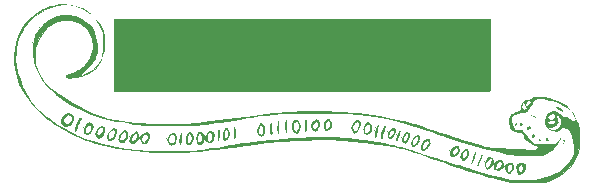
<source format=gto>
G04 #@! TF.GenerationSoftware,KiCad,Pcbnew,5.1.2*
G04 #@! TF.CreationDate,2019-09-05T16:50:15+02:00*
G04 #@! TF.ProjectId,badge,62616467-652e-46b6-9963-61645f706362,rev?*
G04 #@! TF.SameCoordinates,Original*
G04 #@! TF.FileFunction,Legend,Top*
G04 #@! TF.FilePolarity,Positive*
%FSLAX46Y46*%
G04 Gerber Fmt 4.6, Leading zero omitted, Abs format (unit mm)*
G04 Created by KiCad (PCBNEW 5.1.2) date 2019-09-05 16:50:15*
%MOMM*%
%LPD*%
G04 APERTURE LIST*
%ADD10C,0.010000*%
%ADD11C,0.575044*%
%ADD12C,0.100000*%
%ADD13C,0.600004*%
%ADD14R,1.100000X1.250000*%
%ADD15C,0.647522*%
%ADD16R,1.250000X1.100000*%
%ADD17C,1.500000*%
%ADD18C,1.800000*%
%ADD19R,0.870000X0.920000*%
%ADD20C,4.400000*%
G04 APERTURE END LIST*
D10*
G36*
X24978783Y2385540D02*
G01*
X40906700Y2374900D01*
X40906700Y-637832D01*
X40906269Y-1135449D01*
X40905025Y-1608279D01*
X40903038Y-2049510D01*
X40900378Y-2452331D01*
X40897114Y-2809930D01*
X40893318Y-3115494D01*
X40889059Y-3362212D01*
X40884408Y-3543272D01*
X40879435Y-3651862D01*
X40875322Y-3681932D01*
X40830904Y-3684607D01*
X40705399Y-3687264D01*
X40502382Y-3689898D01*
X40225427Y-3692506D01*
X39878109Y-3695083D01*
X39464001Y-3697626D01*
X38986678Y-3700129D01*
X38449713Y-3702589D01*
X37856682Y-3705002D01*
X37211158Y-3707363D01*
X36516717Y-3709668D01*
X35776930Y-3711913D01*
X34995375Y-3714094D01*
X34175623Y-3716207D01*
X33321250Y-3718247D01*
X32435830Y-3720210D01*
X31522937Y-3722093D01*
X30586146Y-3723890D01*
X29629030Y-3725598D01*
X28655164Y-3727212D01*
X27668122Y-3728729D01*
X26671478Y-3730144D01*
X25668807Y-3731453D01*
X24663682Y-3732651D01*
X23659679Y-3733735D01*
X22660370Y-3734701D01*
X21669332Y-3735543D01*
X20690137Y-3736259D01*
X19726359Y-3736843D01*
X18781575Y-3737293D01*
X17859356Y-3737602D01*
X16963278Y-3737768D01*
X16096915Y-3737786D01*
X15263841Y-3737652D01*
X14467631Y-3737361D01*
X13711858Y-3736910D01*
X13000097Y-3736294D01*
X12335922Y-3735510D01*
X11722908Y-3734552D01*
X11164628Y-3733418D01*
X10664656Y-3732101D01*
X10226568Y-3730599D01*
X9853937Y-3728908D01*
X9550338Y-3727022D01*
X9319344Y-3724938D01*
X9164530Y-3722652D01*
X9089471Y-3720159D01*
X9082616Y-3719172D01*
X9077400Y-3672375D01*
X9072451Y-3547697D01*
X9067839Y-3351922D01*
X9063634Y-3091837D01*
X9059906Y-2774225D01*
X9056726Y-2405873D01*
X9054163Y-1993565D01*
X9052287Y-1544087D01*
X9051169Y-1064223D01*
X9050866Y-644822D01*
X9050866Y2396179D01*
X24978783Y2385540D01*
X24978783Y2385540D01*
G37*
X24978783Y2385540D02*
X40906700Y2374900D01*
X40906700Y-637832D01*
X40906269Y-1135449D01*
X40905025Y-1608279D01*
X40903038Y-2049510D01*
X40900378Y-2452331D01*
X40897114Y-2809930D01*
X40893318Y-3115494D01*
X40889059Y-3362212D01*
X40884408Y-3543272D01*
X40879435Y-3651862D01*
X40875322Y-3681932D01*
X40830904Y-3684607D01*
X40705399Y-3687264D01*
X40502382Y-3689898D01*
X40225427Y-3692506D01*
X39878109Y-3695083D01*
X39464001Y-3697626D01*
X38986678Y-3700129D01*
X38449713Y-3702589D01*
X37856682Y-3705002D01*
X37211158Y-3707363D01*
X36516717Y-3709668D01*
X35776930Y-3711913D01*
X34995375Y-3714094D01*
X34175623Y-3716207D01*
X33321250Y-3718247D01*
X32435830Y-3720210D01*
X31522937Y-3722093D01*
X30586146Y-3723890D01*
X29629030Y-3725598D01*
X28655164Y-3727212D01*
X27668122Y-3728729D01*
X26671478Y-3730144D01*
X25668807Y-3731453D01*
X24663682Y-3732651D01*
X23659679Y-3733735D01*
X22660370Y-3734701D01*
X21669332Y-3735543D01*
X20690137Y-3736259D01*
X19726359Y-3736843D01*
X18781575Y-3737293D01*
X17859356Y-3737602D01*
X16963278Y-3737768D01*
X16096915Y-3737786D01*
X15263841Y-3737652D01*
X14467631Y-3737361D01*
X13711858Y-3736910D01*
X13000097Y-3736294D01*
X12335922Y-3735510D01*
X11722908Y-3734552D01*
X11164628Y-3733418D01*
X10664656Y-3732101D01*
X10226568Y-3730599D01*
X9853937Y-3728908D01*
X9550338Y-3727022D01*
X9319344Y-3724938D01*
X9164530Y-3722652D01*
X9089471Y-3720159D01*
X9082616Y-3719172D01*
X9077400Y-3672375D01*
X9072451Y-3547697D01*
X9067839Y-3351922D01*
X9063634Y-3091837D01*
X9059906Y-2774225D01*
X9056726Y-2405873D01*
X9054163Y-1993565D01*
X9052287Y-1544087D01*
X9051169Y-1064223D01*
X9050866Y-644822D01*
X9050866Y2396179D01*
X24978783Y2385540D01*
G36*
X5044017Y3634836D02*
G01*
X5049335Y3619385D01*
X4991100Y3613484D01*
X4931002Y3620137D01*
X4938184Y3634836D01*
X5024855Y3640428D01*
X5044017Y3634836D01*
X5044017Y3634836D01*
G37*
X5044017Y3634836D02*
X5049335Y3619385D01*
X4991100Y3613484D01*
X4931002Y3620137D01*
X4938184Y3634836D01*
X5024855Y3640428D01*
X5044017Y3634836D01*
G36*
X5348757Y3586053D02*
G01*
X5493862Y3552712D01*
X5520267Y3544485D01*
X5614391Y3509343D01*
X5632171Y3492533D01*
X5579930Y3494096D01*
X5463992Y3514070D01*
X5329767Y3543300D01*
X5211842Y3573691D01*
X5175213Y3591755D01*
X5217598Y3598691D01*
X5223934Y3598796D01*
X5348757Y3586053D01*
X5348757Y3586053D01*
G37*
X5348757Y3586053D02*
X5493862Y3552712D01*
X5520267Y3544485D01*
X5614391Y3509343D01*
X5632171Y3492533D01*
X5579930Y3494096D01*
X5463992Y3514070D01*
X5329767Y3543300D01*
X5211842Y3573691D01*
X5175213Y3591755D01*
X5217598Y3598691D01*
X5223934Y3598796D01*
X5348757Y3586053D01*
G36*
X5826302Y3463043D02*
G01*
X5813676Y3443802D01*
X5770739Y3440809D01*
X5725568Y3451147D01*
X5745163Y3466385D01*
X5811325Y3471432D01*
X5826302Y3463043D01*
X5826302Y3463043D01*
G37*
X5826302Y3463043D02*
X5813676Y3443802D01*
X5770739Y3440809D01*
X5725568Y3451147D01*
X5745163Y3466385D01*
X5811325Y3471432D01*
X5826302Y3463043D01*
G36*
X5970918Y3426335D02*
G01*
X6099608Y3392153D01*
X6214916Y3357263D01*
X6428415Y3274487D01*
X6643768Y3163498D01*
X6832395Y3040723D01*
X6960038Y2928983D01*
X7009594Y2870812D01*
X7011904Y2854858D01*
X6960467Y2883560D01*
X6848783Y2959355D01*
X6813613Y2983899D01*
X6688061Y3060137D01*
X6513587Y3151185D01*
X6320369Y3241658D01*
X6242113Y3275274D01*
X6056794Y3355081D01*
X5949698Y3407236D01*
X5921010Y3431175D01*
X5970918Y3426335D01*
X5970918Y3426335D01*
G37*
X5970918Y3426335D02*
X6099608Y3392153D01*
X6214916Y3357263D01*
X6428415Y3274487D01*
X6643768Y3163498D01*
X6832395Y3040723D01*
X6960038Y2928983D01*
X7009594Y2870812D01*
X7011904Y2854858D01*
X6960467Y2883560D01*
X6848783Y2959355D01*
X6813613Y2983899D01*
X6688061Y3060137D01*
X6513587Y3151185D01*
X6320369Y3241658D01*
X6242113Y3275274D01*
X6056794Y3355081D01*
X5949698Y3407236D01*
X5921010Y3431175D01*
X5970918Y3426335D01*
G36*
X46750667Y-5016055D02*
G01*
X46902471Y-5093192D01*
X47015440Y-5202641D01*
X47068760Y-5328764D01*
X47070434Y-5354683D01*
X47040230Y-5431036D01*
X46969175Y-5454218D01*
X46886599Y-5418411D01*
X46864194Y-5395573D01*
X46797480Y-5343265D01*
X46687823Y-5281364D01*
X46647344Y-5262143D01*
X46532124Y-5196730D01*
X46482989Y-5127405D01*
X46477767Y-5086271D01*
X46497551Y-5009451D01*
X46571885Y-4986967D01*
X46580844Y-4986867D01*
X46750667Y-5016055D01*
X46750667Y-5016055D01*
G37*
X46750667Y-5016055D02*
X46902471Y-5093192D01*
X47015440Y-5202641D01*
X47068760Y-5328764D01*
X47070434Y-5354683D01*
X47040230Y-5431036D01*
X46969175Y-5454218D01*
X46886599Y-5418411D01*
X46864194Y-5395573D01*
X46797480Y-5343265D01*
X46687823Y-5281364D01*
X46647344Y-5262143D01*
X46532124Y-5196730D01*
X46482989Y-5127405D01*
X46477767Y-5086271D01*
X46497551Y-5009451D01*
X46571885Y-4986967D01*
X46580844Y-4986867D01*
X46750667Y-5016055D01*
G36*
X44430178Y-5673596D02*
G01*
X44544372Y-5724220D01*
X44661402Y-5801784D01*
X44787429Y-5908140D01*
X44855208Y-5986754D01*
X44862232Y-6031023D01*
X44805997Y-6034345D01*
X44742100Y-6014413D01*
X44654268Y-5969646D01*
X44544634Y-5899243D01*
X44436589Y-5820328D01*
X44353521Y-5750023D01*
X44318818Y-5705450D01*
X44318767Y-5704500D01*
X44349405Y-5665441D01*
X44430178Y-5673596D01*
X44430178Y-5673596D01*
G37*
X44430178Y-5673596D02*
X44544372Y-5724220D01*
X44661402Y-5801784D01*
X44787429Y-5908140D01*
X44855208Y-5986754D01*
X44862232Y-6031023D01*
X44805997Y-6034345D01*
X44742100Y-6014413D01*
X44654268Y-5969646D01*
X44544634Y-5899243D01*
X44436589Y-5820328D01*
X44353521Y-5750023D01*
X44318818Y-5705450D01*
X44318767Y-5704500D01*
X44349405Y-5665441D01*
X44430178Y-5673596D01*
G36*
X43650429Y-6370162D02*
G01*
X43683747Y-6483129D01*
X43683767Y-6486417D01*
X43654397Y-6595992D01*
X43582789Y-6663014D01*
X43493693Y-6678091D01*
X43411857Y-6631828D01*
X43388923Y-6598317D01*
X43347767Y-6471435D01*
X43381968Y-6379839D01*
X43449680Y-6334402D01*
X43566195Y-6316553D01*
X43650429Y-6370162D01*
X43650429Y-6370162D01*
G37*
X43650429Y-6370162D02*
X43683747Y-6483129D01*
X43683767Y-6486417D01*
X43654397Y-6595992D01*
X43582789Y-6663014D01*
X43493693Y-6678091D01*
X43411857Y-6631828D01*
X43388923Y-6598317D01*
X43347767Y-6471435D01*
X43381968Y-6379839D01*
X43449680Y-6334402D01*
X43566195Y-6316553D01*
X43650429Y-6370162D01*
G36*
X43129888Y-6360213D02*
G01*
X43176807Y-6406287D01*
X43208954Y-6480442D01*
X43182898Y-6575620D01*
X43123320Y-6663529D01*
X43062935Y-6666827D01*
X43006434Y-6595534D01*
X42984280Y-6487280D01*
X43006434Y-6426200D01*
X43066272Y-6351852D01*
X43129888Y-6360213D01*
X43129888Y-6360213D01*
G37*
X43129888Y-6360213D02*
X43176807Y-6406287D01*
X43208954Y-6480442D01*
X43182898Y-6575620D01*
X43123320Y-6663529D01*
X43062935Y-6666827D01*
X43006434Y-6595534D01*
X42984280Y-6487280D01*
X43006434Y-6426200D01*
X43066272Y-6351852D01*
X43129888Y-6360213D01*
G36*
X5447770Y-5542833D02*
G01*
X5586960Y-5656768D01*
X5647509Y-5749334D01*
X5694876Y-5900431D01*
X5708762Y-6079609D01*
X5688016Y-6245393D01*
X5663143Y-6312567D01*
X5528717Y-6499966D01*
X5352675Y-6639349D01*
X5153479Y-6722476D01*
X4949588Y-6741103D01*
X4790851Y-6702037D01*
X4674871Y-6624149D01*
X4575344Y-6513854D01*
X4568174Y-6502678D01*
X4515174Y-6384204D01*
X4507345Y-6259165D01*
X4514624Y-6231317D01*
X4864100Y-6231317D01*
X4901975Y-6327605D01*
X4998031Y-6399200D01*
X5121746Y-6426200D01*
X5225190Y-6404269D01*
X5306460Y-6325154D01*
X5330231Y-6288617D01*
X5388339Y-6148691D01*
X5414195Y-5998221D01*
X5414275Y-5991376D01*
X5387062Y-5857206D01*
X5315962Y-5781437D01*
X5217274Y-5762920D01*
X5107292Y-5800505D01*
X5002316Y-5893042D01*
X4924064Y-6025967D01*
X4883827Y-6138355D01*
X4864419Y-6224175D01*
X4864100Y-6231317D01*
X4514624Y-6231317D01*
X4546992Y-6107499D01*
X4636391Y-5909205D01*
X4766264Y-5718681D01*
X4926677Y-5584515D01*
X5103291Y-5508973D01*
X5281768Y-5494324D01*
X5447770Y-5542833D01*
X5447770Y-5542833D01*
G37*
X5447770Y-5542833D02*
X5586960Y-5656768D01*
X5647509Y-5749334D01*
X5694876Y-5900431D01*
X5708762Y-6079609D01*
X5688016Y-6245393D01*
X5663143Y-6312567D01*
X5528717Y-6499966D01*
X5352675Y-6639349D01*
X5153479Y-6722476D01*
X4949588Y-6741103D01*
X4790851Y-6702037D01*
X4674871Y-6624149D01*
X4575344Y-6513854D01*
X4568174Y-6502678D01*
X4515174Y-6384204D01*
X4507345Y-6259165D01*
X4514624Y-6231317D01*
X4864100Y-6231317D01*
X4901975Y-6327605D01*
X4998031Y-6399200D01*
X5121746Y-6426200D01*
X5225190Y-6404269D01*
X5306460Y-6325154D01*
X5330231Y-6288617D01*
X5388339Y-6148691D01*
X5414195Y-5998221D01*
X5414275Y-5991376D01*
X5387062Y-5857206D01*
X5315962Y-5781437D01*
X5217274Y-5762920D01*
X5107292Y-5800505D01*
X5002316Y-5893042D01*
X4924064Y-6025967D01*
X4883827Y-6138355D01*
X4864419Y-6224175D01*
X4864100Y-6231317D01*
X4514624Y-6231317D01*
X4546992Y-6107499D01*
X4636391Y-5909205D01*
X4766264Y-5718681D01*
X4926677Y-5584515D01*
X5103291Y-5508973D01*
X5281768Y-5494324D01*
X5447770Y-5542833D01*
G36*
X44270874Y-6595350D02*
G01*
X44340927Y-6649150D01*
X44457068Y-6749050D01*
X44320032Y-6905125D01*
X44224672Y-7008172D01*
X44161210Y-7050890D01*
X44108045Y-7038569D01*
X44043575Y-6976502D01*
X44040863Y-6973509D01*
X43992848Y-6913406D01*
X43985096Y-6860940D01*
X44018168Y-6782590D01*
X44044885Y-6732950D01*
X44121340Y-6613755D01*
X44190366Y-6569673D01*
X44270874Y-6595350D01*
X44270874Y-6595350D01*
G37*
X44270874Y-6595350D02*
X44340927Y-6649150D01*
X44457068Y-6749050D01*
X44320032Y-6905125D01*
X44224672Y-7008172D01*
X44161210Y-7050890D01*
X44108045Y-7038569D01*
X44043575Y-6976502D01*
X44040863Y-6973509D01*
X43992848Y-6913406D01*
X43985096Y-6860940D01*
X44018168Y-6782590D01*
X44044885Y-6732950D01*
X44121340Y-6613755D01*
X44190366Y-6569673D01*
X44270874Y-6595350D01*
G36*
X27212920Y-6018267D02*
G01*
X27383296Y-6081544D01*
X27496553Y-6206282D01*
X27550377Y-6389407D01*
X27554767Y-6472581D01*
X27529169Y-6689398D01*
X27459386Y-6870279D01*
X27355939Y-7005961D01*
X27229345Y-7087184D01*
X27090123Y-7104684D01*
X26948793Y-7049200D01*
X26922332Y-7029450D01*
X26832418Y-6907287D01*
X26782941Y-6736353D01*
X26781891Y-6715179D01*
X27007631Y-6715179D01*
X27031526Y-6815380D01*
X27085098Y-6842386D01*
X27164711Y-6792625D01*
X27213028Y-6737991D01*
X27277255Y-6612094D01*
X27298270Y-6472481D01*
X27274476Y-6350939D01*
X27235142Y-6297437D01*
X27158450Y-6273444D01*
X27089928Y-6324818D01*
X27037756Y-6442260D01*
X27017050Y-6545358D01*
X27007631Y-6715179D01*
X26781891Y-6715179D01*
X26773296Y-6541931D01*
X26802878Y-6349305D01*
X26871084Y-6183758D01*
X26944667Y-6094750D01*
X27053155Y-6024449D01*
X27169766Y-6012704D01*
X27212920Y-6018267D01*
X27212920Y-6018267D01*
G37*
X27212920Y-6018267D02*
X27383296Y-6081544D01*
X27496553Y-6206282D01*
X27550377Y-6389407D01*
X27554767Y-6472581D01*
X27529169Y-6689398D01*
X27459386Y-6870279D01*
X27355939Y-7005961D01*
X27229345Y-7087184D01*
X27090123Y-7104684D01*
X26948793Y-7049200D01*
X26922332Y-7029450D01*
X26832418Y-6907287D01*
X26782941Y-6736353D01*
X26781891Y-6715179D01*
X27007631Y-6715179D01*
X27031526Y-6815380D01*
X27085098Y-6842386D01*
X27164711Y-6792625D01*
X27213028Y-6737991D01*
X27277255Y-6612094D01*
X27298270Y-6472481D01*
X27274476Y-6350939D01*
X27235142Y-6297437D01*
X27158450Y-6273444D01*
X27089928Y-6324818D01*
X27037756Y-6442260D01*
X27017050Y-6545358D01*
X27007631Y-6715179D01*
X26781891Y-6715179D01*
X26773296Y-6541931D01*
X26802878Y-6349305D01*
X26871084Y-6183758D01*
X26944667Y-6094750D01*
X27053155Y-6024449D01*
X27169766Y-6012704D01*
X27212920Y-6018267D01*
G36*
X26360565Y-6069179D02*
G01*
X26462691Y-6176093D01*
X26521981Y-6347468D01*
X26525167Y-6368692D01*
X26523300Y-6550515D01*
X26480188Y-6745078D01*
X26406018Y-6921483D01*
X26310978Y-7048833D01*
X26297001Y-7060664D01*
X26147965Y-7132042D01*
X25987680Y-7135596D01*
X25893183Y-7100142D01*
X25790926Y-6996577D01*
X25721143Y-6840357D01*
X25695951Y-6701364D01*
X25954383Y-6701364D01*
X26015258Y-6813452D01*
X26083382Y-6864405D01*
X26142294Y-6845253D01*
X26202210Y-6750368D01*
X26225586Y-6697559D01*
X26277403Y-6534001D01*
X26285445Y-6411258D01*
X26255205Y-6338891D01*
X26192175Y-6326462D01*
X26101848Y-6383530D01*
X26066209Y-6420111D01*
X25968789Y-6567982D01*
X25954383Y-6701364D01*
X25695951Y-6701364D01*
X25688217Y-6658695D01*
X25696532Y-6478808D01*
X25750472Y-6327911D01*
X25765271Y-6306053D01*
X25917956Y-6145164D01*
X26076119Y-6052719D01*
X26227682Y-6027722D01*
X26360565Y-6069179D01*
X26360565Y-6069179D01*
G37*
X26360565Y-6069179D02*
X26462691Y-6176093D01*
X26521981Y-6347468D01*
X26525167Y-6368692D01*
X26523300Y-6550515D01*
X26480188Y-6745078D01*
X26406018Y-6921483D01*
X26310978Y-7048833D01*
X26297001Y-7060664D01*
X26147965Y-7132042D01*
X25987680Y-7135596D01*
X25893183Y-7100142D01*
X25790926Y-6996577D01*
X25721143Y-6840357D01*
X25695951Y-6701364D01*
X25954383Y-6701364D01*
X26015258Y-6813452D01*
X26083382Y-6864405D01*
X26142294Y-6845253D01*
X26202210Y-6750368D01*
X26225586Y-6697559D01*
X26277403Y-6534001D01*
X26285445Y-6411258D01*
X26255205Y-6338891D01*
X26192175Y-6326462D01*
X26101848Y-6383530D01*
X26066209Y-6420111D01*
X25968789Y-6567982D01*
X25954383Y-6701364D01*
X25695951Y-6701364D01*
X25688217Y-6658695D01*
X25696532Y-6478808D01*
X25750472Y-6327911D01*
X25765271Y-6306053D01*
X25917956Y-6145164D01*
X26076119Y-6052719D01*
X26227682Y-6027722D01*
X26360565Y-6069179D01*
G36*
X6341896Y-5934814D02*
G01*
X6345767Y-5992101D01*
X6328091Y-6074056D01*
X6279346Y-6216222D01*
X6205958Y-6402896D01*
X6114351Y-6618376D01*
X6010951Y-6846960D01*
X5909704Y-7057806D01*
X5840484Y-7155242D01*
X5772602Y-7170427D01*
X5710703Y-7103413D01*
X5688480Y-6987994D01*
X5706600Y-6822046D01*
X5757997Y-6625189D01*
X5835604Y-6417043D01*
X5932354Y-6217228D01*
X6041181Y-6045363D01*
X6127812Y-5945326D01*
X6234226Y-5865675D01*
X6306131Y-5862288D01*
X6341896Y-5934814D01*
X6341896Y-5934814D01*
G37*
X6341896Y-5934814D02*
X6345767Y-5992101D01*
X6328091Y-6074056D01*
X6279346Y-6216222D01*
X6205958Y-6402896D01*
X6114351Y-6618376D01*
X6010951Y-6846960D01*
X5909704Y-7057806D01*
X5840484Y-7155242D01*
X5772602Y-7170427D01*
X5710703Y-7103413D01*
X5688480Y-6987994D01*
X5706600Y-6822046D01*
X5757997Y-6625189D01*
X5835604Y-6417043D01*
X5932354Y-6217228D01*
X6041181Y-6045363D01*
X6127812Y-5945326D01*
X6234226Y-5865675D01*
X6306131Y-5862288D01*
X6341896Y-5934814D01*
G36*
X25375561Y-6060878D02*
G01*
X25404632Y-6081017D01*
X25423715Y-6124195D01*
X25434156Y-6204280D01*
X25437304Y-6335145D01*
X25434503Y-6530660D01*
X25431760Y-6639733D01*
X25423248Y-6878661D01*
X25411618Y-7045395D01*
X25395223Y-7152395D01*
X25372412Y-7212121D01*
X25353434Y-7231452D01*
X25266819Y-7269081D01*
X25213634Y-7238727D01*
X25193355Y-7198784D01*
X25181040Y-7127917D01*
X25171117Y-6993021D01*
X25164730Y-6814722D01*
X25162934Y-6650021D01*
X25165203Y-6432068D01*
X25173391Y-6282734D01*
X25189571Y-6186058D01*
X25215813Y-6126079D01*
X25233734Y-6104482D01*
X25320393Y-6057365D01*
X25375561Y-6060878D01*
X25375561Y-6060878D01*
G37*
X25375561Y-6060878D02*
X25404632Y-6081017D01*
X25423715Y-6124195D01*
X25434156Y-6204280D01*
X25437304Y-6335145D01*
X25434503Y-6530660D01*
X25431760Y-6639733D01*
X25423248Y-6878661D01*
X25411618Y-7045395D01*
X25395223Y-7152395D01*
X25372412Y-7212121D01*
X25353434Y-7231452D01*
X25266819Y-7269081D01*
X25213634Y-7238727D01*
X25193355Y-7198784D01*
X25181040Y-7127917D01*
X25171117Y-6993021D01*
X25164730Y-6814722D01*
X25162934Y-6650021D01*
X25165203Y-6432068D01*
X25173391Y-6282734D01*
X25189571Y-6186058D01*
X25215813Y-6126079D01*
X25233734Y-6104482D01*
X25320393Y-6057365D01*
X25375561Y-6060878D01*
G36*
X29763289Y-6116179D02*
G01*
X29886357Y-6211277D01*
X29976423Y-6333466D01*
X30007947Y-6472717D01*
X29982966Y-6648115D01*
X29945770Y-6767221D01*
X29842977Y-6986001D01*
X29711408Y-7155268D01*
X29564271Y-7258668D01*
X29541754Y-7267457D01*
X29448242Y-7290920D01*
X29378448Y-7271618D01*
X29294239Y-7198511D01*
X29290377Y-7194656D01*
X29160151Y-7013067D01*
X29110581Y-6814479D01*
X29111044Y-6811321D01*
X29351523Y-6811321D01*
X29363046Y-6884441D01*
X29420137Y-6998620D01*
X29484074Y-7032633D01*
X29557967Y-6985648D01*
X29644929Y-6856833D01*
X29674528Y-6801135D01*
X29732778Y-6650302D01*
X29753644Y-6512749D01*
X29736064Y-6410517D01*
X29695302Y-6369595D01*
X29607569Y-6376348D01*
X29515767Y-6444904D01*
X29433453Y-6554257D01*
X29374187Y-6683399D01*
X29351523Y-6811321D01*
X29111044Y-6811321D01*
X29141156Y-6605995D01*
X29251368Y-6394715D01*
X29356791Y-6268221D01*
X29505804Y-6139435D01*
X29637552Y-6089158D01*
X29763289Y-6116179D01*
X29763289Y-6116179D01*
G37*
X29763289Y-6116179D02*
X29886357Y-6211277D01*
X29976423Y-6333466D01*
X30007947Y-6472717D01*
X29982966Y-6648115D01*
X29945770Y-6767221D01*
X29842977Y-6986001D01*
X29711408Y-7155268D01*
X29564271Y-7258668D01*
X29541754Y-7267457D01*
X29448242Y-7290920D01*
X29378448Y-7271618D01*
X29294239Y-7198511D01*
X29290377Y-7194656D01*
X29160151Y-7013067D01*
X29110581Y-6814479D01*
X29111044Y-6811321D01*
X29351523Y-6811321D01*
X29363046Y-6884441D01*
X29420137Y-6998620D01*
X29484074Y-7032633D01*
X29557967Y-6985648D01*
X29644929Y-6856833D01*
X29674528Y-6801135D01*
X29732778Y-6650302D01*
X29753644Y-6512749D01*
X29736064Y-6410517D01*
X29695302Y-6369595D01*
X29607569Y-6376348D01*
X29515767Y-6444904D01*
X29433453Y-6554257D01*
X29374187Y-6683399D01*
X29351523Y-6811321D01*
X29111044Y-6811321D01*
X29141156Y-6605995D01*
X29251368Y-6394715D01*
X29356791Y-6268221D01*
X29505804Y-6139435D01*
X29637552Y-6089158D01*
X29763289Y-6116179D01*
G36*
X23697298Y-6108802D02*
G01*
X23699325Y-6110713D01*
X23724465Y-6175746D01*
X23745861Y-6304534D01*
X23762660Y-6476215D01*
X23774006Y-6669925D01*
X23779046Y-6864803D01*
X23776923Y-7039987D01*
X23766784Y-7174614D01*
X23747774Y-7247821D01*
X23746009Y-7250204D01*
X23676937Y-7308684D01*
X23613452Y-7290501D01*
X23570034Y-7245333D01*
X23536489Y-7158287D01*
X23512587Y-6988923D01*
X23498202Y-6736345D01*
X23497844Y-6725186D01*
X23493120Y-6519502D01*
X23495874Y-6379513D01*
X23508520Y-6286401D01*
X23533469Y-6221346D01*
X23568923Y-6170636D01*
X23643268Y-6102249D01*
X23697298Y-6108802D01*
X23697298Y-6108802D01*
G37*
X23697298Y-6108802D02*
X23699325Y-6110713D01*
X23724465Y-6175746D01*
X23745861Y-6304534D01*
X23762660Y-6476215D01*
X23774006Y-6669925D01*
X23779046Y-6864803D01*
X23776923Y-7039987D01*
X23766784Y-7174614D01*
X23747774Y-7247821D01*
X23746009Y-7250204D01*
X23676937Y-7308684D01*
X23613452Y-7290501D01*
X23570034Y-7245333D01*
X23536489Y-7158287D01*
X23512587Y-6988923D01*
X23498202Y-6736345D01*
X23497844Y-6725186D01*
X23493120Y-6519502D01*
X23495874Y-6379513D01*
X23508520Y-6286401D01*
X23533469Y-6221346D01*
X23568923Y-6170636D01*
X23643268Y-6102249D01*
X23697298Y-6108802D01*
G36*
X24551529Y-6070964D02*
G01*
X24691987Y-6169900D01*
X24758160Y-6239198D01*
X24837147Y-6342866D01*
X24875820Y-6443975D01*
X24887497Y-6581611D01*
X24887767Y-6619533D01*
X24856484Y-6887840D01*
X24767480Y-7121435D01*
X24666700Y-7261706D01*
X24565362Y-7339677D01*
X24457012Y-7348587D01*
X24337434Y-7303404D01*
X24217503Y-7199459D01*
X24133396Y-7038193D01*
X24088094Y-6840321D01*
X24084574Y-6626558D01*
X24091099Y-6593496D01*
X24300371Y-6593496D01*
X24305453Y-6730718D01*
X24336407Y-6888680D01*
X24389333Y-7005165D01*
X24454575Y-7066999D01*
X24522476Y-7061009D01*
X24538054Y-7048056D01*
X24574497Y-6975401D01*
X24606316Y-6850448D01*
X24620746Y-6751794D01*
X24629109Y-6590734D01*
X24610538Y-6479060D01*
X24569971Y-6398641D01*
X24494617Y-6283636D01*
X24390218Y-6405007D01*
X24325128Y-6497118D01*
X24300371Y-6593496D01*
X24091099Y-6593496D01*
X24125814Y-6417619D01*
X24189405Y-6273978D01*
X24303864Y-6122781D01*
X24423364Y-6055183D01*
X24551529Y-6070964D01*
X24551529Y-6070964D01*
G37*
X24551529Y-6070964D02*
X24691987Y-6169900D01*
X24758160Y-6239198D01*
X24837147Y-6342866D01*
X24875820Y-6443975D01*
X24887497Y-6581611D01*
X24887767Y-6619533D01*
X24856484Y-6887840D01*
X24767480Y-7121435D01*
X24666700Y-7261706D01*
X24565362Y-7339677D01*
X24457012Y-7348587D01*
X24337434Y-7303404D01*
X24217503Y-7199459D01*
X24133396Y-7038193D01*
X24088094Y-6840321D01*
X24084574Y-6626558D01*
X24091099Y-6593496D01*
X24300371Y-6593496D01*
X24305453Y-6730718D01*
X24336407Y-6888680D01*
X24389333Y-7005165D01*
X24454575Y-7066999D01*
X24522476Y-7061009D01*
X24538054Y-7048056D01*
X24574497Y-6975401D01*
X24606316Y-6850448D01*
X24620746Y-6751794D01*
X24629109Y-6590734D01*
X24610538Y-6479060D01*
X24569971Y-6398641D01*
X24494617Y-6283636D01*
X24390218Y-6405007D01*
X24325128Y-6497118D01*
X24300371Y-6593496D01*
X24091099Y-6593496D01*
X24125814Y-6417619D01*
X24189405Y-6273978D01*
X24303864Y-6122781D01*
X24423364Y-6055183D01*
X24551529Y-6070964D01*
G36*
X23035330Y-6168926D02*
G01*
X23063401Y-6283656D01*
X23079896Y-6475291D01*
X23085664Y-6719840D01*
X23084837Y-6946872D01*
X23078152Y-7104243D01*
X23063946Y-7206856D01*
X23040553Y-7269612D01*
X23021464Y-7294284D01*
X22963851Y-7339093D01*
X22919386Y-7318414D01*
X22900205Y-7296570D01*
X22859527Y-7200175D01*
X22834996Y-7044348D01*
X22825806Y-6851925D01*
X22831147Y-6645745D01*
X22850212Y-6448641D01*
X22882194Y-6283452D01*
X22926283Y-6173014D01*
X22940590Y-6155110D01*
X22994716Y-6127334D01*
X23035330Y-6168926D01*
X23035330Y-6168926D01*
G37*
X23035330Y-6168926D02*
X23063401Y-6283656D01*
X23079896Y-6475291D01*
X23085664Y-6719840D01*
X23084837Y-6946872D01*
X23078152Y-7104243D01*
X23063946Y-7206856D01*
X23040553Y-7269612D01*
X23021464Y-7294284D01*
X22963851Y-7339093D01*
X22919386Y-7318414D01*
X22900205Y-7296570D01*
X22859527Y-7200175D01*
X22834996Y-7044348D01*
X22825806Y-6851925D01*
X22831147Y-6645745D01*
X22850212Y-6448641D01*
X22882194Y-6283452D01*
X22926283Y-6173014D01*
X22940590Y-6155110D01*
X22994716Y-6127334D01*
X23035330Y-6168926D01*
G36*
X30719081Y-6297637D02*
G01*
X30792386Y-6357970D01*
X30885309Y-6504503D01*
X30932661Y-6693752D01*
X30933938Y-6896818D01*
X30888639Y-7084805D01*
X30807320Y-7217550D01*
X30685875Y-7322847D01*
X30550908Y-7403572D01*
X30434154Y-7441364D01*
X30419059Y-7442200D01*
X30343356Y-7417122D01*
X30262273Y-7364566D01*
X30199054Y-7289321D01*
X30162410Y-7175331D01*
X30146670Y-7049022D01*
X30145543Y-7016561D01*
X30331552Y-7016561D01*
X30339301Y-7131639D01*
X30388479Y-7184900D01*
X30473273Y-7169830D01*
X30583524Y-7084291D01*
X30652107Y-6983186D01*
X30687474Y-6864092D01*
X30692686Y-6744702D01*
X30670804Y-6642711D01*
X30624889Y-6575814D01*
X30558002Y-6561707D01*
X30498714Y-6594055D01*
X30450262Y-6662296D01*
X30395807Y-6778676D01*
X30371046Y-6846183D01*
X30331552Y-7016561D01*
X30145543Y-7016561D01*
X30139507Y-6842777D01*
X30164163Y-6688009D01*
X30229643Y-6554655D01*
X30333601Y-6425133D01*
X30472458Y-6302141D01*
X30598310Y-6260029D01*
X30719081Y-6297637D01*
X30719081Y-6297637D01*
G37*
X30719081Y-6297637D02*
X30792386Y-6357970D01*
X30885309Y-6504503D01*
X30932661Y-6693752D01*
X30933938Y-6896818D01*
X30888639Y-7084805D01*
X30807320Y-7217550D01*
X30685875Y-7322847D01*
X30550908Y-7403572D01*
X30434154Y-7441364D01*
X30419059Y-7442200D01*
X30343356Y-7417122D01*
X30262273Y-7364566D01*
X30199054Y-7289321D01*
X30162410Y-7175331D01*
X30146670Y-7049022D01*
X30145543Y-7016561D01*
X30331552Y-7016561D01*
X30339301Y-7131639D01*
X30388479Y-7184900D01*
X30473273Y-7169830D01*
X30583524Y-7084291D01*
X30652107Y-6983186D01*
X30687474Y-6864092D01*
X30692686Y-6744702D01*
X30670804Y-6642711D01*
X30624889Y-6575814D01*
X30558002Y-6561707D01*
X30498714Y-6594055D01*
X30450262Y-6662296D01*
X30395807Y-6778676D01*
X30371046Y-6846183D01*
X30331552Y-7016561D01*
X30145543Y-7016561D01*
X30139507Y-6842777D01*
X30164163Y-6688009D01*
X30229643Y-6554655D01*
X30333601Y-6425133D01*
X30472458Y-6302141D01*
X30598310Y-6260029D01*
X30719081Y-6297637D01*
G36*
X22433209Y-6287759D02*
G01*
X22451790Y-6335777D01*
X22465491Y-6430238D01*
X22476822Y-6583169D01*
X22488294Y-6806593D01*
X22490490Y-6853554D01*
X22498280Y-7091723D01*
X22494101Y-7257666D01*
X22475403Y-7363300D01*
X22439639Y-7420540D01*
X22384261Y-7441301D01*
X22364608Y-7442200D01*
X22317461Y-7406328D01*
X22270897Y-7318955D01*
X22267241Y-7308883D01*
X22232639Y-7155113D01*
X22218893Y-6969672D01*
X22223938Y-6772916D01*
X22245709Y-6585196D01*
X22282140Y-6426867D01*
X22331165Y-6318281D01*
X22371363Y-6282959D01*
X22407236Y-6274162D01*
X22433209Y-6287759D01*
X22433209Y-6287759D01*
G37*
X22433209Y-6287759D02*
X22451790Y-6335777D01*
X22465491Y-6430238D01*
X22476822Y-6583169D01*
X22488294Y-6806593D01*
X22490490Y-6853554D01*
X22498280Y-7091723D01*
X22494101Y-7257666D01*
X22475403Y-7363300D01*
X22439639Y-7420540D01*
X22384261Y-7441301D01*
X22364608Y-7442200D01*
X22317461Y-7406328D01*
X22270897Y-7318955D01*
X22267241Y-7308883D01*
X22232639Y-7155113D01*
X22218893Y-6969672D01*
X22223938Y-6772916D01*
X22245709Y-6585196D01*
X22282140Y-6426867D01*
X22331165Y-6318281D01*
X22371363Y-6282959D01*
X22407236Y-6274162D01*
X22433209Y-6287759D01*
G36*
X7172538Y-6312129D02*
G01*
X7278819Y-6433357D01*
X7297829Y-6467686D01*
X7352969Y-6660357D01*
X7340001Y-6869185D01*
X7267426Y-7074272D01*
X7143742Y-7255722D01*
X6977448Y-7393638D01*
X6882761Y-7439380D01*
X6752334Y-7477742D01*
X6660387Y-7464601D01*
X6572150Y-7390917D01*
X6535691Y-7349129D01*
X6467167Y-7256048D01*
X6439687Y-7170211D01*
X6441276Y-7121935D01*
X6694906Y-7121935D01*
X6733049Y-7178828D01*
X6808287Y-7175775D01*
X6906702Y-7109968D01*
X6955837Y-7057952D01*
X7022311Y-6949749D01*
X7060508Y-6830392D01*
X7067705Y-6723589D01*
X7041179Y-6653047D01*
X7004088Y-6637867D01*
X6939130Y-6671706D01*
X6856432Y-6756769D01*
X6775759Y-6868370D01*
X6716876Y-6981828D01*
X6707781Y-7007905D01*
X6694906Y-7121935D01*
X6441276Y-7121935D01*
X6443555Y-7052727D01*
X6449598Y-7003842D01*
X6497098Y-6783771D01*
X6583937Y-6609964D01*
X6728140Y-6446745D01*
X6733738Y-6441453D01*
X6900221Y-6316188D01*
X7046413Y-6273076D01*
X7172538Y-6312129D01*
X7172538Y-6312129D01*
G37*
X7172538Y-6312129D02*
X7278819Y-6433357D01*
X7297829Y-6467686D01*
X7352969Y-6660357D01*
X7340001Y-6869185D01*
X7267426Y-7074272D01*
X7143742Y-7255722D01*
X6977448Y-7393638D01*
X6882761Y-7439380D01*
X6752334Y-7477742D01*
X6660387Y-7464601D01*
X6572150Y-7390917D01*
X6535691Y-7349129D01*
X6467167Y-7256048D01*
X6439687Y-7170211D01*
X6441276Y-7121935D01*
X6694906Y-7121935D01*
X6733049Y-7178828D01*
X6808287Y-7175775D01*
X6906702Y-7109968D01*
X6955837Y-7057952D01*
X7022311Y-6949749D01*
X7060508Y-6830392D01*
X7067705Y-6723589D01*
X7041179Y-6653047D01*
X7004088Y-6637867D01*
X6939130Y-6671706D01*
X6856432Y-6756769D01*
X6775759Y-6868370D01*
X6716876Y-6981828D01*
X6707781Y-7007905D01*
X6694906Y-7121935D01*
X6441276Y-7121935D01*
X6443555Y-7052727D01*
X6449598Y-7003842D01*
X6497098Y-6783771D01*
X6583937Y-6609964D01*
X6728140Y-6446745D01*
X6733738Y-6441453D01*
X6900221Y-6316188D01*
X7046413Y-6273076D01*
X7172538Y-6312129D01*
G36*
X21618515Y-6380507D02*
G01*
X21738936Y-6486741D01*
X21838860Y-6644204D01*
X21843418Y-6654059D01*
X21906566Y-6857627D01*
X21917857Y-7057737D01*
X21883704Y-7241089D01*
X21810524Y-7394384D01*
X21704730Y-7504322D01*
X21572739Y-7557603D01*
X21420964Y-7540928D01*
X21416434Y-7539303D01*
X21281354Y-7451023D01*
X21177062Y-7312010D01*
X21136280Y-7197674D01*
X21128253Y-7028494D01*
X21130750Y-7012525D01*
X21416296Y-7012525D01*
X21417230Y-7152262D01*
X21430504Y-7255148D01*
X21445538Y-7287860D01*
X21509458Y-7303823D01*
X21581568Y-7244244D01*
X21618925Y-7184857D01*
X21650426Y-7058121D01*
X21645562Y-6894462D01*
X21607281Y-6731942D01*
X21578846Y-6667269D01*
X21539767Y-6606665D01*
X21505382Y-6619328D01*
X21474361Y-6659495D01*
X21446180Y-6737413D01*
X21426385Y-6864666D01*
X21416296Y-7012525D01*
X21130750Y-7012525D01*
X21157055Y-6844344D01*
X21214616Y-6664460D01*
X21292865Y-6508079D01*
X21383732Y-6394436D01*
X21479148Y-6342770D01*
X21495444Y-6341534D01*
X21618515Y-6380507D01*
X21618515Y-6380507D01*
G37*
X21618515Y-6380507D02*
X21738936Y-6486741D01*
X21838860Y-6644204D01*
X21843418Y-6654059D01*
X21906566Y-6857627D01*
X21917857Y-7057737D01*
X21883704Y-7241089D01*
X21810524Y-7394384D01*
X21704730Y-7504322D01*
X21572739Y-7557603D01*
X21420964Y-7540928D01*
X21416434Y-7539303D01*
X21281354Y-7451023D01*
X21177062Y-7312010D01*
X21136280Y-7197674D01*
X21128253Y-7028494D01*
X21130750Y-7012525D01*
X21416296Y-7012525D01*
X21417230Y-7152262D01*
X21430504Y-7255148D01*
X21445538Y-7287860D01*
X21509458Y-7303823D01*
X21581568Y-7244244D01*
X21618925Y-7184857D01*
X21650426Y-7058121D01*
X21645562Y-6894462D01*
X21607281Y-6731942D01*
X21578846Y-6667269D01*
X21539767Y-6606665D01*
X21505382Y-6619328D01*
X21474361Y-6659495D01*
X21446180Y-6737413D01*
X21426385Y-6864666D01*
X21416296Y-7012525D01*
X21130750Y-7012525D01*
X21157055Y-6844344D01*
X21214616Y-6664460D01*
X21292865Y-6508079D01*
X21383732Y-6394436D01*
X21479148Y-6342770D01*
X21495444Y-6341534D01*
X21618515Y-6380507D01*
G36*
X44617269Y-7305336D02*
G01*
X44683525Y-7380274D01*
X44726896Y-7458141D01*
X44720162Y-7514663D01*
X44658142Y-7589611D01*
X44655954Y-7591941D01*
X44548156Y-7674152D01*
X44447140Y-7695413D01*
X44389322Y-7667978D01*
X44360628Y-7586753D01*
X44378139Y-7476000D01*
X44428966Y-7366827D01*
X44500222Y-7290339D01*
X44553025Y-7272867D01*
X44617269Y-7305336D01*
X44617269Y-7305336D01*
G37*
X44617269Y-7305336D02*
X44683525Y-7380274D01*
X44726896Y-7458141D01*
X44720162Y-7514663D01*
X44658142Y-7589611D01*
X44655954Y-7591941D01*
X44548156Y-7674152D01*
X44447140Y-7695413D01*
X44389322Y-7667978D01*
X44360628Y-7586753D01*
X44378139Y-7476000D01*
X44428966Y-7366827D01*
X44500222Y-7290339D01*
X44553025Y-7272867D01*
X44617269Y-7305336D01*
G36*
X31504178Y-6463503D02*
G01*
X31521890Y-6480514D01*
X31554700Y-6522128D01*
X31565744Y-6574359D01*
X31553745Y-6658094D01*
X31517423Y-6794218D01*
X31498794Y-6857877D01*
X31448617Y-7044877D01*
X31406029Y-7233826D01*
X31381015Y-7378700D01*
X31344606Y-7539905D01*
X31288506Y-7645969D01*
X31222462Y-7689768D01*
X31156221Y-7664175D01*
X31105963Y-7579784D01*
X31083306Y-7440364D01*
X31093947Y-7252304D01*
X31131755Y-7040277D01*
X31190599Y-6828961D01*
X31264348Y-6643028D01*
X31346870Y-6507154D01*
X31381178Y-6472170D01*
X31446505Y-6434781D01*
X31504178Y-6463503D01*
X31504178Y-6463503D01*
G37*
X31504178Y-6463503D02*
X31521890Y-6480514D01*
X31554700Y-6522128D01*
X31565744Y-6574359D01*
X31553745Y-6658094D01*
X31517423Y-6794218D01*
X31498794Y-6857877D01*
X31448617Y-7044877D01*
X31406029Y-7233826D01*
X31381015Y-7378700D01*
X31344606Y-7539905D01*
X31288506Y-7645969D01*
X31222462Y-7689768D01*
X31156221Y-7664175D01*
X31105963Y-7579784D01*
X31083306Y-7440364D01*
X31093947Y-7252304D01*
X31131755Y-7040277D01*
X31190599Y-6828961D01*
X31264348Y-6643028D01*
X31346870Y-6507154D01*
X31381178Y-6472170D01*
X31446505Y-6434781D01*
X31504178Y-6463503D01*
G36*
X32873139Y-6819081D02*
G01*
X32948478Y-6934607D01*
X32973434Y-7103834D01*
X32933050Y-7330554D01*
X32813967Y-7530060D01*
X32638082Y-7684609D01*
X32475218Y-7765114D01*
X32341849Y-7768320D01*
X32240391Y-7694213D01*
X32235001Y-7686781D01*
X32180898Y-7542932D01*
X32180128Y-7440098D01*
X32423100Y-7440098D01*
X32440286Y-7514040D01*
X32491108Y-7511092D01*
X32574466Y-7431572D01*
X32611446Y-7385288D01*
X32680932Y-7267299D01*
X32717692Y-7152453D01*
X32719434Y-7129798D01*
X32711726Y-7051747D01*
X32675690Y-7042055D01*
X32635205Y-7060966D01*
X32543946Y-7145167D01*
X32466609Y-7274229D01*
X32425243Y-7408740D01*
X32423100Y-7440098D01*
X32180128Y-7440098D01*
X32179563Y-7364730D01*
X32224729Y-7178512D01*
X32310130Y-7010615D01*
X32424352Y-6890975D01*
X32603077Y-6794164D01*
X32755339Y-6771233D01*
X32873139Y-6819081D01*
X32873139Y-6819081D01*
G37*
X32873139Y-6819081D02*
X32948478Y-6934607D01*
X32973434Y-7103834D01*
X32933050Y-7330554D01*
X32813967Y-7530060D01*
X32638082Y-7684609D01*
X32475218Y-7765114D01*
X32341849Y-7768320D01*
X32240391Y-7694213D01*
X32235001Y-7686781D01*
X32180898Y-7542932D01*
X32180128Y-7440098D01*
X32423100Y-7440098D01*
X32440286Y-7514040D01*
X32491108Y-7511092D01*
X32574466Y-7431572D01*
X32611446Y-7385288D01*
X32680932Y-7267299D01*
X32717692Y-7152453D01*
X32719434Y-7129798D01*
X32711726Y-7051747D01*
X32675690Y-7042055D01*
X32635205Y-7060966D01*
X32543946Y-7145167D01*
X32466609Y-7274229D01*
X32425243Y-7408740D01*
X32423100Y-7440098D01*
X32180128Y-7440098D01*
X32179563Y-7364730D01*
X32224729Y-7178512D01*
X32310130Y-7010615D01*
X32424352Y-6890975D01*
X32603077Y-6794164D01*
X32755339Y-6771233D01*
X32873139Y-6819081D01*
G36*
X32152529Y-6586514D02*
G01*
X32167793Y-6677128D01*
X32137827Y-6811057D01*
X32085782Y-6931558D01*
X32031278Y-7057877D01*
X31970340Y-7228252D01*
X31919307Y-7394955D01*
X31861759Y-7592286D01*
X31815250Y-7715945D01*
X31771859Y-7774778D01*
X31723668Y-7777631D01*
X31662755Y-7733347D01*
X31637872Y-7709257D01*
X31590702Y-7607716D01*
X31586598Y-7457461D01*
X31618385Y-7276767D01*
X31678886Y-7083906D01*
X31760928Y-6897152D01*
X31857334Y-6734777D01*
X31960930Y-6615055D01*
X32064540Y-6556259D01*
X32091813Y-6553200D01*
X32152529Y-6586514D01*
X32152529Y-6586514D01*
G37*
X32152529Y-6586514D02*
X32167793Y-6677128D01*
X32137827Y-6811057D01*
X32085782Y-6931558D01*
X32031278Y-7057877D01*
X31970340Y-7228252D01*
X31919307Y-7394955D01*
X31861759Y-7592286D01*
X31815250Y-7715945D01*
X31771859Y-7774778D01*
X31723668Y-7777631D01*
X31662755Y-7733347D01*
X31637872Y-7709257D01*
X31590702Y-7607716D01*
X31586598Y-7457461D01*
X31618385Y-7276767D01*
X31678886Y-7083906D01*
X31760928Y-6897152D01*
X31857334Y-6734777D01*
X31960930Y-6615055D01*
X32064540Y-6556259D01*
X32091813Y-6553200D01*
X32152529Y-6586514D01*
G36*
X19312846Y-6676367D02*
G01*
X19338464Y-6700739D01*
X19372468Y-6778076D01*
X19395860Y-6916062D01*
X19408555Y-7091483D01*
X19410471Y-7281124D01*
X19401524Y-7461771D01*
X19381630Y-7610210D01*
X19350707Y-7703226D01*
X19342100Y-7714265D01*
X19262194Y-7753948D01*
X19215100Y-7738506D01*
X19184553Y-7678315D01*
X19162941Y-7555308D01*
X19150338Y-7390872D01*
X19146821Y-7206394D01*
X19152464Y-7023258D01*
X19167343Y-6862851D01*
X19191534Y-6746561D01*
X19211464Y-6705725D01*
X19264324Y-6657078D01*
X19312846Y-6676367D01*
X19312846Y-6676367D01*
G37*
X19312846Y-6676367D02*
X19338464Y-6700739D01*
X19372468Y-6778076D01*
X19395860Y-6916062D01*
X19408555Y-7091483D01*
X19410471Y-7281124D01*
X19401524Y-7461771D01*
X19381630Y-7610210D01*
X19350707Y-7703226D01*
X19342100Y-7714265D01*
X19262194Y-7753948D01*
X19215100Y-7738506D01*
X19184553Y-7678315D01*
X19162941Y-7555308D01*
X19150338Y-7390872D01*
X19146821Y-7206394D01*
X19152464Y-7023258D01*
X19167343Y-6862851D01*
X19191534Y-6746561D01*
X19211464Y-6705725D01*
X19264324Y-6657078D01*
X19312846Y-6676367D01*
G36*
X8155289Y-6591544D02*
G01*
X8269366Y-6691031D01*
X8350011Y-6828344D01*
X8377767Y-6968443D01*
X8348215Y-7156628D01*
X8268722Y-7347503D01*
X8153030Y-7523116D01*
X8014883Y-7665519D01*
X7868024Y-7756761D01*
X7755749Y-7780867D01*
X7656344Y-7751747D01*
X7554708Y-7681237D01*
X7550343Y-7676958D01*
X7465724Y-7537013D01*
X7439238Y-7361454D01*
X7442489Y-7335353D01*
X7674761Y-7335353D01*
X7714375Y-7392293D01*
X7792988Y-7387591D01*
X7903021Y-7312007D01*
X7922809Y-7292946D01*
X8014772Y-7178463D01*
X8083036Y-7057330D01*
X8114001Y-6959252D01*
X8099238Y-6896323D01*
X8071494Y-6863785D01*
X7985648Y-6824913D01*
X7890803Y-6868489D01*
X7789252Y-6993051D01*
X7742839Y-7073508D01*
X7681723Y-7226012D01*
X7674761Y-7335353D01*
X7442489Y-7335353D01*
X7463327Y-7168084D01*
X7530434Y-6974704D01*
X7633000Y-6799115D01*
X7763467Y-6659120D01*
X7914278Y-6572519D01*
X8027450Y-6553200D01*
X8155289Y-6591544D01*
X8155289Y-6591544D01*
G37*
X8155289Y-6591544D02*
X8269366Y-6691031D01*
X8350011Y-6828344D01*
X8377767Y-6968443D01*
X8348215Y-7156628D01*
X8268722Y-7347503D01*
X8153030Y-7523116D01*
X8014883Y-7665519D01*
X7868024Y-7756761D01*
X7755749Y-7780867D01*
X7656344Y-7751747D01*
X7554708Y-7681237D01*
X7550343Y-7676958D01*
X7465724Y-7537013D01*
X7439238Y-7361454D01*
X7442489Y-7335353D01*
X7674761Y-7335353D01*
X7714375Y-7392293D01*
X7792988Y-7387591D01*
X7903021Y-7312007D01*
X7922809Y-7292946D01*
X8014772Y-7178463D01*
X8083036Y-7057330D01*
X8114001Y-6959252D01*
X8099238Y-6896323D01*
X8071494Y-6863785D01*
X7985648Y-6824913D01*
X7890803Y-6868489D01*
X7789252Y-6993051D01*
X7742839Y-7073508D01*
X7681723Y-7226012D01*
X7674761Y-7335353D01*
X7442489Y-7335353D01*
X7463327Y-7168084D01*
X7530434Y-6974704D01*
X7633000Y-6799115D01*
X7763467Y-6659120D01*
X7914278Y-6572519D01*
X8027450Y-6553200D01*
X8155289Y-6591544D01*
G36*
X18659714Y-6762636D02*
G01*
X18783171Y-6847711D01*
X18856908Y-6952917D01*
X18902010Y-7072892D01*
X18916254Y-7223386D01*
X18911074Y-7350575D01*
X18893532Y-7508550D01*
X18859955Y-7616364D01*
X18796703Y-7708489D01*
X18748977Y-7760171D01*
X18610299Y-7865656D01*
X18468904Y-7909719D01*
X18343764Y-7889235D01*
X18278367Y-7837729D01*
X18241776Y-7745782D01*
X18222573Y-7597017D01*
X18221566Y-7521213D01*
X18456718Y-7521213D01*
X18469575Y-7593406D01*
X18495664Y-7640975D01*
X18534326Y-7629641D01*
X18578583Y-7591740D01*
X18648908Y-7494569D01*
X18686865Y-7395624D01*
X18691604Y-7271006D01*
X18667015Y-7132062D01*
X18663379Y-7120495D01*
X18626320Y-7025334D01*
X18593589Y-6999736D01*
X18553170Y-7027654D01*
X18512660Y-7107134D01*
X18479810Y-7238027D01*
X18459527Y-7387123D01*
X18456718Y-7521213D01*
X18221566Y-7521213D01*
X18220185Y-7417357D01*
X18234039Y-7232724D01*
X18263565Y-7069039D01*
X18297481Y-6971816D01*
X18402882Y-6825161D01*
X18528289Y-6755277D01*
X18659714Y-6762636D01*
X18659714Y-6762636D01*
G37*
X18659714Y-6762636D02*
X18783171Y-6847711D01*
X18856908Y-6952917D01*
X18902010Y-7072892D01*
X18916254Y-7223386D01*
X18911074Y-7350575D01*
X18893532Y-7508550D01*
X18859955Y-7616364D01*
X18796703Y-7708489D01*
X18748977Y-7760171D01*
X18610299Y-7865656D01*
X18468904Y-7909719D01*
X18343764Y-7889235D01*
X18278367Y-7837729D01*
X18241776Y-7745782D01*
X18222573Y-7597017D01*
X18221566Y-7521213D01*
X18456718Y-7521213D01*
X18469575Y-7593406D01*
X18495664Y-7640975D01*
X18534326Y-7629641D01*
X18578583Y-7591740D01*
X18648908Y-7494569D01*
X18686865Y-7395624D01*
X18691604Y-7271006D01*
X18667015Y-7132062D01*
X18663379Y-7120495D01*
X18626320Y-7025334D01*
X18593589Y-6999736D01*
X18553170Y-7027654D01*
X18512660Y-7107134D01*
X18479810Y-7238027D01*
X18459527Y-7387123D01*
X18456718Y-7521213D01*
X18221566Y-7521213D01*
X18220185Y-7417357D01*
X18234039Y-7232724D01*
X18263565Y-7069039D01*
X18297481Y-6971816D01*
X18402882Y-6825161D01*
X18528289Y-6755277D01*
X18659714Y-6762636D01*
G36*
X33386355Y-6988412D02*
G01*
X33387182Y-7094075D01*
X33345464Y-7265295D01*
X33264876Y-7496482D01*
X33171305Y-7716130D01*
X33084604Y-7866661D01*
X33007986Y-7944606D01*
X32944664Y-7946493D01*
X32903953Y-7886381D01*
X32896969Y-7786001D01*
X32923436Y-7637848D01*
X32974929Y-7464083D01*
X33043024Y-7286872D01*
X33119296Y-7128375D01*
X33195320Y-7010757D01*
X33256836Y-6958064D01*
X33342926Y-6944383D01*
X33386355Y-6988412D01*
X33386355Y-6988412D01*
G37*
X33386355Y-6988412D02*
X33387182Y-7094075D01*
X33345464Y-7265295D01*
X33264876Y-7496482D01*
X33171305Y-7716130D01*
X33084604Y-7866661D01*
X33007986Y-7944606D01*
X32944664Y-7946493D01*
X32903953Y-7886381D01*
X32896969Y-7786001D01*
X32923436Y-7637848D01*
X32974929Y-7464083D01*
X33043024Y-7286872D01*
X33119296Y-7128375D01*
X33195320Y-7010757D01*
X33256836Y-6958064D01*
X33342926Y-6944383D01*
X33386355Y-6988412D01*
G36*
X9186912Y-6789867D02*
G01*
X9297660Y-6866876D01*
X9361015Y-7000262D01*
X9370676Y-7091275D01*
X9346557Y-7246582D01*
X9283082Y-7428465D01*
X9193575Y-7610363D01*
X9091357Y-7765714D01*
X8989751Y-7867956D01*
X8977020Y-7876117D01*
X8838835Y-7931066D01*
X8693567Y-7948809D01*
X8577612Y-7925670D01*
X8564021Y-7917802D01*
X8481113Y-7816192D01*
X8431293Y-7654786D01*
X8427370Y-7605733D01*
X8640552Y-7605733D01*
X8677842Y-7681444D01*
X8762814Y-7687297D01*
X8845778Y-7652612D01*
X8922913Y-7584548D01*
X8991162Y-7485381D01*
X9027516Y-7381884D01*
X9048911Y-7256949D01*
X9054035Y-7137152D01*
X9041578Y-7049066D01*
X9014178Y-7018867D01*
X8943326Y-7052392D01*
X8852172Y-7137372D01*
X8759987Y-7250412D01*
X8686043Y-7368119D01*
X8650773Y-7459996D01*
X8640552Y-7605733D01*
X8427370Y-7605733D01*
X8420100Y-7514835D01*
X8458308Y-7322683D01*
X8561065Y-7131815D01*
X8710569Y-6963185D01*
X8889018Y-6837748D01*
X9042536Y-6782196D01*
X9186912Y-6789867D01*
X9186912Y-6789867D01*
G37*
X9186912Y-6789867D02*
X9297660Y-6866876D01*
X9361015Y-7000262D01*
X9370676Y-7091275D01*
X9346557Y-7246582D01*
X9283082Y-7428465D01*
X9193575Y-7610363D01*
X9091357Y-7765714D01*
X8989751Y-7867956D01*
X8977020Y-7876117D01*
X8838835Y-7931066D01*
X8693567Y-7948809D01*
X8577612Y-7925670D01*
X8564021Y-7917802D01*
X8481113Y-7816192D01*
X8431293Y-7654786D01*
X8427370Y-7605733D01*
X8640552Y-7605733D01*
X8677842Y-7681444D01*
X8762814Y-7687297D01*
X8845778Y-7652612D01*
X8922913Y-7584548D01*
X8991162Y-7485381D01*
X9027516Y-7381884D01*
X9048911Y-7256949D01*
X9054035Y-7137152D01*
X9041578Y-7049066D01*
X9014178Y-7018867D01*
X8943326Y-7052392D01*
X8852172Y-7137372D01*
X8759987Y-7250412D01*
X8686043Y-7368119D01*
X8650773Y-7459996D01*
X8640552Y-7605733D01*
X8427370Y-7605733D01*
X8420100Y-7514835D01*
X8458308Y-7322683D01*
X8561065Y-7131815D01*
X8710569Y-6963185D01*
X8889018Y-6837748D01*
X9042536Y-6782196D01*
X9186912Y-6789867D01*
G36*
X45787724Y-7664020D02*
G01*
X45797955Y-7672791D01*
X45873640Y-7780177D01*
X45872021Y-7886316D01*
X45834300Y-7941734D01*
X45749246Y-7989136D01*
X45660631Y-7956488D01*
X45612784Y-7911017D01*
X45559630Y-7811004D01*
X45565392Y-7717200D01*
X45615224Y-7648704D01*
X45694283Y-7624611D01*
X45787724Y-7664020D01*
X45787724Y-7664020D01*
G37*
X45787724Y-7664020D02*
X45797955Y-7672791D01*
X45873640Y-7780177D01*
X45872021Y-7886316D01*
X45834300Y-7941734D01*
X45749246Y-7989136D01*
X45660631Y-7956488D01*
X45612784Y-7911017D01*
X45559630Y-7811004D01*
X45565392Y-7717200D01*
X45615224Y-7648704D01*
X45694283Y-7624611D01*
X45787724Y-7664020D01*
G36*
X45185282Y-7710733D02*
G01*
X45207209Y-7774346D01*
X45207767Y-7797600D01*
X45175718Y-7902041D01*
X45125883Y-7948711D01*
X45038522Y-7987265D01*
X44992693Y-7973905D01*
X44966868Y-7923279D01*
X44967164Y-7822416D01*
X45031316Y-7738852D01*
X45116840Y-7703839D01*
X45185282Y-7710733D01*
X45185282Y-7710733D01*
G37*
X45185282Y-7710733D02*
X45207209Y-7774346D01*
X45207767Y-7797600D01*
X45175718Y-7902041D01*
X45125883Y-7948711D01*
X45038522Y-7987265D01*
X44992693Y-7973905D01*
X44966868Y-7923279D01*
X44967164Y-7822416D01*
X45031316Y-7738852D01*
X45116840Y-7703839D01*
X45185282Y-7710733D01*
G36*
X17990328Y-6912795D02*
G01*
X18032340Y-6976861D01*
X18058231Y-7101568D01*
X18070393Y-7296026D01*
X18072100Y-7442200D01*
X18063330Y-7702341D01*
X18037104Y-7880709D01*
X17993551Y-7977003D01*
X17932801Y-7990919D01*
X17863460Y-7932680D01*
X17830916Y-7851413D01*
X17806122Y-7710588D01*
X17790801Y-7535099D01*
X17786675Y-7349841D01*
X17795469Y-7179708D01*
X17806076Y-7103534D01*
X17839172Y-6977257D01*
X17885522Y-6915509D01*
X17929802Y-6900257D01*
X17990328Y-6912795D01*
X17990328Y-6912795D01*
G37*
X17990328Y-6912795D02*
X18032340Y-6976861D01*
X18058231Y-7101568D01*
X18070393Y-7296026D01*
X18072100Y-7442200D01*
X18063330Y-7702341D01*
X18037104Y-7880709D01*
X17993551Y-7977003D01*
X17932801Y-7990919D01*
X17863460Y-7932680D01*
X17830916Y-7851413D01*
X17806122Y-7710588D01*
X17790801Y-7535099D01*
X17786675Y-7349841D01*
X17795469Y-7179708D01*
X17806076Y-7103534D01*
X17839172Y-6977257D01*
X17885522Y-6915509D01*
X17929802Y-6900257D01*
X17990328Y-6912795D01*
G36*
X34082147Y-7153158D02*
G01*
X34168054Y-7264816D01*
X34200689Y-7417260D01*
X34200687Y-7418541D01*
X34176141Y-7557601D01*
X34113362Y-7729125D01*
X34027568Y-7899914D01*
X33933978Y-8036769D01*
X33901555Y-8071106D01*
X33771847Y-8146114D01*
X33634367Y-8152861D01*
X33515701Y-8090824D01*
X33504155Y-8078918D01*
X33422416Y-7930274D01*
X33404708Y-7774472D01*
X33671160Y-7774472D01*
X33675095Y-7865878D01*
X33709172Y-7907368D01*
X33715280Y-7907867D01*
X33744557Y-7872577D01*
X33795539Y-7780879D01*
X33846455Y-7675596D01*
X33911177Y-7510051D01*
X33924274Y-7409503D01*
X33885757Y-7374787D01*
X33841987Y-7384282D01*
X33782780Y-7438054D01*
X33730745Y-7536830D01*
X33691624Y-7656879D01*
X33671160Y-7774472D01*
X33404708Y-7774472D01*
X33402006Y-7750702D01*
X33436430Y-7559957D01*
X33519197Y-7377793D01*
X33643812Y-7223966D01*
X33803783Y-7118228D01*
X33822405Y-7110705D01*
X33960939Y-7096912D01*
X34082147Y-7153158D01*
X34082147Y-7153158D01*
G37*
X34082147Y-7153158D02*
X34168054Y-7264816D01*
X34200689Y-7417260D01*
X34200687Y-7418541D01*
X34176141Y-7557601D01*
X34113362Y-7729125D01*
X34027568Y-7899914D01*
X33933978Y-8036769D01*
X33901555Y-8071106D01*
X33771847Y-8146114D01*
X33634367Y-8152861D01*
X33515701Y-8090824D01*
X33504155Y-8078918D01*
X33422416Y-7930274D01*
X33404708Y-7774472D01*
X33671160Y-7774472D01*
X33675095Y-7865878D01*
X33709172Y-7907368D01*
X33715280Y-7907867D01*
X33744557Y-7872577D01*
X33795539Y-7780879D01*
X33846455Y-7675596D01*
X33911177Y-7510051D01*
X33924274Y-7409503D01*
X33885757Y-7374787D01*
X33841987Y-7384282D01*
X33782780Y-7438054D01*
X33730745Y-7536830D01*
X33691624Y-7656879D01*
X33671160Y-7774472D01*
X33404708Y-7774472D01*
X33402006Y-7750702D01*
X33436430Y-7559957D01*
X33519197Y-7377793D01*
X33643812Y-7223966D01*
X33803783Y-7118228D01*
X33822405Y-7110705D01*
X33960939Y-7096912D01*
X34082147Y-7153158D01*
G36*
X10018570Y-6942309D02*
G01*
X10140197Y-6973677D01*
X10220494Y-7051234D01*
X10265645Y-7186311D01*
X10281835Y-7390239D01*
X10282143Y-7425265D01*
X10275696Y-7586878D01*
X10247684Y-7703649D01*
X10186530Y-7814814D01*
X10153142Y-7862439D01*
X10003526Y-8018233D01*
X9826987Y-8123047D01*
X9648903Y-8161863D01*
X9647202Y-8161867D01*
X9557892Y-8133126D01*
X9460905Y-8063400D01*
X9455343Y-8057958D01*
X9385739Y-7967749D01*
X9357102Y-7864319D01*
X9365654Y-7755719D01*
X9615799Y-7755719D01*
X9662166Y-7813909D01*
X9745152Y-7811346D01*
X9849873Y-7743926D01*
X9881267Y-7712647D01*
X9959296Y-7613190D01*
X10008829Y-7522736D01*
X10010266Y-7518467D01*
X10021545Y-7424120D01*
X10012023Y-7310571D01*
X9987469Y-7208958D01*
X9953649Y-7150423D01*
X9941250Y-7145867D01*
X9896437Y-7179748D01*
X9828124Y-7266023D01*
X9751230Y-7381634D01*
X9680673Y-7503528D01*
X9631372Y-7608648D01*
X9620935Y-7640877D01*
X9615799Y-7755719D01*
X9365654Y-7755719D01*
X9367939Y-7726707D01*
X9416754Y-7533948D01*
X9417737Y-7530633D01*
X9514303Y-7313849D01*
X9673097Y-7118308D01*
X9785963Y-7012426D01*
X9870516Y-6957506D01*
X9953308Y-6940021D01*
X10018570Y-6942309D01*
X10018570Y-6942309D01*
G37*
X10018570Y-6942309D02*
X10140197Y-6973677D01*
X10220494Y-7051234D01*
X10265645Y-7186311D01*
X10281835Y-7390239D01*
X10282143Y-7425265D01*
X10275696Y-7586878D01*
X10247684Y-7703649D01*
X10186530Y-7814814D01*
X10153142Y-7862439D01*
X10003526Y-8018233D01*
X9826987Y-8123047D01*
X9648903Y-8161863D01*
X9647202Y-8161867D01*
X9557892Y-8133126D01*
X9460905Y-8063400D01*
X9455343Y-8057958D01*
X9385739Y-7967749D01*
X9357102Y-7864319D01*
X9365654Y-7755719D01*
X9615799Y-7755719D01*
X9662166Y-7813909D01*
X9745152Y-7811346D01*
X9849873Y-7743926D01*
X9881267Y-7712647D01*
X9959296Y-7613190D01*
X10008829Y-7522736D01*
X10010266Y-7518467D01*
X10021545Y-7424120D01*
X10012023Y-7310571D01*
X9987469Y-7208958D01*
X9953649Y-7150423D01*
X9941250Y-7145867D01*
X9896437Y-7179748D01*
X9828124Y-7266023D01*
X9751230Y-7381634D01*
X9680673Y-7503528D01*
X9631372Y-7608648D01*
X9620935Y-7640877D01*
X9615799Y-7755719D01*
X9365654Y-7755719D01*
X9367939Y-7726707D01*
X9416754Y-7533948D01*
X9417737Y-7530633D01*
X9514303Y-7313849D01*
X9673097Y-7118308D01*
X9785963Y-7012426D01*
X9870516Y-6957506D01*
X9953308Y-6940021D01*
X10018570Y-6942309D01*
G36*
X11095457Y-7148720D02*
G01*
X11169828Y-7259335D01*
X11211120Y-7362566D01*
X11214100Y-7387684D01*
X11229807Y-7462836D01*
X11256434Y-7484534D01*
X11297551Y-7453739D01*
X11298767Y-7444139D01*
X11333110Y-7386768D01*
X11420448Y-7308964D01*
X11537249Y-7226508D01*
X11659977Y-7155183D01*
X11765099Y-7110771D01*
X11806673Y-7103534D01*
X11950341Y-7142104D01*
X12066291Y-7243530D01*
X12134830Y-7386378D01*
X12145197Y-7471929D01*
X12108788Y-7754247D01*
X12000511Y-7991949D01*
X11916548Y-8097088D01*
X11778645Y-8210225D01*
X11646914Y-8241968D01*
X11508581Y-8192838D01*
X11409047Y-8117759D01*
X11311602Y-8009385D01*
X11244744Y-7893581D01*
X11233962Y-7859594D01*
X11216444Y-7779835D01*
X11468100Y-7779835D01*
X11496766Y-7875390D01*
X11564533Y-7947418D01*
X11644057Y-7969337D01*
X11658969Y-7965368D01*
X11720361Y-7915760D01*
X11792859Y-7823737D01*
X11805910Y-7803420D01*
X11879338Y-7640933D01*
X11878080Y-7513446D01*
X11826490Y-7441003D01*
X11738435Y-7413899D01*
X11641672Y-7451492D01*
X11553121Y-7537784D01*
X11489703Y-7656777D01*
X11468100Y-7779835D01*
X11216444Y-7779835D01*
X11205543Y-7730204D01*
X11130787Y-7850785D01*
X10991254Y-8032566D01*
X10841317Y-8137472D01*
X10669558Y-8173290D01*
X10657674Y-8173412D01*
X10520880Y-8159156D01*
X10425009Y-8105253D01*
X10380797Y-8059446D01*
X10308325Y-7958254D01*
X10287736Y-7864311D01*
X10315904Y-7745202D01*
X10316462Y-7743784D01*
X10624777Y-7743784D01*
X10625506Y-7823562D01*
X10665877Y-7859393D01*
X10691030Y-7858054D01*
X10764708Y-7816100D01*
X10840302Y-7737541D01*
X10901378Y-7621708D01*
X10943914Y-7481898D01*
X10946369Y-7468080D01*
X10960243Y-7365083D01*
X10949254Y-7328830D01*
X10903568Y-7342743D01*
X10879499Y-7355358D01*
X10791049Y-7425848D01*
X10714487Y-7526420D01*
X10656750Y-7638568D01*
X10624777Y-7743784D01*
X10316462Y-7743784D01*
X10343716Y-7674609D01*
X10478316Y-7440947D01*
X10668386Y-7228882D01*
X10809707Y-7117687D01*
X10976814Y-7006605D01*
X11095457Y-7148720D01*
X11095457Y-7148720D01*
G37*
X11095457Y-7148720D02*
X11169828Y-7259335D01*
X11211120Y-7362566D01*
X11214100Y-7387684D01*
X11229807Y-7462836D01*
X11256434Y-7484534D01*
X11297551Y-7453739D01*
X11298767Y-7444139D01*
X11333110Y-7386768D01*
X11420448Y-7308964D01*
X11537249Y-7226508D01*
X11659977Y-7155183D01*
X11765099Y-7110771D01*
X11806673Y-7103534D01*
X11950341Y-7142104D01*
X12066291Y-7243530D01*
X12134830Y-7386378D01*
X12145197Y-7471929D01*
X12108788Y-7754247D01*
X12000511Y-7991949D01*
X11916548Y-8097088D01*
X11778645Y-8210225D01*
X11646914Y-8241968D01*
X11508581Y-8192838D01*
X11409047Y-8117759D01*
X11311602Y-8009385D01*
X11244744Y-7893581D01*
X11233962Y-7859594D01*
X11216444Y-7779835D01*
X11468100Y-7779835D01*
X11496766Y-7875390D01*
X11564533Y-7947418D01*
X11644057Y-7969337D01*
X11658969Y-7965368D01*
X11720361Y-7915760D01*
X11792859Y-7823737D01*
X11805910Y-7803420D01*
X11879338Y-7640933D01*
X11878080Y-7513446D01*
X11826490Y-7441003D01*
X11738435Y-7413899D01*
X11641672Y-7451492D01*
X11553121Y-7537784D01*
X11489703Y-7656777D01*
X11468100Y-7779835D01*
X11216444Y-7779835D01*
X11205543Y-7730204D01*
X11130787Y-7850785D01*
X10991254Y-8032566D01*
X10841317Y-8137472D01*
X10669558Y-8173290D01*
X10657674Y-8173412D01*
X10520880Y-8159156D01*
X10425009Y-8105253D01*
X10380797Y-8059446D01*
X10308325Y-7958254D01*
X10287736Y-7864311D01*
X10315904Y-7745202D01*
X10316462Y-7743784D01*
X10624777Y-7743784D01*
X10625506Y-7823562D01*
X10665877Y-7859393D01*
X10691030Y-7858054D01*
X10764708Y-7816100D01*
X10840302Y-7737541D01*
X10901378Y-7621708D01*
X10943914Y-7481898D01*
X10946369Y-7468080D01*
X10960243Y-7365083D01*
X10949254Y-7328830D01*
X10903568Y-7342743D01*
X10879499Y-7355358D01*
X10791049Y-7425848D01*
X10714487Y-7526420D01*
X10656750Y-7638568D01*
X10624777Y-7743784D01*
X10316462Y-7743784D01*
X10343716Y-7674609D01*
X10478316Y-7440947D01*
X10668386Y-7228882D01*
X10809707Y-7117687D01*
X10976814Y-7006605D01*
X11095457Y-7148720D01*
G36*
X47260811Y-7809725D02*
G01*
X47281331Y-7890308D01*
X47243185Y-8013626D01*
X47174741Y-8130873D01*
X47096920Y-8235745D01*
X47046843Y-8284335D01*
X47031722Y-8271811D01*
X47049541Y-8214784D01*
X47097209Y-8079105D01*
X47101498Y-7996400D01*
X47062674Y-7947093D01*
X47053257Y-7941429D01*
X47011975Y-7888559D01*
X47036608Y-7831733D01*
X47111685Y-7790331D01*
X47181450Y-7780867D01*
X47260811Y-7809725D01*
X47260811Y-7809725D01*
G37*
X47260811Y-7809725D02*
X47281331Y-7890308D01*
X47243185Y-8013626D01*
X47174741Y-8130873D01*
X47096920Y-8235745D01*
X47046843Y-8284335D01*
X47031722Y-8271811D01*
X47049541Y-8214784D01*
X47097209Y-8079105D01*
X47101498Y-7996400D01*
X47062674Y-7947093D01*
X47053257Y-7941429D01*
X47011975Y-7888559D01*
X47036608Y-7831733D01*
X47111685Y-7790331D01*
X47181450Y-7780867D01*
X47260811Y-7809725D01*
G36*
X14866347Y-7182847D02*
G01*
X14877175Y-7237979D01*
X14877459Y-7355966D01*
X14869120Y-7515919D01*
X14854081Y-7696949D01*
X14834266Y-7878165D01*
X14811598Y-8038681D01*
X14787998Y-8157606D01*
X14772329Y-8204200D01*
X14706236Y-8268369D01*
X14624706Y-8276553D01*
X14573059Y-8238294D01*
X14549302Y-8151128D01*
X14541432Y-8006259D01*
X14548072Y-7828874D01*
X14567841Y-7644156D01*
X14599360Y-7477292D01*
X14618394Y-7410525D01*
X14685399Y-7258200D01*
X14759580Y-7172559D01*
X14833382Y-7160537D01*
X14866347Y-7182847D01*
X14866347Y-7182847D01*
G37*
X14866347Y-7182847D02*
X14877175Y-7237979D01*
X14877459Y-7355966D01*
X14869120Y-7515919D01*
X14854081Y-7696949D01*
X14834266Y-7878165D01*
X14811598Y-8038681D01*
X14787998Y-8157606D01*
X14772329Y-8204200D01*
X14706236Y-8268369D01*
X14624706Y-8276553D01*
X14573059Y-8238294D01*
X14549302Y-8151128D01*
X14541432Y-8006259D01*
X14548072Y-7828874D01*
X14567841Y-7644156D01*
X14599360Y-7477292D01*
X14618394Y-7410525D01*
X14685399Y-7258200D01*
X14759580Y-7172559D01*
X14833382Y-7160537D01*
X14866347Y-7182847D01*
G36*
X17363758Y-7015340D02*
G01*
X17491626Y-7086537D01*
X17557127Y-7168636D01*
X17601850Y-7351996D01*
X17597105Y-7568485D01*
X17548196Y-7786662D01*
X17460424Y-7975090D01*
X17409929Y-8041501D01*
X17296090Y-8115751D01*
X17146710Y-8151696D01*
X17011797Y-8140075D01*
X16928738Y-8085332D01*
X16850227Y-7991833D01*
X16847994Y-7988212D01*
X16772730Y-7864449D01*
X16654591Y-8051350D01*
X16539825Y-8196379D01*
X16414989Y-8295101D01*
X16301528Y-8331200D01*
X16247511Y-8309188D01*
X16172048Y-8262168D01*
X16046977Y-8124589D01*
X15976920Y-7932072D01*
X15965738Y-7722691D01*
X16215737Y-7722691D01*
X16223472Y-7853110D01*
X16248126Y-7951233D01*
X16289746Y-7992411D01*
X16292506Y-7992534D01*
X16343364Y-7961366D01*
X16397533Y-7898447D01*
X16449203Y-7768221D01*
X16455306Y-7679181D01*
X17009930Y-7679181D01*
X17015789Y-7804593D01*
X17042606Y-7880236D01*
X17043453Y-7881108D01*
X17114944Y-7903753D01*
X17196962Y-7853349D01*
X17276653Y-7738222D01*
X17282716Y-7726109D01*
X17330305Y-7583748D01*
X17339022Y-7449714D01*
X17315503Y-7338378D01*
X17266388Y-7264112D01*
X17198313Y-7241288D01*
X17117916Y-7284278D01*
X17091840Y-7312831D01*
X17050582Y-7402450D01*
X17022403Y-7534850D01*
X17009930Y-7679181D01*
X16455306Y-7679181D01*
X16460010Y-7610563D01*
X16429500Y-7466832D01*
X16402783Y-7418541D01*
X16344251Y-7364871D01*
X16293609Y-7384158D01*
X16250851Y-7463565D01*
X16224878Y-7584626D01*
X16215737Y-7722691D01*
X15965738Y-7722691D01*
X15964314Y-7696040D01*
X16001899Y-7464493D01*
X16078452Y-7267988D01*
X16185681Y-7146000D01*
X16315903Y-7101029D01*
X16461432Y-7135570D01*
X16614583Y-7252123D01*
X16624262Y-7262218D01*
X16710237Y-7343542D01*
X16770840Y-7382528D01*
X16788179Y-7378635D01*
X16850708Y-7252632D01*
X16943574Y-7126532D01*
X17041167Y-7032906D01*
X17077045Y-7011265D01*
X17214522Y-6986629D01*
X17363758Y-7015340D01*
X17363758Y-7015340D01*
G37*
X17363758Y-7015340D02*
X17491626Y-7086537D01*
X17557127Y-7168636D01*
X17601850Y-7351996D01*
X17597105Y-7568485D01*
X17548196Y-7786662D01*
X17460424Y-7975090D01*
X17409929Y-8041501D01*
X17296090Y-8115751D01*
X17146710Y-8151696D01*
X17011797Y-8140075D01*
X16928738Y-8085332D01*
X16850227Y-7991833D01*
X16847994Y-7988212D01*
X16772730Y-7864449D01*
X16654591Y-8051350D01*
X16539825Y-8196379D01*
X16414989Y-8295101D01*
X16301528Y-8331200D01*
X16247511Y-8309188D01*
X16172048Y-8262168D01*
X16046977Y-8124589D01*
X15976920Y-7932072D01*
X15965738Y-7722691D01*
X16215737Y-7722691D01*
X16223472Y-7853110D01*
X16248126Y-7951233D01*
X16289746Y-7992411D01*
X16292506Y-7992534D01*
X16343364Y-7961366D01*
X16397533Y-7898447D01*
X16449203Y-7768221D01*
X16455306Y-7679181D01*
X17009930Y-7679181D01*
X17015789Y-7804593D01*
X17042606Y-7880236D01*
X17043453Y-7881108D01*
X17114944Y-7903753D01*
X17196962Y-7853349D01*
X17276653Y-7738222D01*
X17282716Y-7726109D01*
X17330305Y-7583748D01*
X17339022Y-7449714D01*
X17315503Y-7338378D01*
X17266388Y-7264112D01*
X17198313Y-7241288D01*
X17117916Y-7284278D01*
X17091840Y-7312831D01*
X17050582Y-7402450D01*
X17022403Y-7534850D01*
X17009930Y-7679181D01*
X16455306Y-7679181D01*
X16460010Y-7610563D01*
X16429500Y-7466832D01*
X16402783Y-7418541D01*
X16344251Y-7364871D01*
X16293609Y-7384158D01*
X16250851Y-7463565D01*
X16224878Y-7584626D01*
X16215737Y-7722691D01*
X15965738Y-7722691D01*
X15964314Y-7696040D01*
X16001899Y-7464493D01*
X16078452Y-7267988D01*
X16185681Y-7146000D01*
X16315903Y-7101029D01*
X16461432Y-7135570D01*
X16614583Y-7252123D01*
X16624262Y-7262218D01*
X16710237Y-7343542D01*
X16770840Y-7382528D01*
X16788179Y-7378635D01*
X16850708Y-7252632D01*
X16943574Y-7126532D01*
X17041167Y-7032906D01*
X17077045Y-7011265D01*
X17214522Y-6986629D01*
X17363758Y-7015340D01*
G36*
X15622691Y-7151135D02*
G01*
X15730626Y-7264662D01*
X15787260Y-7368161D01*
X15856616Y-7576907D01*
X15857097Y-7765267D01*
X15788617Y-7962217D01*
X15785485Y-7968585D01*
X15651081Y-8162929D01*
X15478018Y-8283231D01*
X15397746Y-8310350D01*
X15305042Y-8309833D01*
X15209940Y-8249769D01*
X15175649Y-8217294D01*
X15109552Y-8143547D01*
X15076690Y-8072755D01*
X15069148Y-7974730D01*
X15076268Y-7856911D01*
X15325869Y-7856911D01*
X15332630Y-7961948D01*
X15335543Y-7970847D01*
X15379689Y-8028798D01*
X15439898Y-8007965D01*
X15519386Y-7907041D01*
X15528647Y-7892287D01*
X15589872Y-7785355D01*
X15611000Y-7705441D01*
X15593916Y-7616309D01*
X15548961Y-7501924D01*
X15481155Y-7339641D01*
X15424041Y-7443837D01*
X15377439Y-7562928D01*
X15342760Y-7712262D01*
X15325869Y-7856911D01*
X15076268Y-7856911D01*
X15077183Y-7841776D01*
X15117147Y-7589238D01*
X15187839Y-7384771D01*
X15281499Y-7233552D01*
X15390368Y-7140755D01*
X15506685Y-7111558D01*
X15622691Y-7151135D01*
X15622691Y-7151135D01*
G37*
X15622691Y-7151135D02*
X15730626Y-7264662D01*
X15787260Y-7368161D01*
X15856616Y-7576907D01*
X15857097Y-7765267D01*
X15788617Y-7962217D01*
X15785485Y-7968585D01*
X15651081Y-8162929D01*
X15478018Y-8283231D01*
X15397746Y-8310350D01*
X15305042Y-8309833D01*
X15209940Y-8249769D01*
X15175649Y-8217294D01*
X15109552Y-8143547D01*
X15076690Y-8072755D01*
X15069148Y-7974730D01*
X15076268Y-7856911D01*
X15325869Y-7856911D01*
X15332630Y-7961948D01*
X15335543Y-7970847D01*
X15379689Y-8028798D01*
X15439898Y-8007965D01*
X15519386Y-7907041D01*
X15528647Y-7892287D01*
X15589872Y-7785355D01*
X15611000Y-7705441D01*
X15593916Y-7616309D01*
X15548961Y-7501924D01*
X15481155Y-7339641D01*
X15424041Y-7443837D01*
X15377439Y-7562928D01*
X15342760Y-7712262D01*
X15325869Y-7856911D01*
X15076268Y-7856911D01*
X15077183Y-7841776D01*
X15117147Y-7589238D01*
X15187839Y-7384771D01*
X15281499Y-7233552D01*
X15390368Y-7140755D01*
X15506685Y-7111558D01*
X15622691Y-7151135D01*
G36*
X14185738Y-7225775D02*
G01*
X14314007Y-7329614D01*
X14396159Y-7486136D01*
X14422763Y-7681604D01*
X14416199Y-7764307D01*
X14357089Y-8009711D01*
X14259240Y-8189379D01*
X14128021Y-8299155D01*
X13968799Y-8334881D01*
X13786942Y-8292400D01*
X13754100Y-8277071D01*
X13649666Y-8187166D01*
X13561556Y-8046331D01*
X13508138Y-7888278D01*
X13500166Y-7810930D01*
X13512119Y-7748754D01*
X13756683Y-7748754D01*
X13757967Y-7886518D01*
X13797828Y-7992750D01*
X13866555Y-8055566D01*
X13954434Y-8063078D01*
X14051753Y-8003402D01*
X14096953Y-7950200D01*
X14187577Y-7779899D01*
X14196603Y-7631661D01*
X14144847Y-7528392D01*
X14044462Y-7458343D01*
X13934260Y-7461823D01*
X13837697Y-7534502D01*
X13803691Y-7591344D01*
X13756683Y-7748754D01*
X13512119Y-7748754D01*
X13531986Y-7645423D01*
X13616242Y-7480012D01*
X13735861Y-7335113D01*
X13873768Y-7231143D01*
X14012890Y-7188519D01*
X14020786Y-7188358D01*
X14185738Y-7225775D01*
X14185738Y-7225775D01*
G37*
X14185738Y-7225775D02*
X14314007Y-7329614D01*
X14396159Y-7486136D01*
X14422763Y-7681604D01*
X14416199Y-7764307D01*
X14357089Y-8009711D01*
X14259240Y-8189379D01*
X14128021Y-8299155D01*
X13968799Y-8334881D01*
X13786942Y-8292400D01*
X13754100Y-8277071D01*
X13649666Y-8187166D01*
X13561556Y-8046331D01*
X13508138Y-7888278D01*
X13500166Y-7810930D01*
X13512119Y-7748754D01*
X13756683Y-7748754D01*
X13757967Y-7886518D01*
X13797828Y-7992750D01*
X13866555Y-8055566D01*
X13954434Y-8063078D01*
X14051753Y-8003402D01*
X14096953Y-7950200D01*
X14187577Y-7779899D01*
X14196603Y-7631661D01*
X14144847Y-7528392D01*
X14044462Y-7458343D01*
X13934260Y-7461823D01*
X13837697Y-7534502D01*
X13803691Y-7591344D01*
X13756683Y-7748754D01*
X13512119Y-7748754D01*
X13531986Y-7645423D01*
X13616242Y-7480012D01*
X13735861Y-7335113D01*
X13873768Y-7231143D01*
X14012890Y-7188519D01*
X14020786Y-7188358D01*
X14185738Y-7225775D01*
G36*
X34923190Y-7390917D02*
G01*
X35007756Y-7483896D01*
X35040707Y-7625716D01*
X35019791Y-7805620D01*
X34942754Y-8012854D01*
X34931350Y-8035697D01*
X34810821Y-8223878D01*
X34674689Y-8358576D01*
X34534715Y-8433412D01*
X34402660Y-8442008D01*
X34293746Y-8381512D01*
X34198808Y-8232733D01*
X34169069Y-8057692D01*
X34181980Y-7970962D01*
X34406475Y-7970962D01*
X34417903Y-8111022D01*
X34468474Y-8174989D01*
X34538700Y-8163402D01*
X34620967Y-8080863D01*
X34704976Y-7937552D01*
X34772157Y-7770805D01*
X34787621Y-7660981D01*
X34753706Y-7612296D01*
X34672751Y-7628961D01*
X34570873Y-7695945D01*
X34460805Y-7822376D01*
X34406475Y-7970962D01*
X34181980Y-7970962D01*
X34196596Y-7872788D01*
X34273453Y-7694416D01*
X34391705Y-7538975D01*
X34543418Y-7422862D01*
X34720656Y-7362474D01*
X34789264Y-7357534D01*
X34923190Y-7390917D01*
X34923190Y-7390917D01*
G37*
X34923190Y-7390917D02*
X35007756Y-7483896D01*
X35040707Y-7625716D01*
X35019791Y-7805620D01*
X34942754Y-8012854D01*
X34931350Y-8035697D01*
X34810821Y-8223878D01*
X34674689Y-8358576D01*
X34534715Y-8433412D01*
X34402660Y-8442008D01*
X34293746Y-8381512D01*
X34198808Y-8232733D01*
X34169069Y-8057692D01*
X34181980Y-7970962D01*
X34406475Y-7970962D01*
X34417903Y-8111022D01*
X34468474Y-8174989D01*
X34538700Y-8163402D01*
X34620967Y-8080863D01*
X34704976Y-7937552D01*
X34772157Y-7770805D01*
X34787621Y-7660981D01*
X34753706Y-7612296D01*
X34672751Y-7628961D01*
X34570873Y-7695945D01*
X34460805Y-7822376D01*
X34406475Y-7970962D01*
X34181980Y-7970962D01*
X34196596Y-7872788D01*
X34273453Y-7694416D01*
X34391705Y-7538975D01*
X34543418Y-7422862D01*
X34720656Y-7362474D01*
X34789264Y-7357534D01*
X34923190Y-7390917D01*
G36*
X35757425Y-7727383D02*
G01*
X35795607Y-7762858D01*
X35862030Y-7842211D01*
X35889251Y-7925517D01*
X35887414Y-8048865D01*
X35884637Y-8079593D01*
X35820924Y-8320162D01*
X35686538Y-8531630D01*
X35495057Y-8693255D01*
X35475338Y-8704732D01*
X35333967Y-8773870D01*
X35231275Y-8790886D01*
X35139839Y-8756563D01*
X35084207Y-8715919D01*
X35008442Y-8604124D01*
X34987845Y-8450850D01*
X34987876Y-8450658D01*
X35224051Y-8450658D01*
X35239164Y-8501986D01*
X35291237Y-8519465D01*
X35373819Y-8476590D01*
X35471467Y-8384116D01*
X35545184Y-8288852D01*
X35612877Y-8161321D01*
X35638850Y-8049556D01*
X35621518Y-7973022D01*
X35572751Y-7950200D01*
X35480094Y-7986367D01*
X35384252Y-8078719D01*
X35299867Y-8203033D01*
X35241586Y-8335087D01*
X35224051Y-8450658D01*
X34987876Y-8450658D01*
X35016956Y-8273719D01*
X35090317Y-8090355D01*
X35202469Y-7918378D01*
X35347953Y-7775413D01*
X35383428Y-7749915D01*
X35528700Y-7672501D01*
X35646254Y-7664767D01*
X35757425Y-7727383D01*
X35757425Y-7727383D01*
G37*
X35757425Y-7727383D02*
X35795607Y-7762858D01*
X35862030Y-7842211D01*
X35889251Y-7925517D01*
X35887414Y-8048865D01*
X35884637Y-8079593D01*
X35820924Y-8320162D01*
X35686538Y-8531630D01*
X35495057Y-8693255D01*
X35475338Y-8704732D01*
X35333967Y-8773870D01*
X35231275Y-8790886D01*
X35139839Y-8756563D01*
X35084207Y-8715919D01*
X35008442Y-8604124D01*
X34987845Y-8450850D01*
X34987876Y-8450658D01*
X35224051Y-8450658D01*
X35239164Y-8501986D01*
X35291237Y-8519465D01*
X35373819Y-8476590D01*
X35471467Y-8384116D01*
X35545184Y-8288852D01*
X35612877Y-8161321D01*
X35638850Y-8049556D01*
X35621518Y-7973022D01*
X35572751Y-7950200D01*
X35480094Y-7986367D01*
X35384252Y-8078719D01*
X35299867Y-8203033D01*
X35241586Y-8335087D01*
X35224051Y-8450658D01*
X34987876Y-8450658D01*
X35016956Y-8273719D01*
X35090317Y-8090355D01*
X35202469Y-7918378D01*
X35347953Y-7775413D01*
X35383428Y-7749915D01*
X35528700Y-7672501D01*
X35646254Y-7664767D01*
X35757425Y-7727383D01*
G36*
X5124396Y2823984D02*
G01*
X5290557Y2809611D01*
X5716533Y2746323D01*
X6070267Y2649661D01*
X6358152Y2517638D01*
X6474222Y2441565D01*
X6624109Y2319144D01*
X6796798Y2158619D01*
X6977435Y1976023D01*
X7151168Y1787390D01*
X7303146Y1608752D01*
X7418516Y1456144D01*
X7476234Y1359873D01*
X7566228Y1115644D01*
X7639280Y815711D01*
X7692921Y483767D01*
X7724686Y143507D01*
X7732106Y-181377D01*
X7712714Y-467191D01*
X7683108Y-626534D01*
X7557875Y-953936D01*
X7351123Y-1282880D01*
X7065815Y-1609322D01*
X6762106Y-1883159D01*
X6620548Y-1999383D01*
X6491176Y-2106260D01*
X6398579Y-2183464D01*
X6388100Y-2192314D01*
X6282267Y-2282009D01*
X6388100Y-2256093D01*
X6473347Y-2226271D01*
X6610007Y-2168924D01*
X6773789Y-2094438D01*
X6840535Y-2062618D01*
X7211322Y-1838003D01*
X7525064Y-1552725D01*
X7776684Y-1212960D01*
X7961106Y-824885D01*
X8024669Y-621754D01*
X8060173Y-433596D01*
X8085420Y-189964D01*
X8100430Y89213D01*
X8105225Y384003D01*
X8099824Y674475D01*
X8084251Y940699D01*
X8058524Y1162744D01*
X8022666Y1320680D01*
X8022625Y1320800D01*
X7889106Y1652283D01*
X7718954Y1990180D01*
X7545581Y2273300D01*
X7400532Y2484966D01*
X7552918Y2316347D01*
X7777420Y2033286D01*
X7980124Y1713227D01*
X8122236Y1426987D01*
X8161780Y1328386D01*
X8190161Y1238203D01*
X8209163Y1139921D01*
X8220571Y1017024D01*
X8226168Y852995D01*
X8227739Y631318D01*
X8227459Y452966D01*
X8225920Y185680D01*
X8221751Y-14614D01*
X8212888Y-165586D01*
X8197269Y-284907D01*
X8172828Y-390249D01*
X8137504Y-499284D01*
X8106346Y-584200D01*
X7950419Y-961863D01*
X7780961Y-1303474D01*
X7605972Y-1594814D01*
X7433454Y-1821663D01*
X7375863Y-1882479D01*
X7079888Y-2116509D01*
X6717186Y-2304246D01*
X6293180Y-2443697D01*
X5813297Y-2532869D01*
X5533242Y-2559388D01*
X5336897Y-2570352D01*
X5205921Y-2571163D01*
X5121423Y-2559966D01*
X5064514Y-2534909D01*
X5033379Y-2510318D01*
X4980390Y-2436146D01*
X5003021Y-2374253D01*
X5104292Y-2321790D01*
X5280103Y-2277294D01*
X5561752Y-2207664D01*
X5800702Y-2111554D01*
X6037727Y-1971368D01*
X6117671Y-1915865D01*
X6296073Y-1773429D01*
X6493098Y-1591691D01*
X6689372Y-1390915D01*
X6865517Y-1191364D01*
X7002159Y-1013301D01*
X7045789Y-945254D01*
X7153959Y-698619D01*
X7229148Y-397759D01*
X7268801Y-67460D01*
X7270363Y267490D01*
X7231278Y582304D01*
X7211968Y666322D01*
X7067258Y1088580D01*
X6867740Y1446350D01*
X6613324Y1739756D01*
X6303922Y1968919D01*
X6227604Y2011177D01*
X5970120Y2135581D01*
X5739440Y2219453D01*
X5508197Y2268591D01*
X5249027Y2288793D01*
X4934565Y2285856D01*
X4931682Y2285753D01*
X4714554Y2277017D01*
X4557440Y2265349D01*
X4435738Y2244885D01*
X4324846Y2209759D01*
X4200161Y2154105D01*
X4038600Y2072833D01*
X3843784Y1966007D01*
X3675006Y1853657D01*
X3517151Y1722100D01*
X3355104Y1557650D01*
X3173750Y1346625D01*
X3009062Y1140753D01*
X2734014Y740643D01*
X2535036Y335062D01*
X2428433Y8466D01*
X2396653Y-135652D01*
X2378213Y-285422D01*
X2371805Y-463661D01*
X2376121Y-693188D01*
X2381112Y-817034D01*
X2401388Y-1136271D01*
X2435366Y-1407307D01*
X2489637Y-1651058D01*
X2570790Y-1888442D01*
X2685415Y-2140379D01*
X2840101Y-2427785D01*
X2946462Y-2611653D01*
X3094608Y-2847073D01*
X3248680Y-3053128D01*
X3421892Y-3242553D01*
X3627457Y-3428083D01*
X3878586Y-3622453D01*
X4188494Y-3838398D01*
X4288178Y-3904845D01*
X4939135Y-4327806D01*
X5537461Y-4698530D01*
X6093802Y-5021033D01*
X6618805Y-5299332D01*
X7123118Y-5537441D01*
X7617386Y-5739378D01*
X8112256Y-5909158D01*
X8618376Y-6050797D01*
X9146392Y-6168311D01*
X9706950Y-6265715D01*
X10310698Y-6347027D01*
X10938934Y-6413495D01*
X11205692Y-6433983D01*
X11533436Y-6451402D01*
X11911121Y-6465749D01*
X12327702Y-6477018D01*
X12772134Y-6485207D01*
X13233374Y-6490309D01*
X13700377Y-6492322D01*
X14162099Y-6491240D01*
X14607494Y-6487060D01*
X15025519Y-6479776D01*
X15405130Y-6469385D01*
X15735280Y-6455882D01*
X16004927Y-6439263D01*
X16203026Y-6419523D01*
X16230600Y-6415583D01*
X16690645Y-6345976D01*
X17089448Y-6287154D01*
X17449316Y-6236165D01*
X17792553Y-6190057D01*
X18141462Y-6145880D01*
X18518350Y-6100683D01*
X18945519Y-6051515D01*
X19193934Y-6023509D01*
X19572676Y-5979912D01*
X19967876Y-5932434D01*
X20359953Y-5883567D01*
X20729330Y-5835800D01*
X21056427Y-5791626D01*
X21321665Y-5753536D01*
X21352934Y-5748803D01*
X22597820Y-5588665D01*
X23882843Y-5480468D01*
X25179926Y-5426000D01*
X26419199Y-5426108D01*
X27197993Y-5446743D01*
X27907366Y-5474090D01*
X28562406Y-5509712D01*
X29178203Y-5555174D01*
X29769844Y-5612038D01*
X30352418Y-5681868D01*
X30941015Y-5766227D01*
X31550722Y-5866679D01*
X32196628Y-5984787D01*
X32634767Y-6070124D01*
X33046843Y-6152693D01*
X33389920Y-6223543D01*
X33678242Y-6286407D01*
X33926054Y-6345015D01*
X34147601Y-6403100D01*
X34357129Y-6464392D01*
X34568882Y-6532625D01*
X34797106Y-6611529D01*
X35051839Y-6703302D01*
X35305226Y-6792573D01*
X35611154Y-6895522D01*
X35940715Y-7002700D01*
X36265005Y-7104659D01*
X36470006Y-7166858D01*
X36704683Y-7238385D01*
X37003341Y-7331991D01*
X37349815Y-7442464D01*
X37727937Y-7564591D01*
X38121541Y-7693162D01*
X38514461Y-7822963D01*
X38777685Y-7910840D01*
X39128018Y-8027422D01*
X39461877Y-8136738D01*
X39768663Y-8235449D01*
X40037774Y-8320217D01*
X40258610Y-8387703D01*
X40420568Y-8434567D01*
X40513049Y-8457470D01*
X40513352Y-8457525D01*
X40613358Y-8470021D01*
X40785140Y-8485414D01*
X41015893Y-8502813D01*
X41292812Y-8521328D01*
X41603089Y-8540068D01*
X41933921Y-8558144D01*
X42032767Y-8563178D01*
X42396239Y-8581874D01*
X42769031Y-8601939D01*
X43132520Y-8622306D01*
X43468085Y-8641911D01*
X43757104Y-8659688D01*
X43980954Y-8674571D01*
X43988646Y-8675116D01*
X44225272Y-8689803D01*
X44439123Y-8699100D01*
X44612742Y-8702546D01*
X44728670Y-8699681D01*
X44760694Y-8695462D01*
X44863342Y-8640315D01*
X44937644Y-8562277D01*
X44982382Y-8481750D01*
X44975613Y-8427024D01*
X44935573Y-8376818D01*
X44851801Y-8318885D01*
X44724121Y-8265165D01*
X44665410Y-8248013D01*
X44408261Y-8145964D01*
X44149212Y-7973934D01*
X43903484Y-7744861D01*
X43686302Y-7471680D01*
X43609442Y-7350608D01*
X43531799Y-7260258D01*
X43424046Y-7231063D01*
X43399473Y-7230534D01*
X43305214Y-7220165D01*
X43260917Y-7194877D01*
X43260434Y-7191629D01*
X43223049Y-7160560D01*
X43128354Y-7126421D01*
X43070255Y-7112162D01*
X42891025Y-7045129D01*
X42722140Y-6933697D01*
X42716485Y-6928817D01*
X42612367Y-6824517D01*
X42555392Y-6719898D01*
X42524131Y-6574341D01*
X42522214Y-6560560D01*
X42514705Y-6395422D01*
X42530123Y-6214353D01*
X42563630Y-6034947D01*
X42610382Y-5874795D01*
X42665540Y-5751490D01*
X42724262Y-5682625D01*
X42765500Y-5676440D01*
X42825796Y-5661734D01*
X42917425Y-5603848D01*
X42954990Y-5573306D01*
X43060755Y-5497812D01*
X43156341Y-5455693D01*
X43179342Y-5452534D01*
X43338038Y-5419030D01*
X43462287Y-5330735D01*
X43536406Y-5205972D01*
X43544713Y-5063063D01*
X43542309Y-5053829D01*
X43683767Y-5053829D01*
X43706687Y-5164256D01*
X43773091Y-5202515D01*
X43879442Y-5166852D01*
X43893750Y-5158136D01*
X43931462Y-5119788D01*
X43908885Y-5068904D01*
X43883167Y-5039035D01*
X43826247Y-4940860D01*
X43810767Y-4867117D01*
X43798479Y-4806456D01*
X44022434Y-4806456D01*
X44039085Y-4881809D01*
X44086302Y-4881714D01*
X44159974Y-4807964D01*
X44221127Y-4719758D01*
X44278391Y-4622681D01*
X44289574Y-4576623D01*
X44257823Y-4563716D01*
X44248633Y-4563534D01*
X44142350Y-4600621D01*
X44057458Y-4691497D01*
X44022436Y-4805579D01*
X44022434Y-4806456D01*
X43798479Y-4806456D01*
X43796048Y-4794456D01*
X43772963Y-4775200D01*
X43723398Y-4814590D01*
X43692299Y-4923286D01*
X43683767Y-5053829D01*
X43542309Y-5053829D01*
X43537241Y-5034371D01*
X43540271Y-4916616D01*
X43605405Y-4776380D01*
X43721788Y-4634144D01*
X43775046Y-4585633D01*
X43882384Y-4510260D01*
X43981475Y-4487627D01*
X44069677Y-4495908D01*
X44171103Y-4503189D01*
X44259269Y-4479925D01*
X44364835Y-4415194D01*
X44427917Y-4368306D01*
X44628180Y-4215442D01*
X45182557Y-4235710D01*
X45395920Y-4245495D01*
X45577052Y-4260543D01*
X45742063Y-4285152D01*
X45907066Y-4323619D01*
X46088173Y-4380241D01*
X46301497Y-4459316D01*
X46563148Y-4565141D01*
X46818002Y-4671910D01*
X47089496Y-4794830D01*
X47290275Y-4905704D01*
X47432180Y-5011266D01*
X47458301Y-5036068D01*
X47548915Y-5133789D01*
X47607891Y-5211029D01*
X47620767Y-5240066D01*
X47586245Y-5241463D01*
X47487936Y-5201799D01*
X47333730Y-5125083D01*
X47131514Y-5015326D01*
X46889176Y-4876536D01*
X46786641Y-4816087D01*
X46596036Y-4721298D01*
X46355076Y-4628992D01*
X46082471Y-4543611D01*
X45796934Y-4469599D01*
X45517174Y-4411400D01*
X45261905Y-4373458D01*
X45049837Y-4360215D01*
X44916390Y-4371945D01*
X44849075Y-4396812D01*
X44784207Y-4448663D01*
X44709886Y-4541148D01*
X44614213Y-4687916D01*
X44552792Y-4789024D01*
X44438878Y-4971192D01*
X44322309Y-5144478D01*
X44220241Y-5283933D01*
X44173509Y-5340533D01*
X44092477Y-5424551D01*
X44017828Y-5476805D01*
X43923047Y-5508503D01*
X43781617Y-5530855D01*
X43701093Y-5540246D01*
X43403773Y-5586575D01*
X43159641Y-5651348D01*
X42980016Y-5730953D01*
X42894996Y-5797594D01*
X42832432Y-5924885D01*
X42815363Y-6105047D01*
X42842512Y-6320373D01*
X42912606Y-6553157D01*
X42956844Y-6656806D01*
X43088663Y-6938497D01*
X43290965Y-6929681D01*
X43433271Y-6930554D01*
X43553721Y-6943120D01*
X43586543Y-6950925D01*
X43649613Y-6995075D01*
X43749240Y-7091775D01*
X43870925Y-7226037D01*
X43981080Y-7358762D01*
X44124240Y-7531795D01*
X44271109Y-7698460D01*
X44401293Y-7836122D01*
X44471196Y-7902775D01*
X44660051Y-8069011D01*
X45134992Y-8097276D01*
X45390986Y-8108364D01*
X45676597Y-8114261D01*
X45945684Y-8114229D01*
X46053425Y-8111954D01*
X46496917Y-8098367D01*
X46667796Y-7847716D01*
X46786182Y-7686728D01*
X46873026Y-7596356D01*
X46926158Y-7578308D01*
X46943434Y-7630859D01*
X46918884Y-7725029D01*
X46852709Y-7867797D01*
X46756119Y-8041603D01*
X46640325Y-8228888D01*
X46516537Y-8412091D01*
X46395966Y-8573654D01*
X46289823Y-8696016D01*
X46229215Y-8749574D01*
X46141581Y-8804245D01*
X46002882Y-8883291D01*
X45837620Y-8972905D01*
X45768811Y-9009010D01*
X45419688Y-9190287D01*
X44308311Y-9202037D01*
X43988142Y-9204006D01*
X43676417Y-9203320D01*
X43389186Y-9200212D01*
X43142502Y-9194912D01*
X42952414Y-9187654D01*
X42856862Y-9181084D01*
X42741674Y-9169433D01*
X42635499Y-9156609D01*
X42528527Y-9140335D01*
X42410947Y-9118333D01*
X42272948Y-9088324D01*
X42104721Y-9048032D01*
X41896454Y-8995177D01*
X41638337Y-8927483D01*
X41320560Y-8842670D01*
X40933312Y-8738462D01*
X40826267Y-8709590D01*
X40337752Y-8575642D01*
X39825713Y-8431293D01*
X39300676Y-8279774D01*
X38773167Y-8124312D01*
X38253710Y-7968138D01*
X37752831Y-7814480D01*
X37281055Y-7666567D01*
X36848908Y-7527629D01*
X36466916Y-7400895D01*
X36145603Y-7289593D01*
X35895495Y-7196953D01*
X35894434Y-7196539D01*
X35203106Y-6945547D01*
X34444491Y-6703949D01*
X33635819Y-6476101D01*
X32794318Y-6266359D01*
X31937218Y-6079078D01*
X31081749Y-5918614D01*
X30431489Y-5815563D01*
X30089407Y-5770188D01*
X29732767Y-5731676D01*
X29353625Y-5699731D01*
X28944040Y-5674057D01*
X28496069Y-5654359D01*
X28001767Y-5640341D01*
X27453194Y-5631706D01*
X26842405Y-5628160D01*
X26161458Y-5629405D01*
X25550534Y-5633746D01*
X25041967Y-5638602D01*
X24607861Y-5643505D01*
X24238013Y-5648869D01*
X23922218Y-5655103D01*
X23650273Y-5662619D01*
X23411972Y-5671829D01*
X23197112Y-5683145D01*
X22995489Y-5696978D01*
X22796898Y-5713739D01*
X22591135Y-5733839D01*
X22367996Y-5757691D01*
X22305434Y-5764607D01*
X21940857Y-5805543D01*
X21619595Y-5842873D01*
X21327577Y-5878646D01*
X21050735Y-5914912D01*
X20775000Y-5953721D01*
X20486302Y-5997121D01*
X20170573Y-6047162D01*
X19813742Y-6105894D01*
X19401742Y-6175366D01*
X18920503Y-6257626D01*
X18918767Y-6257924D01*
X18453380Y-6337954D01*
X18054216Y-6406286D01*
X17709957Y-6463889D01*
X17409282Y-6511735D01*
X17140873Y-6550795D01*
X16893408Y-6582039D01*
X16655570Y-6606439D01*
X16416038Y-6624965D01*
X16163493Y-6638589D01*
X15886615Y-6648280D01*
X15574086Y-6655010D01*
X15214584Y-6659750D01*
X14796791Y-6663471D01*
X14309388Y-6667143D01*
X14131737Y-6668507D01*
X13613922Y-6672634D01*
X13169976Y-6675789D01*
X12789106Y-6677236D01*
X12460513Y-6676240D01*
X12173403Y-6672067D01*
X11916979Y-6663981D01*
X11680446Y-6651248D01*
X11453007Y-6633131D01*
X11223866Y-6608897D01*
X10982228Y-6577809D01*
X10717296Y-6539133D01*
X10418275Y-6492134D01*
X10074368Y-6436076D01*
X9674780Y-6370225D01*
X9621006Y-6361371D01*
X9296010Y-6306145D01*
X8977756Y-6248868D01*
X8682053Y-6192625D01*
X8424712Y-6140501D01*
X8221543Y-6095581D01*
X8101608Y-6064892D01*
X7482199Y-5864018D01*
X6850595Y-5619261D01*
X6225338Y-5339604D01*
X5624974Y-5034027D01*
X5068045Y-4711512D01*
X4573097Y-4381040D01*
X4474152Y-4307998D01*
X4192908Y-4083246D01*
X3901010Y-3827126D01*
X3616748Y-3557295D01*
X3358410Y-3291410D01*
X3144289Y-3047127D01*
X3069568Y-2952063D01*
X2957835Y-2787033D01*
X2828273Y-2569749D01*
X2691010Y-2320063D01*
X2556174Y-2057826D01*
X2433895Y-1802889D01*
X2334300Y-1575104D01*
X2267517Y-1394320D01*
X2257684Y-1360817D01*
X2225185Y-1192864D01*
X2198564Y-961221D01*
X2178518Y-686703D01*
X2165747Y-390127D01*
X2160949Y-92311D01*
X2164823Y185930D01*
X2178068Y423777D01*
X2193352Y555486D01*
X2289207Y911110D01*
X2460928Y1265962D01*
X2700177Y1610452D01*
X2998614Y1934989D01*
X3347901Y2229979D01*
X3739697Y2485832D01*
X3980789Y2611403D01*
X4261640Y2728487D01*
X4527867Y2800223D01*
X4806457Y2830694D01*
X5124396Y2823984D01*
X5124396Y2823984D01*
G37*
X5124396Y2823984D02*
X5290557Y2809611D01*
X5716533Y2746323D01*
X6070267Y2649661D01*
X6358152Y2517638D01*
X6474222Y2441565D01*
X6624109Y2319144D01*
X6796798Y2158619D01*
X6977435Y1976023D01*
X7151168Y1787390D01*
X7303146Y1608752D01*
X7418516Y1456144D01*
X7476234Y1359873D01*
X7566228Y1115644D01*
X7639280Y815711D01*
X7692921Y483767D01*
X7724686Y143507D01*
X7732106Y-181377D01*
X7712714Y-467191D01*
X7683108Y-626534D01*
X7557875Y-953936D01*
X7351123Y-1282880D01*
X7065815Y-1609322D01*
X6762106Y-1883159D01*
X6620548Y-1999383D01*
X6491176Y-2106260D01*
X6398579Y-2183464D01*
X6388100Y-2192314D01*
X6282267Y-2282009D01*
X6388100Y-2256093D01*
X6473347Y-2226271D01*
X6610007Y-2168924D01*
X6773789Y-2094438D01*
X6840535Y-2062618D01*
X7211322Y-1838003D01*
X7525064Y-1552725D01*
X7776684Y-1212960D01*
X7961106Y-824885D01*
X8024669Y-621754D01*
X8060173Y-433596D01*
X8085420Y-189964D01*
X8100430Y89213D01*
X8105225Y384003D01*
X8099824Y674475D01*
X8084251Y940699D01*
X8058524Y1162744D01*
X8022666Y1320680D01*
X8022625Y1320800D01*
X7889106Y1652283D01*
X7718954Y1990180D01*
X7545581Y2273300D01*
X7400532Y2484966D01*
X7552918Y2316347D01*
X7777420Y2033286D01*
X7980124Y1713227D01*
X8122236Y1426987D01*
X8161780Y1328386D01*
X8190161Y1238203D01*
X8209163Y1139921D01*
X8220571Y1017024D01*
X8226168Y852995D01*
X8227739Y631318D01*
X8227459Y452966D01*
X8225920Y185680D01*
X8221751Y-14614D01*
X8212888Y-165586D01*
X8197269Y-284907D01*
X8172828Y-390249D01*
X8137504Y-499284D01*
X8106346Y-584200D01*
X7950419Y-961863D01*
X7780961Y-1303474D01*
X7605972Y-1594814D01*
X7433454Y-1821663D01*
X7375863Y-1882479D01*
X7079888Y-2116509D01*
X6717186Y-2304246D01*
X6293180Y-2443697D01*
X5813297Y-2532869D01*
X5533242Y-2559388D01*
X5336897Y-2570352D01*
X5205921Y-2571163D01*
X5121423Y-2559966D01*
X5064514Y-2534909D01*
X5033379Y-2510318D01*
X4980390Y-2436146D01*
X5003021Y-2374253D01*
X5104292Y-2321790D01*
X5280103Y-2277294D01*
X5561752Y-2207664D01*
X5800702Y-2111554D01*
X6037727Y-1971368D01*
X6117671Y-1915865D01*
X6296073Y-1773429D01*
X6493098Y-1591691D01*
X6689372Y-1390915D01*
X6865517Y-1191364D01*
X7002159Y-1013301D01*
X7045789Y-945254D01*
X7153959Y-698619D01*
X7229148Y-397759D01*
X7268801Y-67460D01*
X7270363Y267490D01*
X7231278Y582304D01*
X7211968Y666322D01*
X7067258Y1088580D01*
X6867740Y1446350D01*
X6613324Y1739756D01*
X6303922Y1968919D01*
X6227604Y2011177D01*
X5970120Y2135581D01*
X5739440Y2219453D01*
X5508197Y2268591D01*
X5249027Y2288793D01*
X4934565Y2285856D01*
X4931682Y2285753D01*
X4714554Y2277017D01*
X4557440Y2265349D01*
X4435738Y2244885D01*
X4324846Y2209759D01*
X4200161Y2154105D01*
X4038600Y2072833D01*
X3843784Y1966007D01*
X3675006Y1853657D01*
X3517151Y1722100D01*
X3355104Y1557650D01*
X3173750Y1346625D01*
X3009062Y1140753D01*
X2734014Y740643D01*
X2535036Y335062D01*
X2428433Y8466D01*
X2396653Y-135652D01*
X2378213Y-285422D01*
X2371805Y-463661D01*
X2376121Y-693188D01*
X2381112Y-817034D01*
X2401388Y-1136271D01*
X2435366Y-1407307D01*
X2489637Y-1651058D01*
X2570790Y-1888442D01*
X2685415Y-2140379D01*
X2840101Y-2427785D01*
X2946462Y-2611653D01*
X3094608Y-2847073D01*
X3248680Y-3053128D01*
X3421892Y-3242553D01*
X3627457Y-3428083D01*
X3878586Y-3622453D01*
X4188494Y-3838398D01*
X4288178Y-3904845D01*
X4939135Y-4327806D01*
X5537461Y-4698530D01*
X6093802Y-5021033D01*
X6618805Y-5299332D01*
X7123118Y-5537441D01*
X7617386Y-5739378D01*
X8112256Y-5909158D01*
X8618376Y-6050797D01*
X9146392Y-6168311D01*
X9706950Y-6265715D01*
X10310698Y-6347027D01*
X10938934Y-6413495D01*
X11205692Y-6433983D01*
X11533436Y-6451402D01*
X11911121Y-6465749D01*
X12327702Y-6477018D01*
X12772134Y-6485207D01*
X13233374Y-6490309D01*
X13700377Y-6492322D01*
X14162099Y-6491240D01*
X14607494Y-6487060D01*
X15025519Y-6479776D01*
X15405130Y-6469385D01*
X15735280Y-6455882D01*
X16004927Y-6439263D01*
X16203026Y-6419523D01*
X16230600Y-6415583D01*
X16690645Y-6345976D01*
X17089448Y-6287154D01*
X17449316Y-6236165D01*
X17792553Y-6190057D01*
X18141462Y-6145880D01*
X18518350Y-6100683D01*
X18945519Y-6051515D01*
X19193934Y-6023509D01*
X19572676Y-5979912D01*
X19967876Y-5932434D01*
X20359953Y-5883567D01*
X20729330Y-5835800D01*
X21056427Y-5791626D01*
X21321665Y-5753536D01*
X21352934Y-5748803D01*
X22597820Y-5588665D01*
X23882843Y-5480468D01*
X25179926Y-5426000D01*
X26419199Y-5426108D01*
X27197993Y-5446743D01*
X27907366Y-5474090D01*
X28562406Y-5509712D01*
X29178203Y-5555174D01*
X29769844Y-5612038D01*
X30352418Y-5681868D01*
X30941015Y-5766227D01*
X31550722Y-5866679D01*
X32196628Y-5984787D01*
X32634767Y-6070124D01*
X33046843Y-6152693D01*
X33389920Y-6223543D01*
X33678242Y-6286407D01*
X33926054Y-6345015D01*
X34147601Y-6403100D01*
X34357129Y-6464392D01*
X34568882Y-6532625D01*
X34797106Y-6611529D01*
X35051839Y-6703302D01*
X35305226Y-6792573D01*
X35611154Y-6895522D01*
X35940715Y-7002700D01*
X36265005Y-7104659D01*
X36470006Y-7166858D01*
X36704683Y-7238385D01*
X37003341Y-7331991D01*
X37349815Y-7442464D01*
X37727937Y-7564591D01*
X38121541Y-7693162D01*
X38514461Y-7822963D01*
X38777685Y-7910840D01*
X39128018Y-8027422D01*
X39461877Y-8136738D01*
X39768663Y-8235449D01*
X40037774Y-8320217D01*
X40258610Y-8387703D01*
X40420568Y-8434567D01*
X40513049Y-8457470D01*
X40513352Y-8457525D01*
X40613358Y-8470021D01*
X40785140Y-8485414D01*
X41015893Y-8502813D01*
X41292812Y-8521328D01*
X41603089Y-8540068D01*
X41933921Y-8558144D01*
X42032767Y-8563178D01*
X42396239Y-8581874D01*
X42769031Y-8601939D01*
X43132520Y-8622306D01*
X43468085Y-8641911D01*
X43757104Y-8659688D01*
X43980954Y-8674571D01*
X43988646Y-8675116D01*
X44225272Y-8689803D01*
X44439123Y-8699100D01*
X44612742Y-8702546D01*
X44728670Y-8699681D01*
X44760694Y-8695462D01*
X44863342Y-8640315D01*
X44937644Y-8562277D01*
X44982382Y-8481750D01*
X44975613Y-8427024D01*
X44935573Y-8376818D01*
X44851801Y-8318885D01*
X44724121Y-8265165D01*
X44665410Y-8248013D01*
X44408261Y-8145964D01*
X44149212Y-7973934D01*
X43903484Y-7744861D01*
X43686302Y-7471680D01*
X43609442Y-7350608D01*
X43531799Y-7260258D01*
X43424046Y-7231063D01*
X43399473Y-7230534D01*
X43305214Y-7220165D01*
X43260917Y-7194877D01*
X43260434Y-7191629D01*
X43223049Y-7160560D01*
X43128354Y-7126421D01*
X43070255Y-7112162D01*
X42891025Y-7045129D01*
X42722140Y-6933697D01*
X42716485Y-6928817D01*
X42612367Y-6824517D01*
X42555392Y-6719898D01*
X42524131Y-6574341D01*
X42522214Y-6560560D01*
X42514705Y-6395422D01*
X42530123Y-6214353D01*
X42563630Y-6034947D01*
X42610382Y-5874795D01*
X42665540Y-5751490D01*
X42724262Y-5682625D01*
X42765500Y-5676440D01*
X42825796Y-5661734D01*
X42917425Y-5603848D01*
X42954990Y-5573306D01*
X43060755Y-5497812D01*
X43156341Y-5455693D01*
X43179342Y-5452534D01*
X43338038Y-5419030D01*
X43462287Y-5330735D01*
X43536406Y-5205972D01*
X43544713Y-5063063D01*
X43542309Y-5053829D01*
X43683767Y-5053829D01*
X43706687Y-5164256D01*
X43773091Y-5202515D01*
X43879442Y-5166852D01*
X43893750Y-5158136D01*
X43931462Y-5119788D01*
X43908885Y-5068904D01*
X43883167Y-5039035D01*
X43826247Y-4940860D01*
X43810767Y-4867117D01*
X43798479Y-4806456D01*
X44022434Y-4806456D01*
X44039085Y-4881809D01*
X44086302Y-4881714D01*
X44159974Y-4807964D01*
X44221127Y-4719758D01*
X44278391Y-4622681D01*
X44289574Y-4576623D01*
X44257823Y-4563716D01*
X44248633Y-4563534D01*
X44142350Y-4600621D01*
X44057458Y-4691497D01*
X44022436Y-4805579D01*
X44022434Y-4806456D01*
X43798479Y-4806456D01*
X43796048Y-4794456D01*
X43772963Y-4775200D01*
X43723398Y-4814590D01*
X43692299Y-4923286D01*
X43683767Y-5053829D01*
X43542309Y-5053829D01*
X43537241Y-5034371D01*
X43540271Y-4916616D01*
X43605405Y-4776380D01*
X43721788Y-4634144D01*
X43775046Y-4585633D01*
X43882384Y-4510260D01*
X43981475Y-4487627D01*
X44069677Y-4495908D01*
X44171103Y-4503189D01*
X44259269Y-4479925D01*
X44364835Y-4415194D01*
X44427917Y-4368306D01*
X44628180Y-4215442D01*
X45182557Y-4235710D01*
X45395920Y-4245495D01*
X45577052Y-4260543D01*
X45742063Y-4285152D01*
X45907066Y-4323619D01*
X46088173Y-4380241D01*
X46301497Y-4459316D01*
X46563148Y-4565141D01*
X46818002Y-4671910D01*
X47089496Y-4794830D01*
X47290275Y-4905704D01*
X47432180Y-5011266D01*
X47458301Y-5036068D01*
X47548915Y-5133789D01*
X47607891Y-5211029D01*
X47620767Y-5240066D01*
X47586245Y-5241463D01*
X47487936Y-5201799D01*
X47333730Y-5125083D01*
X47131514Y-5015326D01*
X46889176Y-4876536D01*
X46786641Y-4816087D01*
X46596036Y-4721298D01*
X46355076Y-4628992D01*
X46082471Y-4543611D01*
X45796934Y-4469599D01*
X45517174Y-4411400D01*
X45261905Y-4373458D01*
X45049837Y-4360215D01*
X44916390Y-4371945D01*
X44849075Y-4396812D01*
X44784207Y-4448663D01*
X44709886Y-4541148D01*
X44614213Y-4687916D01*
X44552792Y-4789024D01*
X44438878Y-4971192D01*
X44322309Y-5144478D01*
X44220241Y-5283933D01*
X44173509Y-5340533D01*
X44092477Y-5424551D01*
X44017828Y-5476805D01*
X43923047Y-5508503D01*
X43781617Y-5530855D01*
X43701093Y-5540246D01*
X43403773Y-5586575D01*
X43159641Y-5651348D01*
X42980016Y-5730953D01*
X42894996Y-5797594D01*
X42832432Y-5924885D01*
X42815363Y-6105047D01*
X42842512Y-6320373D01*
X42912606Y-6553157D01*
X42956844Y-6656806D01*
X43088663Y-6938497D01*
X43290965Y-6929681D01*
X43433271Y-6930554D01*
X43553721Y-6943120D01*
X43586543Y-6950925D01*
X43649613Y-6995075D01*
X43749240Y-7091775D01*
X43870925Y-7226037D01*
X43981080Y-7358762D01*
X44124240Y-7531795D01*
X44271109Y-7698460D01*
X44401293Y-7836122D01*
X44471196Y-7902775D01*
X44660051Y-8069011D01*
X45134992Y-8097276D01*
X45390986Y-8108364D01*
X45676597Y-8114261D01*
X45945684Y-8114229D01*
X46053425Y-8111954D01*
X46496917Y-8098367D01*
X46667796Y-7847716D01*
X46786182Y-7686728D01*
X46873026Y-7596356D01*
X46926158Y-7578308D01*
X46943434Y-7630859D01*
X46918884Y-7725029D01*
X46852709Y-7867797D01*
X46756119Y-8041603D01*
X46640325Y-8228888D01*
X46516537Y-8412091D01*
X46395966Y-8573654D01*
X46289823Y-8696016D01*
X46229215Y-8749574D01*
X46141581Y-8804245D01*
X46002882Y-8883291D01*
X45837620Y-8972905D01*
X45768811Y-9009010D01*
X45419688Y-9190287D01*
X44308311Y-9202037D01*
X43988142Y-9204006D01*
X43676417Y-9203320D01*
X43389186Y-9200212D01*
X43142502Y-9194912D01*
X42952414Y-9187654D01*
X42856862Y-9181084D01*
X42741674Y-9169433D01*
X42635499Y-9156609D01*
X42528527Y-9140335D01*
X42410947Y-9118333D01*
X42272948Y-9088324D01*
X42104721Y-9048032D01*
X41896454Y-8995177D01*
X41638337Y-8927483D01*
X41320560Y-8842670D01*
X40933312Y-8738462D01*
X40826267Y-8709590D01*
X40337752Y-8575642D01*
X39825713Y-8431293D01*
X39300676Y-8279774D01*
X38773167Y-8124312D01*
X38253710Y-7968138D01*
X37752831Y-7814480D01*
X37281055Y-7666567D01*
X36848908Y-7527629D01*
X36466916Y-7400895D01*
X36145603Y-7289593D01*
X35895495Y-7196953D01*
X35894434Y-7196539D01*
X35203106Y-6945547D01*
X34444491Y-6703949D01*
X33635819Y-6476101D01*
X32794318Y-6266359D01*
X31937218Y-6079078D01*
X31081749Y-5918614D01*
X30431489Y-5815563D01*
X30089407Y-5770188D01*
X29732767Y-5731676D01*
X29353625Y-5699731D01*
X28944040Y-5674057D01*
X28496069Y-5654359D01*
X28001767Y-5640341D01*
X27453194Y-5631706D01*
X26842405Y-5628160D01*
X26161458Y-5629405D01*
X25550534Y-5633746D01*
X25041967Y-5638602D01*
X24607861Y-5643505D01*
X24238013Y-5648869D01*
X23922218Y-5655103D01*
X23650273Y-5662619D01*
X23411972Y-5671829D01*
X23197112Y-5683145D01*
X22995489Y-5696978D01*
X22796898Y-5713739D01*
X22591135Y-5733839D01*
X22367996Y-5757691D01*
X22305434Y-5764607D01*
X21940857Y-5805543D01*
X21619595Y-5842873D01*
X21327577Y-5878646D01*
X21050735Y-5914912D01*
X20775000Y-5953721D01*
X20486302Y-5997121D01*
X20170573Y-6047162D01*
X19813742Y-6105894D01*
X19401742Y-6175366D01*
X18920503Y-6257626D01*
X18918767Y-6257924D01*
X18453380Y-6337954D01*
X18054216Y-6406286D01*
X17709957Y-6463889D01*
X17409282Y-6511735D01*
X17140873Y-6550795D01*
X16893408Y-6582039D01*
X16655570Y-6606439D01*
X16416038Y-6624965D01*
X16163493Y-6638589D01*
X15886615Y-6648280D01*
X15574086Y-6655010D01*
X15214584Y-6659750D01*
X14796791Y-6663471D01*
X14309388Y-6667143D01*
X14131737Y-6668507D01*
X13613922Y-6672634D01*
X13169976Y-6675789D01*
X12789106Y-6677236D01*
X12460513Y-6676240D01*
X12173403Y-6672067D01*
X11916979Y-6663981D01*
X11680446Y-6651248D01*
X11453007Y-6633131D01*
X11223866Y-6608897D01*
X10982228Y-6577809D01*
X10717296Y-6539133D01*
X10418275Y-6492134D01*
X10074368Y-6436076D01*
X9674780Y-6370225D01*
X9621006Y-6361371D01*
X9296010Y-6306145D01*
X8977756Y-6248868D01*
X8682053Y-6192625D01*
X8424712Y-6140501D01*
X8221543Y-6095581D01*
X8101608Y-6064892D01*
X7482199Y-5864018D01*
X6850595Y-5619261D01*
X6225338Y-5339604D01*
X5624974Y-5034027D01*
X5068045Y-4711512D01*
X4573097Y-4381040D01*
X4474152Y-4307998D01*
X4192908Y-4083246D01*
X3901010Y-3827126D01*
X3616748Y-3557295D01*
X3358410Y-3291410D01*
X3144289Y-3047127D01*
X3069568Y-2952063D01*
X2957835Y-2787033D01*
X2828273Y-2569749D01*
X2691010Y-2320063D01*
X2556174Y-2057826D01*
X2433895Y-1802889D01*
X2334300Y-1575104D01*
X2267517Y-1394320D01*
X2257684Y-1360817D01*
X2225185Y-1192864D01*
X2198564Y-961221D01*
X2178518Y-686703D01*
X2165747Y-390127D01*
X2160949Y-92311D01*
X2164823Y185930D01*
X2178068Y423777D01*
X2193352Y555486D01*
X2289207Y911110D01*
X2460928Y1265962D01*
X2700177Y1610452D01*
X2998614Y1934989D01*
X3347901Y2229979D01*
X3739697Y2485832D01*
X3980789Y2611403D01*
X4261640Y2728487D01*
X4527867Y2800223D01*
X4806457Y2830694D01*
X5124396Y2823984D01*
G36*
X38148700Y-8255858D02*
G01*
X38271619Y-8333417D01*
X38330166Y-8418895D01*
X38385384Y-8611778D01*
X38365141Y-8811782D01*
X38274575Y-9000102D01*
X38130590Y-9149154D01*
X38004682Y-9221461D01*
X37857929Y-9272384D01*
X37719443Y-9294979D01*
X37618333Y-9282304D01*
X37604688Y-9274593D01*
X37528256Y-9182099D01*
X37474284Y-9050044D01*
X37462704Y-8969584D01*
X37824661Y-8969584D01*
X37831290Y-9026227D01*
X37831882Y-9026871D01*
X37887035Y-9030927D01*
X37962588Y-8979259D01*
X38037609Y-8890034D01*
X38080051Y-8811519D01*
X38114607Y-8680674D01*
X38108234Y-8575223D01*
X38069612Y-8509977D01*
X38007419Y-8499747D01*
X37931473Y-8557962D01*
X37897720Y-8627656D01*
X37864350Y-8739813D01*
X37837839Y-8863951D01*
X37824661Y-8969584D01*
X37462704Y-8969584D01*
X37460767Y-8956128D01*
X37488892Y-8818707D01*
X37561467Y-8654675D01*
X37660793Y-8494917D01*
X37769167Y-8370318D01*
X37817999Y-8332808D01*
X37995863Y-8255381D01*
X38148700Y-8255858D01*
X38148700Y-8255858D01*
G37*
X38148700Y-8255858D02*
X38271619Y-8333417D01*
X38330166Y-8418895D01*
X38385384Y-8611778D01*
X38365141Y-8811782D01*
X38274575Y-9000102D01*
X38130590Y-9149154D01*
X38004682Y-9221461D01*
X37857929Y-9272384D01*
X37719443Y-9294979D01*
X37618333Y-9282304D01*
X37604688Y-9274593D01*
X37528256Y-9182099D01*
X37474284Y-9050044D01*
X37462704Y-8969584D01*
X37824661Y-8969584D01*
X37831290Y-9026227D01*
X37831882Y-9026871D01*
X37887035Y-9030927D01*
X37962588Y-8979259D01*
X38037609Y-8890034D01*
X38080051Y-8811519D01*
X38114607Y-8680674D01*
X38108234Y-8575223D01*
X38069612Y-8509977D01*
X38007419Y-8499747D01*
X37931473Y-8557962D01*
X37897720Y-8627656D01*
X37864350Y-8739813D01*
X37837839Y-8863951D01*
X37824661Y-8969584D01*
X37462704Y-8969584D01*
X37460767Y-8956128D01*
X37488892Y-8818707D01*
X37561467Y-8654675D01*
X37660793Y-8494917D01*
X37769167Y-8370318D01*
X37817999Y-8332808D01*
X37995863Y-8255381D01*
X38148700Y-8255858D01*
G36*
X38999251Y-8571873D02*
G01*
X39108694Y-8654409D01*
X39181477Y-8810110D01*
X39189706Y-8991095D01*
X39141477Y-9179173D01*
X39044884Y-9356150D01*
X38908026Y-9503833D01*
X38738997Y-9604029D01*
X38677398Y-9623607D01*
X38578961Y-9626998D01*
X38487161Y-9571583D01*
X38457731Y-9543679D01*
X38378770Y-9410960D01*
X38345899Y-9235304D01*
X38349976Y-9180735D01*
X38618461Y-9180735D01*
X38623071Y-9259345D01*
X38624422Y-9261706D01*
X38670688Y-9300898D01*
X38732776Y-9277405D01*
X38823174Y-9186010D01*
X38832837Y-9174619D01*
X38904687Y-9061625D01*
X38937416Y-8953299D01*
X38934190Y-8865954D01*
X38898176Y-8815901D01*
X38832541Y-8819455D01*
X38772026Y-8861339D01*
X38704878Y-8949347D01*
X38649710Y-9066608D01*
X38618461Y-9180735D01*
X38349976Y-9180735D01*
X38360089Y-9045416D01*
X38422314Y-8870005D01*
X38434205Y-8849397D01*
X38559144Y-8696452D01*
X38706210Y-8595965D01*
X38858536Y-8552814D01*
X38999251Y-8571873D01*
X38999251Y-8571873D01*
G37*
X38999251Y-8571873D02*
X39108694Y-8654409D01*
X39181477Y-8810110D01*
X39189706Y-8991095D01*
X39141477Y-9179173D01*
X39044884Y-9356150D01*
X38908026Y-9503833D01*
X38738997Y-9604029D01*
X38677398Y-9623607D01*
X38578961Y-9626998D01*
X38487161Y-9571583D01*
X38457731Y-9543679D01*
X38378770Y-9410960D01*
X38345899Y-9235304D01*
X38349976Y-9180735D01*
X38618461Y-9180735D01*
X38623071Y-9259345D01*
X38624422Y-9261706D01*
X38670688Y-9300898D01*
X38732776Y-9277405D01*
X38823174Y-9186010D01*
X38832837Y-9174619D01*
X38904687Y-9061625D01*
X38937416Y-8953299D01*
X38934190Y-8865954D01*
X38898176Y-8815901D01*
X38832541Y-8819455D01*
X38772026Y-8861339D01*
X38704878Y-8949347D01*
X38649710Y-9066608D01*
X38618461Y-9180735D01*
X38349976Y-9180735D01*
X38360089Y-9045416D01*
X38422314Y-8870005D01*
X38434205Y-8849397D01*
X38559144Y-8696452D01*
X38706210Y-8595965D01*
X38858536Y-8552814D01*
X38999251Y-8571873D01*
G36*
X39712600Y-8830434D02*
G01*
X39735951Y-8906021D01*
X39728301Y-9037503D01*
X39695861Y-9204723D01*
X39644843Y-9387526D01*
X39581458Y-9565755D01*
X39511917Y-9719255D01*
X39442430Y-9827868D01*
X39392797Y-9868259D01*
X39317526Y-9858475D01*
X39284572Y-9819355D01*
X39274244Y-9753517D01*
X39293072Y-9638973D01*
X39343378Y-9464899D01*
X39390827Y-9323959D01*
X39477968Y-9087368D01*
X39549561Y-8926478D01*
X39609912Y-8834684D01*
X39663328Y-8805383D01*
X39712600Y-8830434D01*
X39712600Y-8830434D01*
G37*
X39712600Y-8830434D02*
X39735951Y-8906021D01*
X39728301Y-9037503D01*
X39695861Y-9204723D01*
X39644843Y-9387526D01*
X39581458Y-9565755D01*
X39511917Y-9719255D01*
X39442430Y-9827868D01*
X39392797Y-9868259D01*
X39317526Y-9858475D01*
X39284572Y-9819355D01*
X39274244Y-9753517D01*
X39293072Y-9638973D01*
X39343378Y-9464899D01*
X39390827Y-9323959D01*
X39477968Y-9087368D01*
X39549561Y-8926478D01*
X39609912Y-8834684D01*
X39663328Y-8805383D01*
X39712600Y-8830434D01*
G36*
X40285842Y-9043429D02*
G01*
X40295779Y-9140310D01*
X40267593Y-9287469D01*
X40203065Y-9473196D01*
X40145677Y-9602394D01*
X40033807Y-9820156D01*
X39939439Y-9971651D01*
X39865518Y-10053929D01*
X39814990Y-10064037D01*
X39790801Y-9999024D01*
X39789100Y-9959668D01*
X39805611Y-9864066D01*
X39848966Y-9716745D01*
X39909900Y-9542566D01*
X39979148Y-9366389D01*
X40047443Y-9213077D01*
X40105522Y-9107489D01*
X40108079Y-9103784D01*
X40178229Y-9032881D01*
X40236001Y-9008534D01*
X40285842Y-9043429D01*
X40285842Y-9043429D01*
G37*
X40285842Y-9043429D02*
X40295779Y-9140310D01*
X40267593Y-9287469D01*
X40203065Y-9473196D01*
X40145677Y-9602394D01*
X40033807Y-9820156D01*
X39939439Y-9971651D01*
X39865518Y-10053929D01*
X39814990Y-10064037D01*
X39790801Y-9999024D01*
X39789100Y-9959668D01*
X39805611Y-9864066D01*
X39848966Y-9716745D01*
X39909900Y-9542566D01*
X39979148Y-9366389D01*
X40047443Y-9213077D01*
X40105522Y-9107489D01*
X40108079Y-9103784D01*
X40178229Y-9032881D01*
X40236001Y-9008534D01*
X40285842Y-9043429D01*
G36*
X41040196Y-9231012D02*
G01*
X41127919Y-9273201D01*
X41183028Y-9331743D01*
X41245921Y-9451040D01*
X41270767Y-9572496D01*
X41270767Y-9701707D01*
X41388385Y-9589022D01*
X41556277Y-9466484D01*
X41725993Y-9411780D01*
X41875453Y-9428389D01*
X41985994Y-9509408D01*
X42072546Y-9642690D01*
X42115691Y-9795956D01*
X42117434Y-9830655D01*
X42117434Y-9937315D01*
X42273089Y-9831685D01*
X42478733Y-9721978D01*
X42656059Y-9690406D01*
X42803460Y-9736895D01*
X42919330Y-9861370D01*
X42919544Y-9861722D01*
X42969717Y-10018186D01*
X42963272Y-10203437D01*
X42908151Y-10391487D01*
X42812299Y-10556352D01*
X42683660Y-10672044D01*
X42669454Y-10679828D01*
X42539940Y-10733207D01*
X42440061Y-10733518D01*
X42360552Y-10698309D01*
X42287221Y-10624062D01*
X42208078Y-10496225D01*
X42138633Y-10343149D01*
X42117131Y-10274940D01*
X42413767Y-10274940D01*
X42427056Y-10420552D01*
X42466821Y-10485828D01*
X42532907Y-10470689D01*
X42620616Y-10380876D01*
X42710449Y-10233412D01*
X42734905Y-10110983D01*
X42695571Y-10024237D01*
X42594030Y-9983823D01*
X42561279Y-9982200D01*
X42479699Y-10003996D01*
X42433034Y-10078074D01*
X42414717Y-10217468D01*
X42413767Y-10274940D01*
X42117131Y-10274940D01*
X42101025Y-10223853D01*
X42072602Y-10105673D01*
X41962975Y-10235957D01*
X41790536Y-10393764D01*
X41609562Y-10467390D01*
X41457681Y-10465568D01*
X41305128Y-10403657D01*
X41217874Y-10288199D01*
X41200161Y-10147623D01*
X41447217Y-10147623D01*
X41463718Y-10203374D01*
X41529156Y-10215868D01*
X41622634Y-10177742D01*
X41716202Y-10101887D01*
X41737455Y-10077120D01*
X41791669Y-9975737D01*
X41818551Y-9860610D01*
X41816722Y-9758133D01*
X41784808Y-9694699D01*
X41757866Y-9685867D01*
X41683309Y-9720082D01*
X41601542Y-9806982D01*
X41525989Y-9922950D01*
X41470072Y-10044370D01*
X41447217Y-10147623D01*
X41200161Y-10147623D01*
X41196746Y-10120526D01*
X41203990Y-10056653D01*
X41232488Y-9878435D01*
X41079841Y-10074364D01*
X40924775Y-10238287D01*
X40775427Y-10330544D01*
X40639588Y-10349968D01*
X40525052Y-10295391D01*
X40441402Y-10169981D01*
X40398213Y-10047090D01*
X40385777Y-9937045D01*
X40395772Y-9867387D01*
X40635767Y-9867387D01*
X40641631Y-9986694D01*
X40656370Y-10066948D01*
X40663622Y-10080611D01*
X40716358Y-10082135D01*
X40789036Y-10015002D01*
X40871341Y-9889627D01*
X40892861Y-9849135D01*
X40957698Y-9688045D01*
X40974086Y-9566973D01*
X40947274Y-9495208D01*
X40882511Y-9482036D01*
X40785045Y-9536743D01*
X40739676Y-9578109D01*
X40665005Y-9682487D01*
X40637103Y-9816105D01*
X40635767Y-9867387D01*
X40395772Y-9867387D01*
X40404320Y-9807820D01*
X40444979Y-9657709D01*
X40531192Y-9442829D01*
X40643310Y-9303530D01*
X40788751Y-9232773D01*
X40905840Y-9220200D01*
X41040196Y-9231012D01*
X41040196Y-9231012D01*
G37*
X41040196Y-9231012D02*
X41127919Y-9273201D01*
X41183028Y-9331743D01*
X41245921Y-9451040D01*
X41270767Y-9572496D01*
X41270767Y-9701707D01*
X41388385Y-9589022D01*
X41556277Y-9466484D01*
X41725993Y-9411780D01*
X41875453Y-9428389D01*
X41985994Y-9509408D01*
X42072546Y-9642690D01*
X42115691Y-9795956D01*
X42117434Y-9830655D01*
X42117434Y-9937315D01*
X42273089Y-9831685D01*
X42478733Y-9721978D01*
X42656059Y-9690406D01*
X42803460Y-9736895D01*
X42919330Y-9861370D01*
X42919544Y-9861722D01*
X42969717Y-10018186D01*
X42963272Y-10203437D01*
X42908151Y-10391487D01*
X42812299Y-10556352D01*
X42683660Y-10672044D01*
X42669454Y-10679828D01*
X42539940Y-10733207D01*
X42440061Y-10733518D01*
X42360552Y-10698309D01*
X42287221Y-10624062D01*
X42208078Y-10496225D01*
X42138633Y-10343149D01*
X42117131Y-10274940D01*
X42413767Y-10274940D01*
X42427056Y-10420552D01*
X42466821Y-10485828D01*
X42532907Y-10470689D01*
X42620616Y-10380876D01*
X42710449Y-10233412D01*
X42734905Y-10110983D01*
X42695571Y-10024237D01*
X42594030Y-9983823D01*
X42561279Y-9982200D01*
X42479699Y-10003996D01*
X42433034Y-10078074D01*
X42414717Y-10217468D01*
X42413767Y-10274940D01*
X42117131Y-10274940D01*
X42101025Y-10223853D01*
X42072602Y-10105673D01*
X41962975Y-10235957D01*
X41790536Y-10393764D01*
X41609562Y-10467390D01*
X41457681Y-10465568D01*
X41305128Y-10403657D01*
X41217874Y-10288199D01*
X41200161Y-10147623D01*
X41447217Y-10147623D01*
X41463718Y-10203374D01*
X41529156Y-10215868D01*
X41622634Y-10177742D01*
X41716202Y-10101887D01*
X41737455Y-10077120D01*
X41791669Y-9975737D01*
X41818551Y-9860610D01*
X41816722Y-9758133D01*
X41784808Y-9694699D01*
X41757866Y-9685867D01*
X41683309Y-9720082D01*
X41601542Y-9806982D01*
X41525989Y-9922950D01*
X41470072Y-10044370D01*
X41447217Y-10147623D01*
X41200161Y-10147623D01*
X41196746Y-10120526D01*
X41203990Y-10056653D01*
X41232488Y-9878435D01*
X41079841Y-10074364D01*
X40924775Y-10238287D01*
X40775427Y-10330544D01*
X40639588Y-10349968D01*
X40525052Y-10295391D01*
X40441402Y-10169981D01*
X40398213Y-10047090D01*
X40385777Y-9937045D01*
X40395772Y-9867387D01*
X40635767Y-9867387D01*
X40641631Y-9986694D01*
X40656370Y-10066948D01*
X40663622Y-10080611D01*
X40716358Y-10082135D01*
X40789036Y-10015002D01*
X40871341Y-9889627D01*
X40892861Y-9849135D01*
X40957698Y-9688045D01*
X40974086Y-9566973D01*
X40947274Y-9495208D01*
X40882511Y-9482036D01*
X40785045Y-9536743D01*
X40739676Y-9578109D01*
X40665005Y-9682487D01*
X40637103Y-9816105D01*
X40635767Y-9867387D01*
X40395772Y-9867387D01*
X40404320Y-9807820D01*
X40444979Y-9657709D01*
X40531192Y-9442829D01*
X40643310Y-9303530D01*
X40788751Y-9232773D01*
X40905840Y-9220200D01*
X41040196Y-9231012D01*
G36*
X43641674Y-9694620D02*
G01*
X43794384Y-9745054D01*
X43916404Y-9844182D01*
X43980599Y-9962545D01*
X44009847Y-10132459D01*
X43976456Y-10299628D01*
X43875637Y-10486242D01*
X43863793Y-10503729D01*
X43725876Y-10659795D01*
X43575980Y-10754410D01*
X43427963Y-10783776D01*
X43295683Y-10744095D01*
X43224312Y-10678982D01*
X43167101Y-10573268D01*
X43111819Y-10418738D01*
X43069239Y-10251801D01*
X43387434Y-10251801D01*
X43400625Y-10405577D01*
X43436149Y-10484685D01*
X43487932Y-10486239D01*
X43549900Y-10407350D01*
X43580094Y-10343393D01*
X43631939Y-10180173D01*
X43635599Y-10064134D01*
X43593906Y-10003710D01*
X43509687Y-10007338D01*
X43472975Y-10024065D01*
X43414566Y-10079292D01*
X43390036Y-10178123D01*
X43387434Y-10251801D01*
X43069239Y-10251801D01*
X43068985Y-10250807D01*
X43049117Y-10104887D01*
X43048767Y-10087942D01*
X43084502Y-9931299D01*
X43179688Y-9811219D01*
X43316298Y-9730129D01*
X43476303Y-9690454D01*
X43641674Y-9694620D01*
X43641674Y-9694620D01*
G37*
X43641674Y-9694620D02*
X43794384Y-9745054D01*
X43916404Y-9844182D01*
X43980599Y-9962545D01*
X44009847Y-10132459D01*
X43976456Y-10299628D01*
X43875637Y-10486242D01*
X43863793Y-10503729D01*
X43725876Y-10659795D01*
X43575980Y-10754410D01*
X43427963Y-10783776D01*
X43295683Y-10744095D01*
X43224312Y-10678982D01*
X43167101Y-10573268D01*
X43111819Y-10418738D01*
X43069239Y-10251801D01*
X43387434Y-10251801D01*
X43400625Y-10405577D01*
X43436149Y-10484685D01*
X43487932Y-10486239D01*
X43549900Y-10407350D01*
X43580094Y-10343393D01*
X43631939Y-10180173D01*
X43635599Y-10064134D01*
X43593906Y-10003710D01*
X43509687Y-10007338D01*
X43472975Y-10024065D01*
X43414566Y-10079292D01*
X43390036Y-10178123D01*
X43387434Y-10251801D01*
X43069239Y-10251801D01*
X43068985Y-10250807D01*
X43049117Y-10104887D01*
X43048767Y-10087942D01*
X43084502Y-9931299D01*
X43179688Y-9811219D01*
X43316298Y-9730129D01*
X43476303Y-9690454D01*
X43641674Y-9694620D01*
G36*
X4673600Y3582083D02*
G01*
X4532925Y3540374D01*
X4344795Y3486079D01*
X4143398Y3429034D01*
X4083840Y3412392D01*
X3532017Y3233756D01*
X3050982Y3023142D01*
X2631245Y2775483D01*
X2263318Y2485711D01*
X2152700Y2381016D01*
X1772417Y1945650D01*
X1450541Y1450408D01*
X1188460Y898005D01*
X987563Y291154D01*
X905667Y-55034D01*
X840332Y-564449D01*
X843769Y-1108932D01*
X912962Y-1678662D01*
X1044896Y-2263813D01*
X1236559Y-2854564D01*
X1484934Y-3441090D01*
X1787007Y-4013570D01*
X2139764Y-4562179D01*
X2391764Y-4897516D01*
X2642973Y-5176415D01*
X2964039Y-5475278D01*
X3344653Y-5786840D01*
X3774502Y-6103837D01*
X4243277Y-6419004D01*
X4740665Y-6725076D01*
X5256357Y-7014791D01*
X5763180Y-7272767D01*
X6318105Y-7516569D01*
X6939203Y-7747237D01*
X7608388Y-7959901D01*
X8307570Y-8149693D01*
X9018662Y-8311746D01*
X9723575Y-8441191D01*
X10404221Y-8533160D01*
X10473267Y-8540416D01*
X11306442Y-8615846D01*
X12140769Y-8672923D01*
X12958794Y-8710985D01*
X13743069Y-8729369D01*
X14476141Y-8727412D01*
X14987323Y-8711955D01*
X15388752Y-8692189D01*
X15751034Y-8669241D01*
X16091640Y-8641074D01*
X16428041Y-8605650D01*
X16777707Y-8560931D01*
X17158111Y-8504880D01*
X17586722Y-8435459D01*
X18072100Y-8352188D01*
X18637906Y-8253906D01*
X19131678Y-8169720D01*
X19564586Y-8098061D01*
X19947802Y-8037360D01*
X20292495Y-7986052D01*
X20609838Y-7942566D01*
X20911000Y-7905335D01*
X21207153Y-7872792D01*
X21509467Y-7843367D01*
X21829113Y-7815494D01*
X21987934Y-7802530D01*
X22315233Y-7774904D01*
X22690464Y-7741019D01*
X23077442Y-7704273D01*
X23439986Y-7668066D01*
X23617767Y-7649408D01*
X23876144Y-7623814D01*
X24139242Y-7602525D01*
X24419569Y-7585000D01*
X24729630Y-7570699D01*
X25081931Y-7559081D01*
X25488980Y-7549603D01*
X25963283Y-7541726D01*
X26170262Y-7538957D01*
X26701892Y-7533295D01*
X27163589Y-7531340D01*
X27570037Y-7533951D01*
X27935921Y-7541988D01*
X28275926Y-7556312D01*
X28604737Y-7577783D01*
X28937039Y-7607259D01*
X29287516Y-7645603D01*
X29670855Y-7693672D01*
X30101739Y-7752328D01*
X30306434Y-7781180D01*
X30761191Y-7846964D01*
X31171568Y-7909596D01*
X31548108Y-7971661D01*
X31901351Y-8035738D01*
X32241840Y-8104409D01*
X32580117Y-8180256D01*
X32926724Y-8265860D01*
X33292202Y-8363803D01*
X33687095Y-8476665D01*
X34121943Y-8607029D01*
X34607289Y-8757476D01*
X35153675Y-8930588D01*
X35648867Y-9089399D01*
X36043322Y-9215785D01*
X36451589Y-9345547D01*
X36857454Y-9473603D01*
X37244705Y-9594873D01*
X37597129Y-9704275D01*
X37898513Y-9796730D01*
X38095767Y-9856207D01*
X38428260Y-9956617D01*
X38803094Y-10072041D01*
X39187444Y-10192233D01*
X39548484Y-10306945D01*
X39789100Y-10384814D01*
X40426012Y-10586653D01*
X40999491Y-10753756D01*
X41522039Y-10888832D01*
X42006159Y-10994592D01*
X42464353Y-11073747D01*
X42909122Y-11129006D01*
X43352969Y-11163080D01*
X43387434Y-11164901D01*
X43866604Y-11180378D01*
X44286852Y-11172655D01*
X44671196Y-11139845D01*
X45042655Y-11080059D01*
X45388481Y-11000723D01*
X45852154Y-10868357D01*
X46245447Y-10725038D01*
X46582621Y-10561876D01*
X46877937Y-10369983D01*
X47145655Y-10140470D01*
X47400038Y-9864448D01*
X47581521Y-9633831D01*
X47766564Y-9365160D01*
X47891975Y-9127767D01*
X47965036Y-8901052D01*
X47993025Y-8664416D01*
X47989548Y-8479367D01*
X47970750Y-8324182D01*
X47933866Y-8131107D01*
X47883888Y-7917739D01*
X47825806Y-7701673D01*
X47764613Y-7500506D01*
X47705301Y-7331834D01*
X47652860Y-7213253D01*
X47616515Y-7164406D01*
X47569161Y-7107002D01*
X47534844Y-7036730D01*
X47482149Y-6962804D01*
X47431979Y-6960568D01*
X47363588Y-6950370D01*
X47342852Y-6921137D01*
X47283518Y-6871680D01*
X47175652Y-6864385D01*
X47041747Y-6895330D01*
X46904299Y-6960594D01*
X46835473Y-7009588D01*
X46689174Y-7110762D01*
X46548041Y-7156479D01*
X46383357Y-7151864D01*
X46226481Y-7118294D01*
X45942519Y-7011877D01*
X45728538Y-6858698D01*
X45677990Y-6788460D01*
X45940199Y-6788460D01*
X45988441Y-6829114D01*
X46108858Y-6877638D01*
X46271413Y-6888694D01*
X46442340Y-6862328D01*
X46535261Y-6828379D01*
X46684901Y-6714160D01*
X46784746Y-6549932D01*
X46831545Y-6356409D01*
X46822052Y-6154306D01*
X46753018Y-5964337D01*
X46685665Y-5869291D01*
X46627364Y-5807074D01*
X46610652Y-5807614D01*
X46619912Y-5854700D01*
X46647379Y-5945338D01*
X46691222Y-6074198D01*
X46710963Y-6129083D01*
X46750978Y-6251945D01*
X46757555Y-6336289D01*
X46730961Y-6421261D01*
X46713215Y-6459761D01*
X46619195Y-6577119D01*
X46470154Y-6681923D01*
X46295713Y-6759570D01*
X46125494Y-6795455D01*
X46040523Y-6791407D01*
X45953727Y-6777706D01*
X45940199Y-6788460D01*
X45677990Y-6788460D01*
X45585200Y-6659529D01*
X45513169Y-6415143D01*
X45509986Y-6366251D01*
X45885100Y-6366251D01*
X45920599Y-6427793D01*
X46008356Y-6460369D01*
X46120261Y-6461645D01*
X46228203Y-6429287D01*
X46273350Y-6398472D01*
X46346868Y-6315437D01*
X46344561Y-6267186D01*
X46265709Y-6253132D01*
X46117934Y-6271154D01*
X45983285Y-6304399D01*
X45901131Y-6342853D01*
X45885100Y-6366251D01*
X45509986Y-6366251D01*
X45504100Y-6275877D01*
X45533584Y-5969645D01*
X45551705Y-5916295D01*
X45885100Y-5916295D01*
X45918928Y-6017577D01*
X46004565Y-6074503D01*
X46118237Y-6080874D01*
X46236173Y-6030494D01*
X46257732Y-6013450D01*
X46348788Y-5904500D01*
X46374328Y-5801523D01*
X46331501Y-5721622D01*
X46308869Y-5706767D01*
X46193376Y-5683672D01*
X46066825Y-5712920D01*
X45957147Y-5780700D01*
X45892270Y-5873203D01*
X45885100Y-5916295D01*
X45551705Y-5916295D01*
X45619392Y-5717023D01*
X45757559Y-5522950D01*
X45944123Y-5392365D01*
X46175117Y-5330209D01*
X46266843Y-5325534D01*
X46463927Y-5353540D01*
X46654707Y-5443079D01*
X46855948Y-5602433D01*
X46887089Y-5631920D01*
X46999845Y-5731375D01*
X47082462Y-5776276D01*
X47157719Y-5778159D01*
X47170244Y-5775328D01*
X47259105Y-5769698D01*
X47303171Y-5791045D01*
X47363440Y-5827734D01*
X47405037Y-5833534D01*
X47489214Y-5863178D01*
X47557267Y-5918200D01*
X47642268Y-5982449D01*
X47710505Y-6002867D01*
X47791431Y-6036763D01*
X47829445Y-6081950D01*
X47896263Y-6140670D01*
X47979101Y-6140515D01*
X48049326Y-6116366D01*
X48078364Y-6069349D01*
X48065438Y-5985675D01*
X48009770Y-5851556D01*
X47956715Y-5743481D01*
X47897813Y-5619941D01*
X47864720Y-5536345D01*
X47864029Y-5509538D01*
X47865463Y-5510283D01*
X47910270Y-5566716D01*
X47978029Y-5687994D01*
X48061952Y-5859690D01*
X48155254Y-6067376D01*
X48251146Y-6296627D01*
X48328223Y-6493955D01*
X48394484Y-6673652D01*
X48438927Y-6813253D01*
X48465765Y-6938558D01*
X48479210Y-7075367D01*
X48483476Y-7249480D01*
X48483054Y-7442200D01*
X48465623Y-7986328D01*
X48418223Y-8460955D01*
X48337571Y-8876931D01*
X48220381Y-9245105D01*
X48063370Y-9576330D01*
X47863253Y-9881454D01*
X47676459Y-10106838D01*
X47434396Y-10344589D01*
X47144783Y-10580725D01*
X46823808Y-10805718D01*
X46487658Y-11010040D01*
X46152521Y-11184160D01*
X45834585Y-11318551D01*
X45550039Y-11403684D01*
X45440600Y-11422952D01*
X45293619Y-11435330D01*
X45078848Y-11444811D01*
X44813112Y-11451422D01*
X44513238Y-11455191D01*
X44196052Y-11456142D01*
X43878378Y-11454303D01*
X43577044Y-11449701D01*
X43308876Y-11442362D01*
X43090698Y-11432312D01*
X42939337Y-11419579D01*
X42934772Y-11418996D01*
X42685905Y-11380329D01*
X42386609Y-11322125D01*
X42029898Y-11242805D01*
X41608787Y-11140793D01*
X41116290Y-11014511D01*
X40953267Y-10971576D01*
X40589298Y-10874143D01*
X40247460Y-10780076D01*
X39917542Y-10686127D01*
X39589329Y-10589049D01*
X39252608Y-10485595D01*
X38897166Y-10372519D01*
X38512790Y-10246574D01*
X38089267Y-10104513D01*
X37616383Y-9943090D01*
X37083925Y-9759056D01*
X36509301Y-9558820D01*
X35900379Y-9346850D01*
X35363831Y-9162000D01*
X34892609Y-9002056D01*
X34479665Y-8864805D01*
X34117949Y-8748034D01*
X33800413Y-8649530D01*
X33520008Y-8567080D01*
X33269686Y-8498471D01*
X33042398Y-8441489D01*
X32831095Y-8393921D01*
X32738353Y-8374798D01*
X32557362Y-8342584D01*
X32304020Y-8303366D01*
X31990222Y-8258587D01*
X31627861Y-8209690D01*
X31228830Y-8158119D01*
X30805025Y-8105316D01*
X30368339Y-8052725D01*
X29930665Y-8001789D01*
X29503897Y-7953950D01*
X29099930Y-7910653D01*
X28730657Y-7873340D01*
X28407971Y-7843455D01*
X28253267Y-7830597D01*
X28026121Y-7818108D01*
X27726595Y-7809941D01*
X27366854Y-7805939D01*
X26959065Y-7805943D01*
X26515396Y-7809794D01*
X26048013Y-7817334D01*
X25569083Y-7828405D01*
X25090772Y-7842848D01*
X24625248Y-7860505D01*
X24184678Y-7881217D01*
X24125767Y-7884346D01*
X23677563Y-7909175D01*
X23298236Y-7931993D01*
X22972067Y-7954258D01*
X22683337Y-7977428D01*
X22416326Y-8002963D01*
X22155316Y-8032319D01*
X21884588Y-8066956D01*
X21588424Y-8108332D01*
X21374100Y-8139639D01*
X21126597Y-8174894D01*
X20817579Y-8216852D01*
X20469645Y-8262566D01*
X20105395Y-8309089D01*
X19747428Y-8353472D01*
X19574934Y-8374291D01*
X19228854Y-8416338D01*
X18864991Y-8461818D01*
X18505941Y-8507818D01*
X18174302Y-8551423D01*
X17892671Y-8589722D01*
X17775767Y-8606244D01*
X17329950Y-8664555D01*
X16833709Y-8719241D01*
X16302905Y-8769270D01*
X15753401Y-8813605D01*
X15201056Y-8851213D01*
X14661735Y-8881059D01*
X14151298Y-8902109D01*
X13685608Y-8913329D01*
X13280526Y-8913684D01*
X13119100Y-8909920D01*
X12406137Y-8874268D01*
X11653844Y-8814499D01*
X10883737Y-8733346D01*
X10117331Y-8633543D01*
X9376143Y-8517822D01*
X8681690Y-8388916D01*
X8208434Y-8286155D01*
X7881855Y-8202260D01*
X7511948Y-8094256D01*
X7118098Y-7968871D01*
X6719696Y-7832830D01*
X6336128Y-7692862D01*
X5986783Y-7555693D01*
X5691049Y-7428052D01*
X5572880Y-7371670D01*
X5359090Y-7259248D01*
X5102004Y-7114631D01*
X4817225Y-6947495D01*
X4520356Y-6767514D01*
X4227000Y-6584362D01*
X3952759Y-6407716D01*
X3713235Y-6247249D01*
X3524032Y-6112637D01*
X3449064Y-6054738D01*
X2820093Y-5503562D01*
X2267689Y-4928866D01*
X1793048Y-4332519D01*
X1397370Y-3716390D01*
X1081852Y-3082348D01*
X847693Y-2432260D01*
X696090Y-1767995D01*
X694633Y-1759055D01*
X648110Y-1382215D01*
X634280Y-1008047D01*
X653135Y-608109D01*
X694233Y-231386D01*
X803670Y374717D01*
X967116Y920295D01*
X1188561Y1413133D01*
X1471994Y1861015D01*
X1821402Y2271727D01*
X2120591Y2552695D01*
X2345348Y2734589D01*
X2595500Y2917742D01*
X2851805Y3089598D01*
X3095021Y3237597D01*
X3305905Y3349181D01*
X3408562Y3393297D01*
X3629969Y3461641D01*
X3907641Y3525349D01*
X4213178Y3578895D01*
X4518183Y3616755D01*
X4588934Y3622956D01*
X4885267Y3646529D01*
X4673600Y3582083D01*
X4673600Y3582083D01*
G37*
X4673600Y3582083D02*
X4532925Y3540374D01*
X4344795Y3486079D01*
X4143398Y3429034D01*
X4083840Y3412392D01*
X3532017Y3233756D01*
X3050982Y3023142D01*
X2631245Y2775483D01*
X2263318Y2485711D01*
X2152700Y2381016D01*
X1772417Y1945650D01*
X1450541Y1450408D01*
X1188460Y898005D01*
X987563Y291154D01*
X905667Y-55034D01*
X840332Y-564449D01*
X843769Y-1108932D01*
X912962Y-1678662D01*
X1044896Y-2263813D01*
X1236559Y-2854564D01*
X1484934Y-3441090D01*
X1787007Y-4013570D01*
X2139764Y-4562179D01*
X2391764Y-4897516D01*
X2642973Y-5176415D01*
X2964039Y-5475278D01*
X3344653Y-5786840D01*
X3774502Y-6103837D01*
X4243277Y-6419004D01*
X4740665Y-6725076D01*
X5256357Y-7014791D01*
X5763180Y-7272767D01*
X6318105Y-7516569D01*
X6939203Y-7747237D01*
X7608388Y-7959901D01*
X8307570Y-8149693D01*
X9018662Y-8311746D01*
X9723575Y-8441191D01*
X10404221Y-8533160D01*
X10473267Y-8540416D01*
X11306442Y-8615846D01*
X12140769Y-8672923D01*
X12958794Y-8710985D01*
X13743069Y-8729369D01*
X14476141Y-8727412D01*
X14987323Y-8711955D01*
X15388752Y-8692189D01*
X15751034Y-8669241D01*
X16091640Y-8641074D01*
X16428041Y-8605650D01*
X16777707Y-8560931D01*
X17158111Y-8504880D01*
X17586722Y-8435459D01*
X18072100Y-8352188D01*
X18637906Y-8253906D01*
X19131678Y-8169720D01*
X19564586Y-8098061D01*
X19947802Y-8037360D01*
X20292495Y-7986052D01*
X20609838Y-7942566D01*
X20911000Y-7905335D01*
X21207153Y-7872792D01*
X21509467Y-7843367D01*
X21829113Y-7815494D01*
X21987934Y-7802530D01*
X22315233Y-7774904D01*
X22690464Y-7741019D01*
X23077442Y-7704273D01*
X23439986Y-7668066D01*
X23617767Y-7649408D01*
X23876144Y-7623814D01*
X24139242Y-7602525D01*
X24419569Y-7585000D01*
X24729630Y-7570699D01*
X25081931Y-7559081D01*
X25488980Y-7549603D01*
X25963283Y-7541726D01*
X26170262Y-7538957D01*
X26701892Y-7533295D01*
X27163589Y-7531340D01*
X27570037Y-7533951D01*
X27935921Y-7541988D01*
X28275926Y-7556312D01*
X28604737Y-7577783D01*
X28937039Y-7607259D01*
X29287516Y-7645603D01*
X29670855Y-7693672D01*
X30101739Y-7752328D01*
X30306434Y-7781180D01*
X30761191Y-7846964D01*
X31171568Y-7909596D01*
X31548108Y-7971661D01*
X31901351Y-8035738D01*
X32241840Y-8104409D01*
X32580117Y-8180256D01*
X32926724Y-8265860D01*
X33292202Y-8363803D01*
X33687095Y-8476665D01*
X34121943Y-8607029D01*
X34607289Y-8757476D01*
X35153675Y-8930588D01*
X35648867Y-9089399D01*
X36043322Y-9215785D01*
X36451589Y-9345547D01*
X36857454Y-9473603D01*
X37244705Y-9594873D01*
X37597129Y-9704275D01*
X37898513Y-9796730D01*
X38095767Y-9856207D01*
X38428260Y-9956617D01*
X38803094Y-10072041D01*
X39187444Y-10192233D01*
X39548484Y-10306945D01*
X39789100Y-10384814D01*
X40426012Y-10586653D01*
X40999491Y-10753756D01*
X41522039Y-10888832D01*
X42006159Y-10994592D01*
X42464353Y-11073747D01*
X42909122Y-11129006D01*
X43352969Y-11163080D01*
X43387434Y-11164901D01*
X43866604Y-11180378D01*
X44286852Y-11172655D01*
X44671196Y-11139845D01*
X45042655Y-11080059D01*
X45388481Y-11000723D01*
X45852154Y-10868357D01*
X46245447Y-10725038D01*
X46582621Y-10561876D01*
X46877937Y-10369983D01*
X47145655Y-10140470D01*
X47400038Y-9864448D01*
X47581521Y-9633831D01*
X47766564Y-9365160D01*
X47891975Y-9127767D01*
X47965036Y-8901052D01*
X47993025Y-8664416D01*
X47989548Y-8479367D01*
X47970750Y-8324182D01*
X47933866Y-8131107D01*
X47883888Y-7917739D01*
X47825806Y-7701673D01*
X47764613Y-7500506D01*
X47705301Y-7331834D01*
X47652860Y-7213253D01*
X47616515Y-7164406D01*
X47569161Y-7107002D01*
X47534844Y-7036730D01*
X47482149Y-6962804D01*
X47431979Y-6960568D01*
X47363588Y-6950370D01*
X47342852Y-6921137D01*
X47283518Y-6871680D01*
X47175652Y-6864385D01*
X47041747Y-6895330D01*
X46904299Y-6960594D01*
X46835473Y-7009588D01*
X46689174Y-7110762D01*
X46548041Y-7156479D01*
X46383357Y-7151864D01*
X46226481Y-7118294D01*
X45942519Y-7011877D01*
X45728538Y-6858698D01*
X45677990Y-6788460D01*
X45940199Y-6788460D01*
X45988441Y-6829114D01*
X46108858Y-6877638D01*
X46271413Y-6888694D01*
X46442340Y-6862328D01*
X46535261Y-6828379D01*
X46684901Y-6714160D01*
X46784746Y-6549932D01*
X46831545Y-6356409D01*
X46822052Y-6154306D01*
X46753018Y-5964337D01*
X46685665Y-5869291D01*
X46627364Y-5807074D01*
X46610652Y-5807614D01*
X46619912Y-5854700D01*
X46647379Y-5945338D01*
X46691222Y-6074198D01*
X46710963Y-6129083D01*
X46750978Y-6251945D01*
X46757555Y-6336289D01*
X46730961Y-6421261D01*
X46713215Y-6459761D01*
X46619195Y-6577119D01*
X46470154Y-6681923D01*
X46295713Y-6759570D01*
X46125494Y-6795455D01*
X46040523Y-6791407D01*
X45953727Y-6777706D01*
X45940199Y-6788460D01*
X45677990Y-6788460D01*
X45585200Y-6659529D01*
X45513169Y-6415143D01*
X45509986Y-6366251D01*
X45885100Y-6366251D01*
X45920599Y-6427793D01*
X46008356Y-6460369D01*
X46120261Y-6461645D01*
X46228203Y-6429287D01*
X46273350Y-6398472D01*
X46346868Y-6315437D01*
X46344561Y-6267186D01*
X46265709Y-6253132D01*
X46117934Y-6271154D01*
X45983285Y-6304399D01*
X45901131Y-6342853D01*
X45885100Y-6366251D01*
X45509986Y-6366251D01*
X45504100Y-6275877D01*
X45533584Y-5969645D01*
X45551705Y-5916295D01*
X45885100Y-5916295D01*
X45918928Y-6017577D01*
X46004565Y-6074503D01*
X46118237Y-6080874D01*
X46236173Y-6030494D01*
X46257732Y-6013450D01*
X46348788Y-5904500D01*
X46374328Y-5801523D01*
X46331501Y-5721622D01*
X46308869Y-5706767D01*
X46193376Y-5683672D01*
X46066825Y-5712920D01*
X45957147Y-5780700D01*
X45892270Y-5873203D01*
X45885100Y-5916295D01*
X45551705Y-5916295D01*
X45619392Y-5717023D01*
X45757559Y-5522950D01*
X45944123Y-5392365D01*
X46175117Y-5330209D01*
X46266843Y-5325534D01*
X46463927Y-5353540D01*
X46654707Y-5443079D01*
X46855948Y-5602433D01*
X46887089Y-5631920D01*
X46999845Y-5731375D01*
X47082462Y-5776276D01*
X47157719Y-5778159D01*
X47170244Y-5775328D01*
X47259105Y-5769698D01*
X47303171Y-5791045D01*
X47363440Y-5827734D01*
X47405037Y-5833534D01*
X47489214Y-5863178D01*
X47557267Y-5918200D01*
X47642268Y-5982449D01*
X47710505Y-6002867D01*
X47791431Y-6036763D01*
X47829445Y-6081950D01*
X47896263Y-6140670D01*
X47979101Y-6140515D01*
X48049326Y-6116366D01*
X48078364Y-6069349D01*
X48065438Y-5985675D01*
X48009770Y-5851556D01*
X47956715Y-5743481D01*
X47897813Y-5619941D01*
X47864720Y-5536345D01*
X47864029Y-5509538D01*
X47865463Y-5510283D01*
X47910270Y-5566716D01*
X47978029Y-5687994D01*
X48061952Y-5859690D01*
X48155254Y-6067376D01*
X48251146Y-6296627D01*
X48328223Y-6493955D01*
X48394484Y-6673652D01*
X48438927Y-6813253D01*
X48465765Y-6938558D01*
X48479210Y-7075367D01*
X48483476Y-7249480D01*
X48483054Y-7442200D01*
X48465623Y-7986328D01*
X48418223Y-8460955D01*
X48337571Y-8876931D01*
X48220381Y-9245105D01*
X48063370Y-9576330D01*
X47863253Y-9881454D01*
X47676459Y-10106838D01*
X47434396Y-10344589D01*
X47144783Y-10580725D01*
X46823808Y-10805718D01*
X46487658Y-11010040D01*
X46152521Y-11184160D01*
X45834585Y-11318551D01*
X45550039Y-11403684D01*
X45440600Y-11422952D01*
X45293619Y-11435330D01*
X45078848Y-11444811D01*
X44813112Y-11451422D01*
X44513238Y-11455191D01*
X44196052Y-11456142D01*
X43878378Y-11454303D01*
X43577044Y-11449701D01*
X43308876Y-11442362D01*
X43090698Y-11432312D01*
X42939337Y-11419579D01*
X42934772Y-11418996D01*
X42685905Y-11380329D01*
X42386609Y-11322125D01*
X42029898Y-11242805D01*
X41608787Y-11140793D01*
X41116290Y-11014511D01*
X40953267Y-10971576D01*
X40589298Y-10874143D01*
X40247460Y-10780076D01*
X39917542Y-10686127D01*
X39589329Y-10589049D01*
X39252608Y-10485595D01*
X38897166Y-10372519D01*
X38512790Y-10246574D01*
X38089267Y-10104513D01*
X37616383Y-9943090D01*
X37083925Y-9759056D01*
X36509301Y-9558820D01*
X35900379Y-9346850D01*
X35363831Y-9162000D01*
X34892609Y-9002056D01*
X34479665Y-8864805D01*
X34117949Y-8748034D01*
X33800413Y-8649530D01*
X33520008Y-8567080D01*
X33269686Y-8498471D01*
X33042398Y-8441489D01*
X32831095Y-8393921D01*
X32738353Y-8374798D01*
X32557362Y-8342584D01*
X32304020Y-8303366D01*
X31990222Y-8258587D01*
X31627861Y-8209690D01*
X31228830Y-8158119D01*
X30805025Y-8105316D01*
X30368339Y-8052725D01*
X29930665Y-8001789D01*
X29503897Y-7953950D01*
X29099930Y-7910653D01*
X28730657Y-7873340D01*
X28407971Y-7843455D01*
X28253267Y-7830597D01*
X28026121Y-7818108D01*
X27726595Y-7809941D01*
X27366854Y-7805939D01*
X26959065Y-7805943D01*
X26515396Y-7809794D01*
X26048013Y-7817334D01*
X25569083Y-7828405D01*
X25090772Y-7842848D01*
X24625248Y-7860505D01*
X24184678Y-7881217D01*
X24125767Y-7884346D01*
X23677563Y-7909175D01*
X23298236Y-7931993D01*
X22972067Y-7954258D01*
X22683337Y-7977428D01*
X22416326Y-8002963D01*
X22155316Y-8032319D01*
X21884588Y-8066956D01*
X21588424Y-8108332D01*
X21374100Y-8139639D01*
X21126597Y-8174894D01*
X20817579Y-8216852D01*
X20469645Y-8262566D01*
X20105395Y-8309089D01*
X19747428Y-8353472D01*
X19574934Y-8374291D01*
X19228854Y-8416338D01*
X18864991Y-8461818D01*
X18505941Y-8507818D01*
X18174302Y-8551423D01*
X17892671Y-8589722D01*
X17775767Y-8606244D01*
X17329950Y-8664555D01*
X16833709Y-8719241D01*
X16302905Y-8769270D01*
X15753401Y-8813605D01*
X15201056Y-8851213D01*
X14661735Y-8881059D01*
X14151298Y-8902109D01*
X13685608Y-8913329D01*
X13280526Y-8913684D01*
X13119100Y-8909920D01*
X12406137Y-8874268D01*
X11653844Y-8814499D01*
X10883737Y-8733346D01*
X10117331Y-8633543D01*
X9376143Y-8517822D01*
X8681690Y-8388916D01*
X8208434Y-8286155D01*
X7881855Y-8202260D01*
X7511948Y-8094256D01*
X7118098Y-7968871D01*
X6719696Y-7832830D01*
X6336128Y-7692862D01*
X5986783Y-7555693D01*
X5691049Y-7428052D01*
X5572880Y-7371670D01*
X5359090Y-7259248D01*
X5102004Y-7114631D01*
X4817225Y-6947495D01*
X4520356Y-6767514D01*
X4227000Y-6584362D01*
X3952759Y-6407716D01*
X3713235Y-6247249D01*
X3524032Y-6112637D01*
X3449064Y-6054738D01*
X2820093Y-5503562D01*
X2267689Y-4928866D01*
X1793048Y-4332519D01*
X1397370Y-3716390D01*
X1081852Y-3082348D01*
X847693Y-2432260D01*
X696090Y-1767995D01*
X694633Y-1759055D01*
X648110Y-1382215D01*
X634280Y-1008047D01*
X653135Y-608109D01*
X694233Y-231386D01*
X803670Y374717D01*
X967116Y920295D01*
X1188561Y1413133D01*
X1471994Y1861015D01*
X1821402Y2271727D01*
X2120591Y2552695D01*
X2345348Y2734589D01*
X2595500Y2917742D01*
X2851805Y3089598D01*
X3095021Y3237597D01*
X3305905Y3349181D01*
X3408562Y3393297D01*
X3629969Y3461641D01*
X3907641Y3525349D01*
X4213178Y3578895D01*
X4518183Y3616755D01*
X4588934Y3622956D01*
X4885267Y3646529D01*
X4673600Y3582083D01*
%LPC*%
G36*
X5301163Y-5798876D02*
G01*
X5327269Y-5815159D01*
X5395691Y-5873623D01*
X5418285Y-5947528D01*
X5410548Y-6051067D01*
X5359552Y-6250338D01*
X5269765Y-6374753D01*
X5140653Y-6424984D01*
X5112890Y-6426200D01*
X5001008Y-6411547D01*
X4924206Y-6376222D01*
X4923366Y-6375400D01*
X4878752Y-6276732D01*
X4884096Y-6143112D01*
X4930834Y-6000775D01*
X5010401Y-5875955D01*
X5112640Y-5795603D01*
X5210802Y-5768466D01*
X5301163Y-5798876D01*
X5301163Y-5798876D01*
G37*
X5301163Y-5798876D02*
X5327269Y-5815159D01*
X5395691Y-5873623D01*
X5418285Y-5947528D01*
X5410548Y-6051067D01*
X5359552Y-6250338D01*
X5269765Y-6374753D01*
X5140653Y-6424984D01*
X5112890Y-6426200D01*
X5001008Y-6411547D01*
X4924206Y-6376222D01*
X4923366Y-6375400D01*
X4878752Y-6276732D01*
X4884096Y-6143112D01*
X4930834Y-6000775D01*
X5010401Y-5875955D01*
X5112640Y-5795603D01*
X5210802Y-5768466D01*
X5301163Y-5798876D01*
G36*
X27234663Y-6299025D02*
G01*
X27250314Y-6319472D01*
X27300134Y-6451253D01*
X27289934Y-6599879D01*
X27226896Y-6732629D01*
X27143703Y-6805164D01*
X27069916Y-6826214D01*
X27019714Y-6777172D01*
X27013093Y-6765228D01*
X26992517Y-6656004D01*
X27011278Y-6515040D01*
X27060479Y-6380179D01*
X27123618Y-6295145D01*
X27183633Y-6263183D01*
X27234663Y-6299025D01*
X27234663Y-6299025D01*
G37*
X27234663Y-6299025D02*
X27250314Y-6319472D01*
X27300134Y-6451253D01*
X27289934Y-6599879D01*
X27226896Y-6732629D01*
X27143703Y-6805164D01*
X27069916Y-6826214D01*
X27019714Y-6777172D01*
X27013093Y-6765228D01*
X26992517Y-6656004D01*
X27011278Y-6515040D01*
X27060479Y-6380179D01*
X27123618Y-6295145D01*
X27183633Y-6263183D01*
X27234663Y-6299025D01*
G36*
X26226305Y-6326763D02*
G01*
X26268809Y-6388775D01*
X26276781Y-6500141D01*
X26241734Y-6652032D01*
X26198145Y-6755638D01*
X26129690Y-6856273D01*
X26060503Y-6872943D01*
X25985841Y-6806253D01*
X25970951Y-6784676D01*
X25926221Y-6706200D01*
X25922420Y-6642810D01*
X25960386Y-6555332D01*
X25976491Y-6525127D01*
X26071658Y-6386112D01*
X26157759Y-6322933D01*
X26226305Y-6326763D01*
X26226305Y-6326763D01*
G37*
X26226305Y-6326763D02*
X26268809Y-6388775D01*
X26276781Y-6500141D01*
X26241734Y-6652032D01*
X26198145Y-6755638D01*
X26129690Y-6856273D01*
X26060503Y-6872943D01*
X25985841Y-6806253D01*
X25970951Y-6784676D01*
X25926221Y-6706200D01*
X25922420Y-6642810D01*
X25960386Y-6555332D01*
X25976491Y-6525127D01*
X26071658Y-6386112D01*
X26157759Y-6322933D01*
X26226305Y-6326763D01*
G36*
X29710243Y-6396090D02*
G01*
X29712877Y-6398700D01*
X29752797Y-6493852D01*
X29742583Y-6631813D01*
X29686152Y-6790229D01*
X29625952Y-6894455D01*
X29533772Y-7009712D01*
X29462355Y-7047005D01*
X29404521Y-7008295D01*
X29378855Y-6961931D01*
X29347891Y-6799361D01*
X29385855Y-6628764D01*
X29485118Y-6478272D01*
X29518416Y-6447257D01*
X29607204Y-6379559D01*
X29662295Y-6364713D01*
X29710243Y-6396090D01*
X29710243Y-6396090D01*
G37*
X29710243Y-6396090D02*
X29712877Y-6398700D01*
X29752797Y-6493852D01*
X29742583Y-6631813D01*
X29686152Y-6790229D01*
X29625952Y-6894455D01*
X29533772Y-7009712D01*
X29462355Y-7047005D01*
X29404521Y-7008295D01*
X29378855Y-6961931D01*
X29347891Y-6799361D01*
X29385855Y-6628764D01*
X29485118Y-6478272D01*
X29518416Y-6447257D01*
X29607204Y-6379559D01*
X29662295Y-6364713D01*
X29710243Y-6396090D01*
G36*
X24545360Y-6353517D02*
G01*
X24601973Y-6459320D01*
X24628095Y-6614146D01*
X24621099Y-6787067D01*
X24592618Y-6909793D01*
X24535409Y-7039946D01*
X24477242Y-7087567D01*
X24413551Y-7054713D01*
X24376990Y-7006904D01*
X24305002Y-6828163D01*
X24299948Y-6634581D01*
X24360986Y-6455994D01*
X24393947Y-6407384D01*
X24459940Y-6334239D01*
X24505989Y-6323494D01*
X24545360Y-6353517D01*
X24545360Y-6353517D01*
G37*
X24545360Y-6353517D02*
X24601973Y-6459320D01*
X24628095Y-6614146D01*
X24621099Y-6787067D01*
X24592618Y-6909793D01*
X24535409Y-7039946D01*
X24477242Y-7087567D01*
X24413551Y-7054713D01*
X24376990Y-7006904D01*
X24305002Y-6828163D01*
X24299948Y-6634581D01*
X24360986Y-6455994D01*
X24393947Y-6407384D01*
X24459940Y-6334239D01*
X24505989Y-6323494D01*
X24545360Y-6353517D01*
G36*
X30618551Y-6591877D02*
G01*
X30636980Y-6615805D01*
X30691225Y-6758659D01*
X30671091Y-6927579D01*
X30633965Y-7015838D01*
X30552817Y-7123402D01*
X30457254Y-7181328D01*
X30369390Y-7178657D01*
X30343122Y-7159977D01*
X30316814Y-7081053D01*
X30328094Y-6957780D01*
X30369095Y-6817242D01*
X30431955Y-6686525D01*
X30507535Y-6593761D01*
X30568742Y-6559194D01*
X30618551Y-6591877D01*
X30618551Y-6591877D01*
G37*
X30618551Y-6591877D02*
X30636980Y-6615805D01*
X30691225Y-6758659D01*
X30671091Y-6927579D01*
X30633965Y-7015838D01*
X30552817Y-7123402D01*
X30457254Y-7181328D01*
X30369390Y-7178657D01*
X30343122Y-7159977D01*
X30316814Y-7081053D01*
X30328094Y-6957780D01*
X30369095Y-6817242D01*
X30431955Y-6686525D01*
X30507535Y-6593761D01*
X30568742Y-6559194D01*
X30618551Y-6591877D01*
G36*
X7058753Y-6672566D02*
G01*
X7068377Y-6759430D01*
X7052104Y-6872602D01*
X7013428Y-6986226D01*
X6961544Y-7068406D01*
X6850604Y-7170063D01*
X6764290Y-7206990D01*
X6711801Y-7175533D01*
X6708873Y-7168764D01*
X6703824Y-7061438D01*
X6745209Y-6929526D01*
X6818159Y-6798417D01*
X6907808Y-6693502D01*
X6999289Y-6640170D01*
X7019737Y-6637866D01*
X7058753Y-6672566D01*
X7058753Y-6672566D01*
G37*
X7058753Y-6672566D02*
X7068377Y-6759430D01*
X7052104Y-6872602D01*
X7013428Y-6986226D01*
X6961544Y-7068406D01*
X6850604Y-7170063D01*
X6764290Y-7206990D01*
X6711801Y-7175533D01*
X6708873Y-7168764D01*
X6703824Y-7061438D01*
X6745209Y-6929526D01*
X6818159Y-6798417D01*
X6907808Y-6693502D01*
X6999289Y-6640170D01*
X7019737Y-6637866D01*
X7058753Y-6672566D01*
G36*
X21531529Y-6656562D02*
G01*
X21579016Y-6723438D01*
X21615321Y-6832818D01*
X21636685Y-6963663D01*
X21639352Y-7094932D01*
X21619563Y-7205583D01*
X21585766Y-7264400D01*
X21499863Y-7312517D01*
X21430005Y-7280664D01*
X21402280Y-7225955D01*
X21390088Y-7129134D01*
X21394507Y-6995059D01*
X21411773Y-6852720D01*
X21438123Y-6731106D01*
X21469794Y-6659209D01*
X21476618Y-6653233D01*
X21531529Y-6656562D01*
X21531529Y-6656562D01*
G37*
X21531529Y-6656562D02*
X21579016Y-6723438D01*
X21615321Y-6832818D01*
X21636685Y-6963663D01*
X21639352Y-7094932D01*
X21619563Y-7205583D01*
X21585766Y-7264400D01*
X21499863Y-7312517D01*
X21430005Y-7280664D01*
X21402280Y-7225955D01*
X21390088Y-7129134D01*
X21394507Y-6995059D01*
X21411773Y-6852720D01*
X21438123Y-6731106D01*
X21469794Y-6659209D01*
X21476618Y-6653233D01*
X21531529Y-6656562D01*
G36*
X32714995Y-7083722D02*
G01*
X32723651Y-7152993D01*
X32682660Y-7264819D01*
X32620540Y-7368872D01*
X32532220Y-7474158D01*
X32455809Y-7522187D01*
X32404139Y-7508545D01*
X32389233Y-7448460D01*
X32415450Y-7352288D01*
X32480016Y-7237732D01*
X32561808Y-7134922D01*
X32639700Y-7073987D01*
X32655305Y-7068972D01*
X32714995Y-7083722D01*
X32714995Y-7083722D01*
G37*
X32714995Y-7083722D02*
X32723651Y-7152993D01*
X32682660Y-7264819D01*
X32620540Y-7368872D01*
X32532220Y-7474158D01*
X32455809Y-7522187D01*
X32404139Y-7508545D01*
X32389233Y-7448460D01*
X32415450Y-7352288D01*
X32480016Y-7237732D01*
X32561808Y-7134922D01*
X32639700Y-7073987D01*
X32655305Y-7068972D01*
X32714995Y-7083722D01*
G36*
X8079346Y-6882765D02*
G01*
X8101643Y-6976535D01*
X8085614Y-7052048D01*
X8015424Y-7185432D01*
X7922282Y-7295847D01*
X7823511Y-7369128D01*
X7736437Y-7391105D01*
X7694788Y-7371644D01*
X7669825Y-7292881D01*
X7690682Y-7176288D01*
X7746491Y-7046924D01*
X7826384Y-6929848D01*
X7919494Y-6850119D01*
X7921410Y-6849081D01*
X8013991Y-6833758D01*
X8079346Y-6882765D01*
X8079346Y-6882765D01*
G37*
X8079346Y-6882765D02*
X8101643Y-6976535D01*
X8085614Y-7052048D01*
X8015424Y-7185432D01*
X7922282Y-7295847D01*
X7823511Y-7369128D01*
X7736437Y-7391105D01*
X7694788Y-7371644D01*
X7669825Y-7292881D01*
X7690682Y-7176288D01*
X7746491Y-7046924D01*
X7826384Y-6929848D01*
X7919494Y-6850119D01*
X7921410Y-6849081D01*
X8013991Y-6833758D01*
X8079346Y-6882765D01*
G36*
X18636123Y-7074564D02*
G01*
X18662955Y-7165174D01*
X18672842Y-7281810D01*
X18663294Y-7405100D01*
X18631818Y-7515676D01*
X18607332Y-7559780D01*
X18533808Y-7640070D01*
X18481066Y-7639186D01*
X18451039Y-7575849D01*
X18443669Y-7472769D01*
X18456444Y-7334072D01*
X18483585Y-7193381D01*
X18519316Y-7084318D01*
X18541598Y-7048901D01*
X18594840Y-7029350D01*
X18636123Y-7074564D01*
X18636123Y-7074564D01*
G37*
X18636123Y-7074564D02*
X18662955Y-7165174D01*
X18672842Y-7281810D01*
X18663294Y-7405100D01*
X18631818Y-7515676D01*
X18607332Y-7559780D01*
X18533808Y-7640070D01*
X18481066Y-7639186D01*
X18451039Y-7575849D01*
X18443669Y-7472769D01*
X18456444Y-7334072D01*
X18483585Y-7193381D01*
X18519316Y-7084318D01*
X18541598Y-7048901D01*
X18594840Y-7029350D01*
X18636123Y-7074564D01*
G36*
X9026209Y-7043108D02*
G01*
X9059354Y-7108503D01*
X9056326Y-7221978D01*
X9023983Y-7358697D01*
X8969184Y-7493825D01*
X8898787Y-7602527D01*
X8862034Y-7637598D01*
X8752057Y-7694550D01*
X8675700Y-7678884D01*
X8641332Y-7593261D01*
X8640233Y-7567097D01*
X8660717Y-7432212D01*
X8702887Y-7316835D01*
X8773072Y-7213988D01*
X8863833Y-7121156D01*
X8953169Y-7056964D01*
X9019075Y-7040042D01*
X9026209Y-7043108D01*
X9026209Y-7043108D01*
G37*
X9026209Y-7043108D02*
X9059354Y-7108503D01*
X9056326Y-7221978D01*
X9023983Y-7358697D01*
X8969184Y-7493825D01*
X8898787Y-7602527D01*
X8862034Y-7637598D01*
X8752057Y-7694550D01*
X8675700Y-7678884D01*
X8641332Y-7593261D01*
X8640233Y-7567097D01*
X8660717Y-7432212D01*
X8702887Y-7316835D01*
X8773072Y-7213988D01*
X8863833Y-7121156D01*
X8953169Y-7056964D01*
X9019075Y-7040042D01*
X9026209Y-7043108D01*
G36*
X33907493Y-7392004D02*
G01*
X33907117Y-7483792D01*
X33871307Y-7615457D01*
X33824790Y-7725167D01*
X33752842Y-7852872D01*
X33700263Y-7900616D01*
X33668636Y-7867970D01*
X33659391Y-7770283D01*
X33678205Y-7657833D01*
X33725142Y-7534554D01*
X33786279Y-7427693D01*
X33847694Y-7364499D01*
X33870277Y-7357533D01*
X33907493Y-7392004D01*
X33907493Y-7392004D01*
G37*
X33907493Y-7392004D02*
X33907117Y-7483792D01*
X33871307Y-7615457D01*
X33824790Y-7725167D01*
X33752842Y-7852872D01*
X33700263Y-7900616D01*
X33668636Y-7867970D01*
X33659391Y-7770283D01*
X33678205Y-7657833D01*
X33725142Y-7534554D01*
X33786279Y-7427693D01*
X33847694Y-7364499D01*
X33870277Y-7357533D01*
X33907493Y-7392004D01*
G36*
X9970785Y-7203594D02*
G01*
X9999293Y-7291733D01*
X10008605Y-7403591D01*
X9993451Y-7508916D01*
X9989498Y-7520318D01*
X9919922Y-7654403D01*
X9834121Y-7752928D01*
X9746525Y-7808950D01*
X9671566Y-7815529D01*
X9623677Y-7765722D01*
X9613900Y-7700984D01*
X9634945Y-7611256D01*
X9688568Y-7490319D01*
X9760495Y-7362299D01*
X9836456Y-7251321D01*
X9902178Y-7181511D01*
X9928354Y-7169426D01*
X9970785Y-7203594D01*
X9970785Y-7203594D01*
G37*
X9970785Y-7203594D02*
X9999293Y-7291733D01*
X10008605Y-7403591D01*
X9993451Y-7508916D01*
X9989498Y-7520318D01*
X9919922Y-7654403D01*
X9834121Y-7752928D01*
X9746525Y-7808950D01*
X9671566Y-7815529D01*
X9623677Y-7765722D01*
X9613900Y-7700984D01*
X9634945Y-7611256D01*
X9688568Y-7490319D01*
X9760495Y-7362299D01*
X9836456Y-7251321D01*
X9902178Y-7181511D01*
X9928354Y-7169426D01*
X9970785Y-7203594D01*
G36*
X10951074Y-7391124D02*
G01*
X10951635Y-7476096D01*
X10921919Y-7588750D01*
X10866352Y-7705385D01*
X10844649Y-7738533D01*
X10773762Y-7807895D01*
X10689965Y-7852666D01*
X10619262Y-7863706D01*
X10587654Y-7831875D01*
X10587566Y-7828900D01*
X10612724Y-7711788D01*
X10676740Y-7581596D01*
X10762430Y-7463003D01*
X10852609Y-7380686D01*
X10915809Y-7357533D01*
X10951074Y-7391124D01*
X10951074Y-7391124D01*
G37*
X10951074Y-7391124D02*
X10951635Y-7476096D01*
X10921919Y-7588750D01*
X10866352Y-7705385D01*
X10844649Y-7738533D01*
X10773762Y-7807895D01*
X10689965Y-7852666D01*
X10619262Y-7863706D01*
X10587654Y-7831875D01*
X10587566Y-7828900D01*
X10612724Y-7711788D01*
X10676740Y-7581596D01*
X10762430Y-7463003D01*
X10852609Y-7380686D01*
X10915809Y-7357533D01*
X10951074Y-7391124D01*
G36*
X11791504Y-7430812D02*
G01*
X11861605Y-7499110D01*
X11899291Y-7567949D01*
X11899900Y-7575006D01*
X11876025Y-7655974D01*
X11816494Y-7763857D01*
X11739440Y-7873007D01*
X11663000Y-7957778D01*
X11605309Y-7992524D01*
X11604654Y-7992533D01*
X11555400Y-7966409D01*
X11527366Y-7941733D01*
X11480083Y-7841149D01*
X11481686Y-7707660D01*
X11528148Y-7574458D01*
X11580475Y-7503775D01*
X11661551Y-7433593D01*
X11721453Y-7400293D01*
X11725618Y-7399866D01*
X11791504Y-7430812D01*
X11791504Y-7430812D01*
G37*
X11791504Y-7430812D02*
X11861605Y-7499110D01*
X11899291Y-7567949D01*
X11899900Y-7575006D01*
X11876025Y-7655974D01*
X11816494Y-7763857D01*
X11739440Y-7873007D01*
X11663000Y-7957778D01*
X11605309Y-7992524D01*
X11604654Y-7992533D01*
X11555400Y-7966409D01*
X11527366Y-7941733D01*
X11480083Y-7841149D01*
X11481686Y-7707660D01*
X11528148Y-7574458D01*
X11580475Y-7503775D01*
X11661551Y-7433593D01*
X11721453Y-7400293D01*
X11725618Y-7399866D01*
X11791504Y-7430812D01*
G36*
X17231705Y-7255069D02*
G01*
X17252758Y-7270950D01*
X17305355Y-7359862D01*
X17319902Y-7488284D01*
X17302044Y-7631748D01*
X17257426Y-7765791D01*
X17191692Y-7865946D01*
X17110487Y-7907746D01*
X17105812Y-7907866D01*
X17039625Y-7881879D01*
X17014718Y-7792835D01*
X17014626Y-7791450D01*
X17016378Y-7549195D01*
X17056992Y-7375220D01*
X17107078Y-7297517D01*
X17175436Y-7244246D01*
X17231705Y-7255069D01*
X17231705Y-7255069D01*
G37*
X17231705Y-7255069D02*
X17252758Y-7270950D01*
X17305355Y-7359862D01*
X17319902Y-7488284D01*
X17302044Y-7631748D01*
X17257426Y-7765791D01*
X17191692Y-7865946D01*
X17110487Y-7907746D01*
X17105812Y-7907866D01*
X17039625Y-7881879D01*
X17014718Y-7792835D01*
X17014626Y-7791450D01*
X17016378Y-7549195D01*
X17056992Y-7375220D01*
X17107078Y-7297517D01*
X17175436Y-7244246D01*
X17231705Y-7255069D01*
G36*
X16384913Y-7394920D02*
G01*
X16423111Y-7487491D01*
X16450029Y-7605861D01*
X16457999Y-7720645D01*
X16451355Y-7772294D01*
X16401327Y-7904132D01*
X16338265Y-7977195D01*
X16273563Y-7982463D01*
X16234960Y-7943556D01*
X16207200Y-7849237D01*
X16205172Y-7719840D01*
X16224167Y-7580876D01*
X16259479Y-7457857D01*
X16306398Y-7376298D01*
X16343106Y-7357533D01*
X16384913Y-7394920D01*
X16384913Y-7394920D01*
G37*
X16384913Y-7394920D02*
X16423111Y-7487491D01*
X16450029Y-7605861D01*
X16457999Y-7720645D01*
X16451355Y-7772294D01*
X16401327Y-7904132D01*
X16338265Y-7977195D01*
X16273563Y-7982463D01*
X16234960Y-7943556D01*
X16207200Y-7849237D01*
X16205172Y-7719840D01*
X16224167Y-7580876D01*
X16259479Y-7457857D01*
X16306398Y-7376298D01*
X16343106Y-7357533D01*
X16384913Y-7394920D01*
G36*
X15522355Y-7463366D02*
G01*
X15576413Y-7659055D01*
X15550949Y-7829077D01*
X15495160Y-7923324D01*
X15413072Y-8011265D01*
X15361155Y-8022580D01*
X15334761Y-7955024D01*
X15328900Y-7843006D01*
X15345138Y-7681831D01*
X15385359Y-7524097D01*
X15397264Y-7493756D01*
X15465629Y-7336366D01*
X15522355Y-7463366D01*
X15522355Y-7463366D01*
G37*
X15522355Y-7463366D02*
X15576413Y-7659055D01*
X15550949Y-7829077D01*
X15495160Y-7923324D01*
X15413072Y-8011265D01*
X15361155Y-8022580D01*
X15334761Y-7955024D01*
X15328900Y-7843006D01*
X15345138Y-7681831D01*
X15385359Y-7524097D01*
X15397264Y-7493756D01*
X15465629Y-7336366D01*
X15522355Y-7463366D01*
G36*
X14043885Y-7465928D02*
G01*
X14118022Y-7500962D01*
X14152943Y-7554426D01*
X14162375Y-7654276D01*
X14162174Y-7706875D01*
X14136967Y-7878390D01*
X14074210Y-8001144D01*
X13985713Y-8066132D01*
X13883282Y-8064354D01*
X13785265Y-7994226D01*
X13736005Y-7882189D01*
X13741723Y-7736950D01*
X13798935Y-7586551D01*
X13844153Y-7520157D01*
X13913730Y-7454168D01*
X13989374Y-7449163D01*
X14043885Y-7465928D01*
X14043885Y-7465928D01*
G37*
X14043885Y-7465928D02*
X14118022Y-7500962D01*
X14152943Y-7554426D01*
X14162375Y-7654276D01*
X14162174Y-7706875D01*
X14136967Y-7878390D01*
X14074210Y-8001144D01*
X13985713Y-8066132D01*
X13883282Y-8064354D01*
X13785265Y-7994226D01*
X13736005Y-7882189D01*
X13741723Y-7736950D01*
X13798935Y-7586551D01*
X13844153Y-7520157D01*
X13913730Y-7454168D01*
X13989374Y-7449163D01*
X14043885Y-7465928D01*
G36*
X34767340Y-7644373D02*
G01*
X34778804Y-7708978D01*
X34751198Y-7817127D01*
X34694688Y-7943486D01*
X34619438Y-8062719D01*
X34581166Y-8108372D01*
X34498890Y-8184752D01*
X34443879Y-8200094D01*
X34407122Y-8175977D01*
X34386044Y-8116425D01*
X34378900Y-8033520D01*
X34404426Y-7921770D01*
X34469651Y-7808126D01*
X34557541Y-7709652D01*
X34651062Y-7643413D01*
X34733182Y-7626472D01*
X34767340Y-7644373D01*
X34767340Y-7644373D01*
G37*
X34767340Y-7644373D02*
X34778804Y-7708978D01*
X34751198Y-7817127D01*
X34694688Y-7943486D01*
X34619438Y-8062719D01*
X34581166Y-8108372D01*
X34498890Y-8184752D01*
X34443879Y-8200094D01*
X34407122Y-8175977D01*
X34386044Y-8116425D01*
X34378900Y-8033520D01*
X34404426Y-7921770D01*
X34469651Y-7808126D01*
X34557541Y-7709652D01*
X34651062Y-7643413D01*
X34733182Y-7626472D01*
X34767340Y-7644373D01*
G36*
X35617222Y-7986256D02*
G01*
X35635652Y-8059644D01*
X35601670Y-8170988D01*
X35524370Y-8300062D01*
X35424062Y-8415863D01*
X35319986Y-8508646D01*
X35258793Y-8535587D01*
X35230786Y-8497202D01*
X35225724Y-8426450D01*
X35249405Y-8300257D01*
X35310313Y-8174445D01*
X35393741Y-8065551D01*
X35484982Y-7990109D01*
X35569330Y-7964657D01*
X35617222Y-7986256D01*
X35617222Y-7986256D01*
G37*
X35617222Y-7986256D02*
X35635652Y-8059644D01*
X35601670Y-8170988D01*
X35524370Y-8300062D01*
X35424062Y-8415863D01*
X35319986Y-8508646D01*
X35258793Y-8535587D01*
X35230786Y-8497202D01*
X35225724Y-8426450D01*
X35249405Y-8300257D01*
X35310313Y-8174445D01*
X35393741Y-8065551D01*
X35484982Y-7990109D01*
X35569330Y-7964657D01*
X35617222Y-7986256D01*
G36*
X38078279Y-8555244D02*
G01*
X38098972Y-8640146D01*
X38082996Y-8752806D01*
X38031702Y-8869625D01*
X37996878Y-8917955D01*
X37901001Y-9017831D01*
X37840937Y-9043678D01*
X37812137Y-8995891D01*
X37807965Y-8934450D01*
X37826981Y-8814568D01*
X37874728Y-8688577D01*
X37937436Y-8583334D01*
X38001335Y-8525701D01*
X38019566Y-8521700D01*
X38078279Y-8555244D01*
X38078279Y-8555244D01*
G37*
X38078279Y-8555244D02*
X38098972Y-8640146D01*
X38082996Y-8752806D01*
X38031702Y-8869625D01*
X37996878Y-8917955D01*
X37901001Y-9017831D01*
X37840937Y-9043678D01*
X37812137Y-8995891D01*
X37807965Y-8934450D01*
X37826981Y-8814568D01*
X37874728Y-8688577D01*
X37937436Y-8583334D01*
X38001335Y-8525701D01*
X38019566Y-8521700D01*
X38078279Y-8555244D01*
G36*
X38894716Y-8831584D02*
G01*
X38908893Y-8918273D01*
X38894390Y-9030733D01*
X38853131Y-9142765D01*
X38820827Y-9193324D01*
X38727919Y-9285603D01*
X38658494Y-9305724D01*
X38622299Y-9255337D01*
X38624644Y-9160119D01*
X38664815Y-9018542D01*
X38729020Y-8895465D01*
X38802321Y-8814979D01*
X38849935Y-8796866D01*
X38894716Y-8831584D01*
X38894716Y-8831584D01*
G37*
X38894716Y-8831584D02*
X38908893Y-8918273D01*
X38894390Y-9030733D01*
X38853131Y-9142765D01*
X38820827Y-9193324D01*
X38727919Y-9285603D01*
X38658494Y-9305724D01*
X38622299Y-9255337D01*
X38624644Y-9160119D01*
X38664815Y-9018542D01*
X38729020Y-8895465D01*
X38802321Y-8814979D01*
X38849935Y-8796866D01*
X38894716Y-8831584D01*
G36*
X40964414Y-9483936D02*
G01*
X40983290Y-9556301D01*
X40961084Y-9671952D01*
X40906555Y-9805730D01*
X40828461Y-9932481D01*
X40793634Y-9974440D01*
X40651819Y-10129187D01*
X40620622Y-9962892D01*
X40613631Y-9793290D01*
X40649619Y-9689355D01*
X40718127Y-9603320D01*
X40809833Y-9528755D01*
X40899171Y-9482343D01*
X40960573Y-9480767D01*
X40964414Y-9483936D01*
X40964414Y-9483936D01*
G37*
X40964414Y-9483936D02*
X40983290Y-9556301D01*
X40961084Y-9671952D01*
X40906555Y-9805730D01*
X40828461Y-9932481D01*
X40793634Y-9974440D01*
X40651819Y-10129187D01*
X40620622Y-9962892D01*
X40613631Y-9793290D01*
X40649619Y-9689355D01*
X40718127Y-9603320D01*
X40809833Y-9528755D01*
X40899171Y-9482343D01*
X40960573Y-9480767D01*
X40964414Y-9483936D01*
G36*
X41779522Y-9702267D02*
G01*
X41826204Y-9774745D01*
X41822042Y-9883463D01*
X41775577Y-10004309D01*
X41695348Y-10113175D01*
X41611760Y-10175874D01*
X41510666Y-10223744D01*
X41463291Y-10223082D01*
X41449345Y-10166474D01*
X41448566Y-10116253D01*
X41472263Y-10021348D01*
X41532173Y-9911044D01*
X41611530Y-9806317D01*
X41693566Y-9728140D01*
X41761512Y-9697489D01*
X41779522Y-9702267D01*
X41779522Y-9702267D01*
G37*
X41779522Y-9702267D02*
X41826204Y-9774745D01*
X41822042Y-9883463D01*
X41775577Y-10004309D01*
X41695348Y-10113175D01*
X41611760Y-10175874D01*
X41510666Y-10223744D01*
X41463291Y-10223082D01*
X41449345Y-10166474D01*
X41448566Y-10116253D01*
X41472263Y-10021348D01*
X41532173Y-9911044D01*
X41611530Y-9806317D01*
X41693566Y-9728140D01*
X41761512Y-9697489D01*
X41779522Y-9702267D01*
G36*
X42662614Y-10015595D02*
G01*
X42700440Y-10069989D01*
X42710044Y-10132620D01*
X42694733Y-10247569D01*
X42640335Y-10364689D01*
X42564749Y-10455161D01*
X42487952Y-10490200D01*
X42441281Y-10453609D01*
X42408530Y-10368768D01*
X42401581Y-10233001D01*
X42416867Y-10125351D01*
X42458000Y-10035567D01*
X42534858Y-10004876D01*
X42573445Y-10003366D01*
X42662614Y-10015595D01*
X42662614Y-10015595D01*
G37*
X42662614Y-10015595D02*
X42700440Y-10069989D01*
X42710044Y-10132620D01*
X42694733Y-10247569D01*
X42640335Y-10364689D01*
X42564749Y-10455161D01*
X42487952Y-10490200D01*
X42441281Y-10453609D01*
X42408530Y-10368768D01*
X42401581Y-10233001D01*
X42416867Y-10125351D01*
X42458000Y-10035567D01*
X42534858Y-10004876D01*
X42573445Y-10003366D01*
X42662614Y-10015595D01*
G36*
X43577346Y-10022791D02*
G01*
X43604421Y-10117605D01*
X43607566Y-10191675D01*
X43592110Y-10298939D01*
X43553745Y-10403827D01*
X43504475Y-10485277D01*
X43456305Y-10522228D01*
X43427655Y-10507332D01*
X43404401Y-10442558D01*
X43378499Y-10333936D01*
X43374609Y-10313928D01*
X43365011Y-10193902D01*
X43400148Y-10109383D01*
X43435810Y-10069289D01*
X43521544Y-10006972D01*
X43577346Y-10022791D01*
X43577346Y-10022791D01*
G37*
X43577346Y-10022791D02*
X43604421Y-10117605D01*
X43607566Y-10191675D01*
X43592110Y-10298939D01*
X43553745Y-10403827D01*
X43504475Y-10485277D01*
X43456305Y-10522228D01*
X43427655Y-10507332D01*
X43404401Y-10442558D01*
X43378499Y-10333936D01*
X43374609Y-10313928D01*
X43365011Y-10193902D01*
X43400148Y-10109383D01*
X43435810Y-10069289D01*
X43521544Y-10006972D01*
X43577346Y-10022791D01*
G36*
X44269904Y-4607785D02*
G01*
X44231570Y-4700938D01*
X44201609Y-4751806D01*
X44128504Y-4844456D01*
X44056569Y-4897408D01*
X44004142Y-4901190D01*
X43988566Y-4861858D01*
X44015462Y-4758752D01*
X44079483Y-4653895D01*
X44155626Y-4586435D01*
X44167514Y-4581648D01*
X44248874Y-4569629D01*
X44269904Y-4607785D01*
X44269904Y-4607785D01*
G37*
X44269904Y-4607785D02*
X44231570Y-4700938D01*
X44201609Y-4751806D01*
X44128504Y-4844456D01*
X44056569Y-4897408D01*
X44004142Y-4901190D01*
X43988566Y-4861858D01*
X44015462Y-4758752D01*
X44079483Y-4653895D01*
X44155626Y-4586435D01*
X44167514Y-4581648D01*
X44248874Y-4569629D01*
X44269904Y-4607785D01*
G36*
X43793327Y-4893733D02*
G01*
X43843997Y-5000521D01*
X43900899Y-5070923D01*
X43904826Y-5073649D01*
X43945922Y-5112552D01*
X43911185Y-5150704D01*
X43903900Y-5155551D01*
X43802756Y-5193620D01*
X43707762Y-5188220D01*
X43678122Y-5170311D01*
X43651452Y-5089336D01*
X43668489Y-4959816D01*
X43697150Y-4873205D01*
X43744401Y-4754033D01*
X43793327Y-4893733D01*
X43793327Y-4893733D01*
G37*
X43793327Y-4893733D02*
X43843997Y-5000521D01*
X43900899Y-5070923D01*
X43904826Y-5073649D01*
X43945922Y-5112552D01*
X43911185Y-5150704D01*
X43903900Y-5155551D01*
X43802756Y-5193620D01*
X43707762Y-5188220D01*
X43678122Y-5170311D01*
X43651452Y-5089336D01*
X43668489Y-4959816D01*
X43697150Y-4873205D01*
X43744401Y-4754033D01*
X43793327Y-4893733D01*
G36*
X46282761Y-5698210D02*
G01*
X46299782Y-5709893D01*
X46354731Y-5800657D01*
X46331444Y-5908332D01*
X46261254Y-5995487D01*
X46141616Y-6069297D01*
X46019839Y-6083636D01*
X45921219Y-6038273D01*
X45891429Y-5998872D01*
X45868500Y-5922983D01*
X45902092Y-5851035D01*
X45936287Y-5811954D01*
X46054174Y-5721786D01*
X46178569Y-5681371D01*
X46282761Y-5698210D01*
X46282761Y-5698210D01*
G37*
X46282761Y-5698210D02*
X46299782Y-5709893D01*
X46354731Y-5800657D01*
X46331444Y-5908332D01*
X46261254Y-5995487D01*
X46141616Y-6069297D01*
X46019839Y-6083636D01*
X45921219Y-6038273D01*
X45891429Y-5998872D01*
X45868500Y-5922983D01*
X45902092Y-5851035D01*
X45936287Y-5811954D01*
X46054174Y-5721786D01*
X46178569Y-5681371D01*
X46282761Y-5698210D01*
G36*
X46350879Y-6284138D02*
G01*
X46348957Y-6329026D01*
X46267082Y-6401273D01*
X46265147Y-6402632D01*
X46138280Y-6457234D01*
X46007001Y-6461956D01*
X45904782Y-6416673D01*
X45892717Y-6404010D01*
X45859217Y-6356767D01*
X45864319Y-6326474D01*
X45921397Y-6305532D01*
X46043824Y-6286342D01*
X46115816Y-6277240D01*
X46273086Y-6266810D01*
X46350879Y-6284138D01*
X46350879Y-6284138D01*
G37*
X46350879Y-6284138D02*
X46348957Y-6329026D01*
X46267082Y-6401273D01*
X46265147Y-6402632D01*
X46138280Y-6457234D01*
X46007001Y-6461956D01*
X45904782Y-6416673D01*
X45892717Y-6404010D01*
X45859217Y-6356767D01*
X45864319Y-6326474D01*
X45921397Y-6305532D01*
X46043824Y-6286342D01*
X46115816Y-6277240D01*
X46273086Y-6266810D01*
X46350879Y-6284138D01*
G36*
X42496441Y-6549860D02*
G01*
X42520117Y-6630401D01*
X42522775Y-6643158D01*
X42537367Y-6750956D01*
X42530611Y-6793849D01*
X42509464Y-6764879D01*
X42485733Y-6680200D01*
X42471013Y-6582887D01*
X42475222Y-6528614D01*
X42476119Y-6527536D01*
X42496441Y-6549860D01*
X42496441Y-6549860D01*
G37*
X42496441Y-6549860D02*
X42520117Y-6630401D01*
X42522775Y-6643158D01*
X42537367Y-6750956D01*
X42530611Y-6793849D01*
X42509464Y-6764879D01*
X42485733Y-6680200D01*
X42471013Y-6582887D01*
X42475222Y-6528614D01*
X42476119Y-6527536D01*
X42496441Y-6549860D01*
G36*
X46642607Y-5809055D02*
G01*
X46703809Y-5893626D01*
X46739372Y-5958846D01*
X46812608Y-6176643D01*
X46816241Y-6386607D01*
X46759250Y-6576513D01*
X46650612Y-6734137D01*
X46499307Y-6847254D01*
X46314314Y-6903638D01*
X46104610Y-6891064D01*
X46062900Y-6879926D01*
X45914733Y-6835383D01*
X46110665Y-6804371D01*
X46324294Y-6753442D01*
X46494486Y-6666846D01*
X46623816Y-6561273D01*
X46707351Y-6454476D01*
X46736561Y-6329503D01*
X46712465Y-6168792D01*
X46656184Y-6004433D01*
X46612173Y-5868087D01*
X46609854Y-5801751D01*
X46642607Y-5809055D01*
X46642607Y-5809055D01*
G37*
X46642607Y-5809055D02*
X46703809Y-5893626D01*
X46739372Y-5958846D01*
X46812608Y-6176643D01*
X46816241Y-6386607D01*
X46759250Y-6576513D01*
X46650612Y-6734137D01*
X46499307Y-6847254D01*
X46314314Y-6903638D01*
X46104610Y-6891064D01*
X46062900Y-6879926D01*
X45914733Y-6835383D01*
X46110665Y-6804371D01*
X46324294Y-6753442D01*
X46494486Y-6666846D01*
X46623816Y-6561273D01*
X46707351Y-6454476D01*
X46736561Y-6329503D01*
X46712465Y-6168792D01*
X46656184Y-6004433D01*
X46612173Y-5868087D01*
X46609854Y-5801751D01*
X46642607Y-5809055D01*
G36*
X40842015Y-4159130D02*
G01*
X40936790Y-4220590D01*
X40979031Y-4331582D01*
X40971072Y-4499107D01*
X40915245Y-4730167D01*
X40902672Y-4771428D01*
X40866233Y-4903351D01*
X40849383Y-4996291D01*
X40855016Y-5029200D01*
X40911702Y-5016156D01*
X41016462Y-4983279D01*
X41067566Y-4965700D01*
X41220477Y-4927876D01*
X41400575Y-4905149D01*
X41478312Y-4902200D01*
X41624823Y-4909132D01*
X41722872Y-4938225D01*
X41808103Y-5001919D01*
X41832823Y-5025943D01*
X41909603Y-5117025D01*
X41946327Y-5212686D01*
X41956490Y-5350469D01*
X41956566Y-5370196D01*
X41926939Y-5601303D01*
X41839951Y-5775656D01*
X41698438Y-5888646D01*
X41619501Y-5917768D01*
X41446523Y-5935434D01*
X41299331Y-5897467D01*
X41195477Y-5812842D01*
X41152514Y-5690538D01*
X41152233Y-5678805D01*
X41181740Y-5601123D01*
X41252127Y-5578371D01*
X41336194Y-5615146D01*
X41363900Y-5643033D01*
X41453167Y-5700895D01*
X41549865Y-5689704D01*
X41637448Y-5621605D01*
X41699372Y-5508747D01*
X41719500Y-5381967D01*
X41692217Y-5236596D01*
X41608180Y-5151514D01*
X41464098Y-5124335D01*
X41373753Y-5131009D01*
X41120513Y-5199964D01*
X40889457Y-5329211D01*
X40703360Y-5503680D01*
X40619287Y-5630347D01*
X40579705Y-5762862D01*
X40562354Y-5946024D01*
X40567596Y-6148689D01*
X40595795Y-6339708D01*
X40610348Y-6395370D01*
X40685299Y-6550772D01*
X40812931Y-6724281D01*
X40972010Y-6892713D01*
X41141300Y-7032886D01*
X41259746Y-7104346D01*
X41602059Y-7232809D01*
X41990305Y-7315497D01*
X42397019Y-7348839D01*
X42794737Y-7329266D01*
X42887900Y-7315955D01*
X43125280Y-7277123D01*
X43293590Y-7252099D01*
X43407516Y-7242303D01*
X43481744Y-7249154D01*
X43530958Y-7274073D01*
X43569845Y-7318479D01*
X43613089Y-7383791D01*
X43614694Y-7386220D01*
X43721794Y-7548033D01*
X43505930Y-7551808D01*
X43383623Y-7555093D01*
X43199434Y-7561454D01*
X42976055Y-7570047D01*
X42736179Y-7580029D01*
X42676233Y-7582646D01*
X42378214Y-7592241D01*
X42143983Y-7590824D01*
X41953284Y-7577623D01*
X41785861Y-7551864D01*
X41766442Y-7547907D01*
X41409912Y-7440636D01*
X41078717Y-7277894D01*
X40788318Y-7070231D01*
X40554176Y-6828197D01*
X40426434Y-6633570D01*
X40382598Y-6541758D01*
X40354002Y-6449775D01*
X40337597Y-6336541D01*
X40330340Y-6180974D01*
X40329184Y-5961995D01*
X40329189Y-5960533D01*
X40331439Y-5744768D01*
X40340012Y-5585272D01*
X40360283Y-5453654D01*
X40397629Y-5321521D01*
X40457424Y-5160482D01*
X40501606Y-5049855D01*
X40575769Y-4861398D01*
X40640246Y-4689617D01*
X40686632Y-4557342D01*
X40703790Y-4500671D01*
X40722348Y-4416265D01*
X40708110Y-4403758D01*
X40649368Y-4453052D01*
X40648984Y-4453400D01*
X40551183Y-4506675D01*
X40473085Y-4487828D01*
X40434008Y-4403644D01*
X40432566Y-4377385D01*
X40469192Y-4247986D01*
X40569034Y-4164612D01*
X40692373Y-4140200D01*
X40842015Y-4159130D01*
X40842015Y-4159130D01*
G37*
X40842015Y-4159130D02*
X40936790Y-4220590D01*
X40979031Y-4331582D01*
X40971072Y-4499107D01*
X40915245Y-4730167D01*
X40902672Y-4771428D01*
X40866233Y-4903351D01*
X40849383Y-4996291D01*
X40855016Y-5029200D01*
X40911702Y-5016156D01*
X41016462Y-4983279D01*
X41067566Y-4965700D01*
X41220477Y-4927876D01*
X41400575Y-4905149D01*
X41478312Y-4902200D01*
X41624823Y-4909132D01*
X41722872Y-4938225D01*
X41808103Y-5001919D01*
X41832823Y-5025943D01*
X41909603Y-5117025D01*
X41946327Y-5212686D01*
X41956490Y-5350469D01*
X41956566Y-5370196D01*
X41926939Y-5601303D01*
X41839951Y-5775656D01*
X41698438Y-5888646D01*
X41619501Y-5917768D01*
X41446523Y-5935434D01*
X41299331Y-5897467D01*
X41195477Y-5812842D01*
X41152514Y-5690538D01*
X41152233Y-5678805D01*
X41181740Y-5601123D01*
X41252127Y-5578371D01*
X41336194Y-5615146D01*
X41363900Y-5643033D01*
X41453167Y-5700895D01*
X41549865Y-5689704D01*
X41637448Y-5621605D01*
X41699372Y-5508747D01*
X41719500Y-5381967D01*
X41692217Y-5236596D01*
X41608180Y-5151514D01*
X41464098Y-5124335D01*
X41373753Y-5131009D01*
X41120513Y-5199964D01*
X40889457Y-5329211D01*
X40703360Y-5503680D01*
X40619287Y-5630347D01*
X40579705Y-5762862D01*
X40562354Y-5946024D01*
X40567596Y-6148689D01*
X40595795Y-6339708D01*
X40610348Y-6395370D01*
X40685299Y-6550772D01*
X40812931Y-6724281D01*
X40972010Y-6892713D01*
X41141300Y-7032886D01*
X41259746Y-7104346D01*
X41602059Y-7232809D01*
X41990305Y-7315497D01*
X42397019Y-7348839D01*
X42794737Y-7329266D01*
X42887900Y-7315955D01*
X43125280Y-7277123D01*
X43293590Y-7252099D01*
X43407516Y-7242303D01*
X43481744Y-7249154D01*
X43530958Y-7274073D01*
X43569845Y-7318479D01*
X43613089Y-7383791D01*
X43614694Y-7386220D01*
X43721794Y-7548033D01*
X43505930Y-7551808D01*
X43383623Y-7555093D01*
X43199434Y-7561454D01*
X42976055Y-7570047D01*
X42736179Y-7580029D01*
X42676233Y-7582646D01*
X42378214Y-7592241D01*
X42143983Y-7590824D01*
X41953284Y-7577623D01*
X41785861Y-7551864D01*
X41766442Y-7547907D01*
X41409912Y-7440636D01*
X41078717Y-7277894D01*
X40788318Y-7070231D01*
X40554176Y-6828197D01*
X40426434Y-6633570D01*
X40382598Y-6541758D01*
X40354002Y-6449775D01*
X40337597Y-6336541D01*
X40330340Y-6180974D01*
X40329184Y-5961995D01*
X40329189Y-5960533D01*
X40331439Y-5744768D01*
X40340012Y-5585272D01*
X40360283Y-5453654D01*
X40397629Y-5321521D01*
X40457424Y-5160482D01*
X40501606Y-5049855D01*
X40575769Y-4861398D01*
X40640246Y-4689617D01*
X40686632Y-4557342D01*
X40703790Y-4500671D01*
X40722348Y-4416265D01*
X40708110Y-4403758D01*
X40649368Y-4453052D01*
X40648984Y-4453400D01*
X40551183Y-4506675D01*
X40473085Y-4487828D01*
X40434008Y-4403644D01*
X40432566Y-4377385D01*
X40469192Y-4247986D01*
X40569034Y-4164612D01*
X40692373Y-4140200D01*
X40842015Y-4159130D01*
G36*
X5064631Y3581148D02*
G01*
X5260660Y3551543D01*
X5501440Y3497882D01*
X5664446Y3457328D01*
X6156546Y3300750D01*
X6599845Y3094569D01*
X6985323Y2843960D01*
X7303962Y2554101D01*
X7370233Y2478376D01*
X7665664Y2067751D01*
X7888986Y1633736D01*
X8035639Y1186572D01*
X8091488Y859400D01*
X8106915Y601201D01*
X8106216Y306644D01*
X8091140Y-1226D01*
X8063435Y-299367D01*
X8024850Y-564733D01*
X7977133Y-774281D01*
X7964547Y-813615D01*
X7792742Y-1183562D01*
X7548843Y-1519330D01*
X7241764Y-1811362D01*
X6880419Y-2050098D01*
X6750162Y-2115849D01*
X6540380Y-2209490D01*
X6401789Y-2260568D01*
X6334863Y-2269176D01*
X6340073Y-2235408D01*
X6417895Y-2159358D01*
X6527836Y-2071861D01*
X6725446Y-1909000D01*
X6933239Y-1715927D01*
X7135791Y-1509117D01*
X7317679Y-1305050D01*
X7463479Y-1120200D01*
X7557199Y-972173D01*
X7656539Y-720089D01*
X7712589Y-434040D01*
X7727133Y-99553D01*
X7707192Y244472D01*
X7658851Y645198D01*
X7590538Y979845D01*
X7493835Y1266210D01*
X7360321Y1522090D01*
X7181576Y1765280D01*
X6949180Y2013578D01*
X6806097Y2149002D01*
X6585933Y2341822D01*
X6395864Y2482886D01*
X6212164Y2585795D01*
X6011102Y2664150D01*
X5805739Y2722387D01*
X5634048Y2761351D01*
X5473236Y2785661D01*
X5297320Y2797389D01*
X5080318Y2798608D01*
X4900199Y2794610D01*
X4669497Y2786939D01*
X4501431Y2776564D01*
X4373981Y2759276D01*
X4265131Y2730867D01*
X4152860Y2687127D01*
X4020739Y2626483D01*
X3526607Y2353120D01*
X3096280Y2027609D01*
X2722833Y1644344D01*
X2573717Y1454561D01*
X2447244Y1273563D01*
X2351463Y1108644D01*
X2281780Y942737D01*
X2233599Y758775D01*
X2202328Y539690D01*
X2183371Y268416D01*
X2173057Y-33866D01*
X2167943Y-429048D01*
X2176281Y-758004D01*
X2201216Y-1038545D01*
X2245893Y-1288483D01*
X2313458Y-1525627D01*
X2407055Y-1767791D01*
X2523912Y-2020688D01*
X2759127Y-2467621D01*
X3005769Y-2860365D01*
X3279250Y-3218372D01*
X3594979Y-3561093D01*
X3968368Y-3907977D01*
X4125918Y-4042698D01*
X4675423Y-4460923D01*
X5305674Y-4861579D01*
X6014314Y-5243294D01*
X6798984Y-5604696D01*
X6836353Y-5620590D01*
X7117418Y-5736919D01*
X7380761Y-5838838D01*
X7637254Y-5929032D01*
X7897772Y-6010183D01*
X8173186Y-6084978D01*
X8474370Y-6156101D01*
X8812197Y-6226236D01*
X9197540Y-6298067D01*
X9641270Y-6374280D01*
X10154263Y-6457558D01*
X10354733Y-6489273D01*
X10755936Y-6549101D01*
X11137184Y-6598259D01*
X11511432Y-6637426D01*
X11891636Y-6667281D01*
X12290751Y-6688503D01*
X12721731Y-6701770D01*
X13197532Y-6707763D01*
X13731108Y-6707158D01*
X14335416Y-6700637D01*
X14376400Y-6700040D01*
X14914709Y-6690640D01*
X15385115Y-6678463D01*
X15804370Y-6661958D01*
X16189229Y-6639571D01*
X16556444Y-6609750D01*
X16922770Y-6570942D01*
X17304961Y-6521595D01*
X17719770Y-6460156D01*
X18183951Y-6385071D01*
X18673798Y-6301781D01*
X19206983Y-6210304D01*
X19670937Y-6132168D01*
X20079690Y-6065328D01*
X20447268Y-6007744D01*
X20787699Y-5957373D01*
X21115011Y-5912170D01*
X21443232Y-5870096D01*
X21786388Y-5829105D01*
X22158509Y-5787157D01*
X22356233Y-5765573D01*
X22606782Y-5739113D01*
X22834732Y-5716918D01*
X23051296Y-5698514D01*
X23267686Y-5683422D01*
X23495113Y-5671167D01*
X23744790Y-5661272D01*
X24027928Y-5653260D01*
X24355740Y-5646655D01*
X24739437Y-5640981D01*
X25190232Y-5635761D01*
X25479875Y-5632821D01*
X26239373Y-5627501D01*
X26922823Y-5627474D01*
X27538699Y-5633082D01*
X28095475Y-5644670D01*
X28601625Y-5662581D01*
X29065622Y-5687158D01*
X29495941Y-5718746D01*
X29901056Y-5757687D01*
X30289440Y-5804325D01*
X30526566Y-5837405D01*
X31681034Y-6033907D01*
X32844725Y-6284244D01*
X33995567Y-6582699D01*
X35111489Y-6923555D01*
X36156900Y-7295893D01*
X36460237Y-7407057D01*
X36836021Y-7535772D01*
X37274547Y-7679100D01*
X37766111Y-7834103D01*
X38301009Y-7997844D01*
X38869538Y-8167383D01*
X39461993Y-8339783D01*
X40068671Y-8512106D01*
X40679868Y-8681412D01*
X41173400Y-8814807D01*
X41549592Y-8915253D01*
X41859241Y-8996471D01*
X42117757Y-9060502D01*
X42340547Y-9109389D01*
X42543022Y-9145171D01*
X42740589Y-9169891D01*
X42948659Y-9185589D01*
X43182639Y-9194306D01*
X43457939Y-9198085D01*
X43789967Y-9198966D01*
X44073233Y-9198952D01*
X45406733Y-9199033D01*
X45737310Y-9029700D01*
X45980795Y-8896778D01*
X46167332Y-8771540D01*
X46320145Y-8634455D01*
X46462458Y-8465995D01*
X46548237Y-8347796D01*
X46575721Y-8306480D01*
X46991194Y-8306480D01*
X47095143Y-8208825D01*
X47187205Y-8098164D01*
X47250940Y-7985996D01*
X47276543Y-7867027D01*
X47237197Y-7800194D01*
X47136828Y-7790506D01*
X47103166Y-7797472D01*
X47027388Y-7837925D01*
X46994755Y-7894033D01*
X47013166Y-7939237D01*
X47057733Y-7950200D01*
X47103772Y-7955330D01*
X47116287Y-7983802D01*
X47095127Y-8055238D01*
X47056213Y-8150866D01*
X46991194Y-8306480D01*
X46575721Y-8306480D01*
X46648414Y-8197207D01*
X46749130Y-8033684D01*
X46839709Y-7876097D01*
X46909481Y-7743315D01*
X46947771Y-7654210D01*
X46951900Y-7634107D01*
X46916384Y-7615593D01*
X46869219Y-7611533D01*
X46787856Y-7651008D01*
X46719654Y-7749116D01*
X46642396Y-7879993D01*
X46548637Y-8005169D01*
X46546270Y-8007877D01*
X46439770Y-8129055D01*
X45558447Y-8113123D01*
X44677123Y-8097191D01*
X44491595Y-7929883D01*
X44462815Y-7901677D01*
X44944269Y-7901677D01*
X44948789Y-7933893D01*
X45001746Y-7987726D01*
X45082128Y-7968980D01*
X45151306Y-7909443D01*
X45199095Y-7819534D01*
X45197655Y-7805490D01*
X45538064Y-7805490D01*
X45576082Y-7892664D01*
X45657873Y-7977128D01*
X45749070Y-7980612D01*
X45827163Y-7936391D01*
X45876354Y-7859572D01*
X45865296Y-7768046D01*
X45809522Y-7684856D01*
X45724568Y-7633045D01*
X45625969Y-7635659D01*
X45624739Y-7636124D01*
X45548056Y-7702796D01*
X45538064Y-7805490D01*
X45197655Y-7805490D01*
X45190892Y-7739571D01*
X45131580Y-7697576D01*
X45114129Y-7696200D01*
X45039308Y-7731346D01*
X44974122Y-7812154D01*
X44944269Y-7901677D01*
X44462815Y-7901677D01*
X44389146Y-7829479D01*
X44251931Y-7683983D01*
X44135484Y-7554594D01*
X44369566Y-7554594D01*
X44391705Y-7662601D01*
X44457319Y-7698328D01*
X44565210Y-7661417D01*
X44616564Y-7628606D01*
X44687432Y-7535985D01*
X44697005Y-7423039D01*
X44645397Y-7323747D01*
X44615461Y-7300082D01*
X44529090Y-7286932D01*
X44447835Y-7339638D01*
X44389015Y-7440274D01*
X44369566Y-7554594D01*
X44135484Y-7554594D01*
X44098799Y-7513833D01*
X43965031Y-7358970D01*
X43623995Y-6955366D01*
X43345578Y-6942962D01*
X43067161Y-6930557D01*
X43060050Y-6914821D01*
X43992944Y-6914821D01*
X44039366Y-7010400D01*
X44105368Y-7054559D01*
X44175856Y-7042002D01*
X44271886Y-6967508D01*
X44293166Y-6947446D01*
X44387663Y-6830269D01*
X44401856Y-6731411D01*
X44335875Y-6642752D01*
X44298437Y-6615593D01*
X44219505Y-6569898D01*
X44166993Y-6574090D01*
X44104382Y-6635040D01*
X44086770Y-6655419D01*
X44008254Y-6787478D01*
X43992944Y-6914821D01*
X43060050Y-6914821D01*
X42948410Y-6667795D01*
X42888459Y-6503980D01*
X42984498Y-6503980D01*
X42989051Y-6570783D01*
X43026604Y-6661303D01*
X43079354Y-6671241D01*
X43133433Y-6629400D01*
X43175079Y-6546487D01*
X43176452Y-6520307D01*
X43347574Y-6520307D01*
X43399822Y-6612071D01*
X43491449Y-6687307D01*
X43578216Y-6678324D01*
X43653421Y-6588953D01*
X43680259Y-6474466D01*
X43646436Y-6379552D01*
X43569212Y-6324317D01*
X43465846Y-6328868D01*
X43440147Y-6340509D01*
X43352899Y-6419883D01*
X43347574Y-6520307D01*
X43176452Y-6520307D01*
X43180385Y-6445383D01*
X43148654Y-6368787D01*
X43137837Y-6360189D01*
X43071099Y-6357554D01*
X43014033Y-6413911D01*
X42984498Y-6503980D01*
X42888459Y-6503980D01*
X42870932Y-6456088D01*
X42820635Y-6238419D01*
X42811194Y-6159352D01*
X42805208Y-6010651D01*
X42819588Y-5915258D01*
X42861025Y-5842924D01*
X42888003Y-5812256D01*
X43001729Y-5730833D01*
X44339151Y-5730833D01*
X44413336Y-5809742D01*
X44565064Y-5917026D01*
X44573411Y-5922339D01*
X44711510Y-6005104D01*
X44793367Y-6040265D01*
X44830150Y-6031444D01*
X44835233Y-6007252D01*
X44802991Y-5943051D01*
X44721080Y-5862912D01*
X44611725Y-5781607D01*
X44497149Y-5713910D01*
X44399575Y-5674594D01*
X44341227Y-5678432D01*
X44340970Y-5678684D01*
X44339151Y-5730833D01*
X43001729Y-5730833D01*
X43037674Y-5705098D01*
X43257769Y-5621445D01*
X43536335Y-5565246D01*
X43683335Y-5549499D01*
X43844503Y-5534322D01*
X43950458Y-5511542D01*
X44030435Y-5467473D01*
X44113669Y-5388427D01*
X44177783Y-5318019D01*
X44287927Y-5181219D01*
X44334218Y-5115828D01*
X46447839Y-5115828D01*
X46502861Y-5191606D01*
X46595964Y-5242348D01*
X46714076Y-5301557D01*
X46814424Y-5368713D01*
X46915871Y-5428633D01*
X47004531Y-5452533D01*
X47061699Y-5438685D01*
X47069715Y-5381146D01*
X47060728Y-5336116D01*
X46986413Y-5190221D01*
X46851305Y-5073395D01*
X46678793Y-5005657D01*
X46673404Y-5004615D01*
X46539321Y-5003264D01*
X46462063Y-5046691D01*
X46447839Y-5115828D01*
X44334218Y-5115828D01*
X44414194Y-5002855D01*
X44533275Y-4816284D01*
X44559329Y-4772027D01*
X44677115Y-4581280D01*
X44780600Y-4456948D01*
X44889029Y-4387711D01*
X45021651Y-4362248D01*
X45197712Y-4369238D01*
X45237303Y-4373263D01*
X45443446Y-4404398D01*
X45688634Y-4455250D01*
X45949869Y-4519612D01*
X46204154Y-4591281D01*
X46428492Y-4664051D01*
X46599885Y-4731718D01*
X46641259Y-4752058D01*
X46953402Y-4918370D01*
X47200086Y-5051129D01*
X47390435Y-5156851D01*
X47533575Y-5242052D01*
X47638631Y-5313249D01*
X47714728Y-5376957D01*
X47770991Y-5439694D01*
X47816545Y-5507976D01*
X47860514Y-5588320D01*
X47888897Y-5643033D01*
X47988386Y-5838280D01*
X48049248Y-5971898D01*
X48073652Y-6056449D01*
X48063763Y-6104493D01*
X48021752Y-6128594D01*
X47974302Y-6137957D01*
X47861146Y-6130741D01*
X47803341Y-6079448D01*
X47728108Y-6016441D01*
X47672697Y-6002866D01*
X47586494Y-5968818D01*
X47547559Y-5923792D01*
X47472013Y-5857113D01*
X47343443Y-5808120D01*
X47193163Y-5787020D01*
X47133247Y-5788740D01*
X47035368Y-5760777D01*
X46913639Y-5670193D01*
X46888706Y-5646162D01*
X46658707Y-5462576D01*
X46424656Y-5358737D01*
X46196310Y-5330856D01*
X45983425Y-5375147D01*
X45795759Y-5487824D01*
X45643068Y-5665098D01*
X45535110Y-5903184D01*
X45482093Y-6192121D01*
X45477257Y-6360025D01*
X45498341Y-6487012D01*
X45553025Y-6614840D01*
X45563453Y-6634536D01*
X45722378Y-6854731D01*
X45933782Y-7014885D01*
X46206554Y-7121603D01*
X46225659Y-7126603D01*
X46429826Y-7164818D01*
X46586058Y-7154720D01*
X46719743Y-7090331D01*
X46841079Y-6981739D01*
X46949421Y-6897311D01*
X47076865Y-6870263D01*
X47116929Y-6870237D01*
X47242692Y-6887169D01*
X47339653Y-6923522D01*
X47350799Y-6931488D01*
X47416560Y-6966514D01*
X47446171Y-6962039D01*
X47481808Y-6975671D01*
X47532255Y-7044823D01*
X47535825Y-7051257D01*
X47749780Y-7504998D01*
X47896861Y-7954302D01*
X47973165Y-8385968D01*
X47983263Y-8564033D01*
X47981635Y-8755828D01*
X47964327Y-8899721D01*
X47924416Y-9032023D01*
X47870261Y-9156700D01*
X47688929Y-9480676D01*
X47455656Y-9800265D01*
X47187358Y-10097263D01*
X46900946Y-10353468D01*
X46613337Y-10550677D01*
X46536578Y-10591998D01*
X45948951Y-10842024D01*
X45313258Y-11025748D01*
X44635314Y-11142177D01*
X43920935Y-11190319D01*
X43175937Y-11169179D01*
X43163066Y-11168216D01*
X42716471Y-11122653D01*
X42249427Y-11050809D01*
X41751553Y-10950299D01*
X41212470Y-10818743D01*
X40621800Y-10653756D01*
X39969162Y-10452957D01*
X39775909Y-10390643D01*
X39447030Y-10284960D01*
X39070409Y-10166063D01*
X38679595Y-10044412D01*
X38530850Y-9998785D01*
X39770049Y-9998785D01*
X39775812Y-10023582D01*
X39823479Y-10063449D01*
X39862160Y-10046298D01*
X40398185Y-10046298D01*
X40453371Y-10215493D01*
X40477972Y-10251657D01*
X40578940Y-10342477D01*
X40688603Y-10361117D01*
X40815319Y-10305979D01*
X40967447Y-10175460D01*
X40988551Y-10153884D01*
X41190305Y-9944568D01*
X41203019Y-10162912D01*
X41214595Y-10292996D01*
X41241111Y-10366268D01*
X41299558Y-10410560D01*
X41372654Y-10440776D01*
X41536614Y-10478400D01*
X41683468Y-10451581D01*
X41832931Y-10354563D01*
X41908382Y-10284383D01*
X42069711Y-10123054D01*
X42119939Y-10310850D01*
X42183147Y-10463712D01*
X42278284Y-10600978D01*
X42386862Y-10701453D01*
X42490393Y-10743940D01*
X42497934Y-10744200D01*
X42586507Y-10718941D01*
X42690099Y-10657604D01*
X42697009Y-10652277D01*
X42814970Y-10519595D01*
X42910515Y-10340644D01*
X42949748Y-10206639D01*
X43065773Y-10206639D01*
X43095518Y-10401495D01*
X43150608Y-10583282D01*
X43226417Y-10722631D01*
X43232316Y-10729961D01*
X43327198Y-10783547D01*
X43459309Y-10781897D01*
X43605134Y-10728754D01*
X43714089Y-10653249D01*
X43876604Y-10477680D01*
X43964805Y-10294523D01*
X43988566Y-10108045D01*
X43951345Y-9924532D01*
X43848375Y-9785054D01*
X43692696Y-9702652D01*
X43566387Y-9685866D01*
X43380347Y-9711097D01*
X43219930Y-9778835D01*
X43111672Y-9877151D01*
X43100821Y-9895188D01*
X43065998Y-10028081D01*
X43065773Y-10206639D01*
X42949748Y-10206639D01*
X42965240Y-10153727D01*
X42971636Y-10080698D01*
X42941747Y-9945605D01*
X42864117Y-9817797D01*
X42759511Y-9722733D01*
X42649617Y-9685866D01*
X42548494Y-9705323D01*
X42419170Y-9753707D01*
X42294274Y-9816043D01*
X42206440Y-9877351D01*
X42189773Y-9896928D01*
X42139987Y-9940686D01*
X42101490Y-9909044D01*
X42083833Y-9811250D01*
X42083566Y-9794060D01*
X42052995Y-9652804D01*
X41974815Y-9527824D01*
X41869331Y-9446033D01*
X41808400Y-9429317D01*
X41667342Y-9428536D01*
X41558716Y-9464825D01*
X41441164Y-9552489D01*
X41433867Y-9558866D01*
X41341849Y-9635039D01*
X41276926Y-9680366D01*
X41263061Y-9685866D01*
X41245760Y-9648609D01*
X41237122Y-9557009D01*
X41236900Y-9537700D01*
X41203091Y-9376836D01*
X41105558Y-9269804D01*
X40950143Y-9222174D01*
X40903942Y-9220200D01*
X40719936Y-9256254D01*
X40576455Y-9365417D01*
X40471676Y-9549188D01*
X40457739Y-9587495D01*
X40399492Y-9832097D01*
X40398185Y-10046298D01*
X39862160Y-10046298D01*
X39883545Y-10036816D01*
X39964045Y-9938617D01*
X40001972Y-9880997D01*
X40087894Y-9726153D01*
X40165800Y-9551510D01*
X40229379Y-9376435D01*
X40272322Y-9220295D01*
X40288318Y-9102457D01*
X40274341Y-9045041D01*
X40215283Y-9017103D01*
X40163315Y-9045957D01*
X40103310Y-9121811D01*
X40031516Y-9250711D01*
X39955771Y-9412883D01*
X39883914Y-9588550D01*
X39823782Y-9757940D01*
X39783215Y-9901276D01*
X39770049Y-9998785D01*
X38530850Y-9998785D01*
X38308137Y-9930469D01*
X38061900Y-9856204D01*
X37910667Y-9810430D01*
X39257233Y-9810430D01*
X39260312Y-9828223D01*
X39311193Y-9891237D01*
X39385340Y-9873388D01*
X39431657Y-9834061D01*
X39502306Y-9729685D01*
X39571711Y-9571042D01*
X39633219Y-9382693D01*
X39680178Y-9189204D01*
X39705935Y-9015138D01*
X39703837Y-8885058D01*
X39696282Y-8856956D01*
X39669686Y-8809177D01*
X39630024Y-8822158D01*
X39591357Y-8855427D01*
X39543206Y-8926987D01*
X39483175Y-9055490D01*
X39418477Y-9219744D01*
X39356322Y-9398556D01*
X39303921Y-9570736D01*
X39268488Y-9715091D01*
X39257233Y-9810430D01*
X37910667Y-9810430D01*
X37813349Y-9780975D01*
X37500625Y-9684730D01*
X37140088Y-9572595D01*
X36748093Y-9449694D01*
X36341001Y-9321151D01*
X35935167Y-9192092D01*
X35627733Y-9093630D01*
X35101736Y-8924993D01*
X35026657Y-8901095D01*
X37479875Y-8901095D01*
X37483227Y-9094843D01*
X37541812Y-9225339D01*
X37652432Y-9290608D01*
X37811891Y-9288671D01*
X37904686Y-9257308D01*
X38331840Y-9257308D01*
X38363246Y-9420897D01*
X38424438Y-9549406D01*
X38477825Y-9601329D01*
X38597991Y-9629148D01*
X38743476Y-9597615D01*
X38887210Y-9513887D01*
X38921397Y-9484031D01*
X39075818Y-9296582D01*
X39154600Y-9092384D01*
X39169358Y-8951098D01*
X39148994Y-8751333D01*
X39078774Y-8619668D01*
X38959076Y-8556484D01*
X38790279Y-8562161D01*
X38782969Y-8563725D01*
X38648638Y-8628839D01*
X38516122Y-8751101D01*
X38406847Y-8905292D01*
X38342236Y-9066197D01*
X38338045Y-9087406D01*
X38331840Y-9257308D01*
X37904686Y-9257308D01*
X38002441Y-9224269D01*
X38167189Y-9111138D01*
X38288008Y-8952864D01*
X38357327Y-8770173D01*
X38367580Y-8583794D01*
X38311196Y-8414454D01*
X38302956Y-8401309D01*
X38194066Y-8296469D01*
X38061691Y-8260600D01*
X37918402Y-8286070D01*
X37776772Y-8365244D01*
X37649371Y-8490488D01*
X37548771Y-8654168D01*
X37487545Y-8848652D01*
X37479875Y-8901095D01*
X35026657Y-8901095D01*
X34647392Y-8780374D01*
X34255968Y-8657203D01*
X33918734Y-8552910D01*
X33697451Y-8486181D01*
X34972861Y-8486181D01*
X35004297Y-8636685D01*
X35056233Y-8712200D01*
X35174963Y-8785320D01*
X35315551Y-8782539D01*
X35433051Y-8735529D01*
X35596209Y-8617489D01*
X35733312Y-8455941D01*
X35832856Y-8272366D01*
X35883336Y-8088246D01*
X35873247Y-7925063D01*
X35870959Y-7917879D01*
X35809336Y-7810854D01*
X35726924Y-7727195D01*
X35646898Y-7677273D01*
X35575526Y-7672479D01*
X35473617Y-7708280D01*
X35309941Y-7809034D01*
X35170768Y-7954664D01*
X35063356Y-8127708D01*
X34994967Y-8310701D01*
X34972861Y-8486181D01*
X33697451Y-8486181D01*
X33626959Y-8464924D01*
X33371911Y-8390675D01*
X33144860Y-8327590D01*
X32937075Y-8273101D01*
X32739824Y-8224635D01*
X32544376Y-8179623D01*
X32460255Y-8161027D01*
X31939380Y-8054769D01*
X31359260Y-7949760D01*
X30743513Y-7849473D01*
X30457382Y-7807495D01*
X32892716Y-7807495D01*
X32910554Y-7904940D01*
X32962248Y-7946095D01*
X33047655Y-7920477D01*
X33052306Y-7917575D01*
X33090831Y-7864018D01*
X33147253Y-7751525D01*
X33151797Y-7741121D01*
X33394022Y-7741121D01*
X33408119Y-7911048D01*
X33466762Y-8044834D01*
X33560770Y-8131565D01*
X33680963Y-8160326D01*
X33818160Y-8120200D01*
X33881252Y-8078143D01*
X33933375Y-8018995D01*
X34173361Y-8018995D01*
X34184952Y-8198790D01*
X34254972Y-8346657D01*
X34334256Y-8427408D01*
X34417867Y-8453291D01*
X34532860Y-8428270D01*
X34609053Y-8398547D01*
X34741560Y-8306079D01*
X34861247Y-8157756D01*
X34956686Y-7977844D01*
X35016451Y-7790609D01*
X35029113Y-7620317D01*
X35011963Y-7542939D01*
X34951257Y-7428046D01*
X34864924Y-7372638D01*
X34729623Y-7358181D01*
X34566334Y-7396407D01*
X34420106Y-7500256D01*
X34299896Y-7651074D01*
X34214662Y-7830205D01*
X34173361Y-8018995D01*
X33933375Y-8018995D01*
X33988686Y-7956230D01*
X34084340Y-7782846D01*
X34152946Y-7591113D01*
X34178853Y-7432621D01*
X34151291Y-7273172D01*
X34063100Y-7159322D01*
X33927241Y-7105776D01*
X33888849Y-7103533D01*
X33771402Y-7139638D01*
X33644157Y-7234482D01*
X33527907Y-7367854D01*
X33443445Y-7519544D01*
X33433651Y-7545970D01*
X33394022Y-7741121D01*
X33151797Y-7741121D01*
X33212780Y-7601511D01*
X33278617Y-7435390D01*
X33335972Y-7274577D01*
X33376050Y-7140485D01*
X33382239Y-7114116D01*
X33396309Y-7020578D01*
X33372374Y-6983166D01*
X33301110Y-6976533D01*
X33240087Y-6986385D01*
X33187488Y-7026224D01*
X33130332Y-7111469D01*
X33055639Y-7257540D01*
X33043746Y-7282255D01*
X32959171Y-7485670D01*
X32908875Y-7664245D01*
X32892716Y-7807495D01*
X30457382Y-7807495D01*
X30115759Y-7757376D01*
X29499617Y-7676942D01*
X28918706Y-7611641D01*
X28411113Y-7566031D01*
X28050749Y-7545594D01*
X27621489Y-7532655D01*
X27138746Y-7526892D01*
X26617929Y-7527988D01*
X26074448Y-7535620D01*
X25523714Y-7549470D01*
X24981138Y-7569218D01*
X24462130Y-7594544D01*
X23982101Y-7625127D01*
X23556460Y-7660649D01*
X23478066Y-7668435D01*
X23145054Y-7701884D01*
X22800964Y-7735258D01*
X22467199Y-7766566D01*
X22165164Y-7793815D01*
X21916260Y-7815015D01*
X21827066Y-7822067D01*
X21527097Y-7846595D01*
X21238447Y-7874089D01*
X20948232Y-7906315D01*
X20643565Y-7945037D01*
X20311563Y-7992021D01*
X19939339Y-8049032D01*
X19514010Y-8117834D01*
X19022689Y-8200192D01*
X18842566Y-8230869D01*
X18258146Y-8330139D01*
X17746701Y-8415320D01*
X17297905Y-8487481D01*
X16901435Y-8547688D01*
X16546966Y-8597011D01*
X16224174Y-8636517D01*
X15922734Y-8667275D01*
X15632321Y-8690352D01*
X15342611Y-8706816D01*
X15043280Y-8717735D01*
X14724003Y-8724178D01*
X14374456Y-8727213D01*
X14037733Y-8727911D01*
X12960030Y-8714226D01*
X11954703Y-8672329D01*
X11014016Y-8601404D01*
X10130232Y-8500633D01*
X9295616Y-8369200D01*
X8502431Y-8206288D01*
X8055527Y-8096324D01*
X7331843Y-7891369D01*
X6670678Y-7668762D01*
X6050262Y-7418832D01*
X5448824Y-7131912D01*
X5087697Y-6932541D01*
X5684841Y-6932541D01*
X5692314Y-7074508D01*
X5692594Y-7075636D01*
X5736337Y-7167245D01*
X5796858Y-7179976D01*
X5854957Y-7127503D01*
X6438744Y-7127503D01*
X6482469Y-7297704D01*
X6542809Y-7380624D01*
X6671362Y-7466191D01*
X6812765Y-7472820D01*
X6975915Y-7400682D01*
X6993556Y-7389283D01*
X7061971Y-7325568D01*
X7430731Y-7325568D01*
X7453169Y-7520739D01*
X7538199Y-7667137D01*
X7571293Y-7696943D01*
X7700959Y-7767947D01*
X7832426Y-7766990D01*
X7982346Y-7697263D01*
X8120375Y-7575364D01*
X8167030Y-7506742D01*
X8404365Y-7506742D01*
X8412985Y-7679775D01*
X8474885Y-7818152D01*
X8578870Y-7911972D01*
X8713745Y-7951336D01*
X8868317Y-7926343D01*
X9031391Y-7827096D01*
X9038840Y-7820646D01*
X9043958Y-7814474D01*
X9366873Y-7814474D01*
X9397180Y-7976991D01*
X9451945Y-8063888D01*
X9570715Y-8144017D01*
X9716087Y-8152854D01*
X9898544Y-8091031D01*
X9898961Y-8090833D01*
X10020431Y-8004778D01*
X10139852Y-7874231D01*
X10170511Y-7830420D01*
X10303183Y-7830420D01*
X10310924Y-7982422D01*
X10328644Y-8025670D01*
X10399098Y-8097224D01*
X10509552Y-8156748D01*
X10523993Y-8161842D01*
X10638948Y-8188129D01*
X10739804Y-8172898D01*
X10831235Y-8133482D01*
X10957685Y-8047786D01*
X11062447Y-7937858D01*
X11074400Y-7920080D01*
X11134626Y-7831873D01*
X11177045Y-7784809D01*
X11182312Y-7782497D01*
X11210244Y-7816906D01*
X11249779Y-7904027D01*
X11258672Y-7927751D01*
X11351260Y-8092550D01*
X11479000Y-8198594D01*
X11625356Y-8239950D01*
X11773791Y-8210686D01*
X11868456Y-8146516D01*
X12025846Y-7944995D01*
X12060116Y-7846497D01*
X13508566Y-7846497D01*
X13542270Y-8029760D01*
X13632363Y-8177510D01*
X13762323Y-8280180D01*
X13915625Y-8328200D01*
X14075744Y-8312004D01*
X14198293Y-8245871D01*
X14312274Y-8104485D01*
X14335479Y-8037066D01*
X14533292Y-8037066D01*
X14561151Y-8187505D01*
X14618439Y-8269230D01*
X14684671Y-8280546D01*
X14743080Y-8233602D01*
X14785013Y-8140409D01*
X14810118Y-8006648D01*
X14810193Y-8006068D01*
X15075991Y-8006068D01*
X15080846Y-8104208D01*
X15104850Y-8166572D01*
X15154026Y-8217457D01*
X15181330Y-8239439D01*
X15281606Y-8308139D01*
X15362858Y-8324147D01*
X15459126Y-8288176D01*
X15530370Y-8246762D01*
X15690298Y-8103120D01*
X15795562Y-7913251D01*
X15832468Y-7738524D01*
X15970856Y-7738524D01*
X15973119Y-7790030D01*
X15986420Y-7953684D01*
X16012360Y-8062473D01*
X16060856Y-8146154D01*
X16110707Y-8202780D01*
X16228152Y-8300971D01*
X16333400Y-8323094D01*
X16448609Y-8270466D01*
X16505494Y-8226223D01*
X16604834Y-8120360D01*
X16678572Y-8004117D01*
X16682511Y-7995079D01*
X16734772Y-7868912D01*
X16872918Y-8015389D01*
X17018362Y-8123629D01*
X17166823Y-8154114D01*
X17308314Y-8112752D01*
X17432846Y-8005450D01*
X17530431Y-7838115D01*
X17591081Y-7616655D01*
X17595209Y-7588192D01*
X17595235Y-7586903D01*
X17786535Y-7586903D01*
X17793382Y-7727456D01*
X17813390Y-7823274D01*
X17846306Y-7890463D01*
X17907392Y-7967869D01*
X17953481Y-7985073D01*
X17986724Y-7936865D01*
X18009276Y-7818036D01*
X18023288Y-7623375D01*
X18028959Y-7448498D01*
X18029217Y-7432786D01*
X18207566Y-7432786D01*
X18219003Y-7642363D01*
X18256894Y-7783813D01*
X18326610Y-7871010D01*
X18390250Y-7904691D01*
X18501269Y-7923197D01*
X18609865Y-7883528D01*
X18710439Y-7806308D01*
X18840600Y-7638352D01*
X18911800Y-7430340D01*
X18916835Y-7289979D01*
X19141572Y-7289979D01*
X19143825Y-7468612D01*
X19157007Y-7612349D01*
X19178892Y-7691826D01*
X19241358Y-7769388D01*
X19301955Y-7762474D01*
X19349077Y-7698983D01*
X19372483Y-7610407D01*
X19387089Y-7464677D01*
X19393163Y-7285409D01*
X19391907Y-7176827D01*
X21130510Y-7176827D01*
X21171883Y-7333368D01*
X21203591Y-7383768D01*
X21347876Y-7511995D01*
X21503719Y-7564010D01*
X21659506Y-7536355D01*
X21680712Y-7525896D01*
X21728283Y-7481938D01*
X31085151Y-7481938D01*
X31110866Y-7619744D01*
X31162827Y-7688855D01*
X31237907Y-7684020D01*
X31300327Y-7636057D01*
X31337423Y-7562740D01*
X31370178Y-7436507D01*
X31370807Y-7432299D01*
X31576744Y-7432299D01*
X31577714Y-7599690D01*
X31623559Y-7712940D01*
X31701593Y-7773970D01*
X31770474Y-7755330D01*
X31832114Y-7655349D01*
X31885565Y-7484087D01*
X31899090Y-7437073D01*
X32177566Y-7437073D01*
X32201113Y-7623169D01*
X32269351Y-7737936D01*
X32378675Y-7779586D01*
X32525481Y-7746331D01*
X32654447Y-7673592D01*
X32802354Y-7538474D01*
X32908953Y-7372602D01*
X32968662Y-7195372D01*
X32975902Y-7026176D01*
X32925093Y-6884411D01*
X32892823Y-6845123D01*
X32773729Y-6781478D01*
X32623920Y-6793050D01*
X32450128Y-6879119D01*
X32427365Y-6894858D01*
X32278945Y-7045505D01*
X32197227Y-7241929D01*
X32177566Y-7437073D01*
X31899090Y-7437073D01*
X31941854Y-7288432D01*
X32015486Y-7073521D01*
X32068107Y-6939821D01*
X32137036Y-6754298D01*
X32157347Y-6632147D01*
X32129143Y-6567495D01*
X32074711Y-6553200D01*
X31982102Y-6593834D01*
X31875605Y-6712649D01*
X31758954Y-6905015D01*
X31705868Y-7010723D01*
X31620147Y-7230135D01*
X31576744Y-7432299D01*
X31370807Y-7432299D01*
X31386305Y-7328734D01*
X31413230Y-7152082D01*
X31453227Y-6975865D01*
X31477353Y-6896721D01*
X31527723Y-6715660D01*
X31541625Y-6573635D01*
X31522171Y-6480220D01*
X31472476Y-6444987D01*
X31395654Y-6477511D01*
X31353606Y-6516230D01*
X31239308Y-6686392D01*
X31151682Y-6920620D01*
X31097000Y-7200812D01*
X31088807Y-7280691D01*
X31085151Y-7481938D01*
X21728283Y-7481938D01*
X21795350Y-7419966D01*
X21869435Y-7260327D01*
X21902302Y-7067955D01*
X21893972Y-6879451D01*
X22215836Y-6879451D01*
X22220165Y-7067292D01*
X22234710Y-7228070D01*
X22259454Y-7335580D01*
X22264823Y-7346950D01*
X22321791Y-7425758D01*
X22383812Y-7431786D01*
X22459054Y-7386137D01*
X22497561Y-7350029D01*
X22514975Y-7300035D01*
X22512759Y-7214970D01*
X22492376Y-7073651D01*
X22484068Y-7023815D01*
X22463488Y-6864518D01*
X22828247Y-6864518D01*
X22831613Y-7047949D01*
X22846051Y-7189509D01*
X22859397Y-7241116D01*
X22910096Y-7335274D01*
X22965960Y-7350269D01*
X23025100Y-7306733D01*
X23049979Y-7239280D01*
X23067028Y-7108738D01*
X23076382Y-6936307D01*
X23078177Y-6743189D01*
X23076609Y-6689544D01*
X23499233Y-6689544D01*
X23504959Y-6949558D01*
X23523472Y-7133241D01*
X23556774Y-7248238D01*
X23606869Y-7302194D01*
X23660839Y-7306460D01*
X23689639Y-7291922D01*
X23709549Y-7252678D01*
X23722150Y-7175582D01*
X23729026Y-7047488D01*
X23731757Y-6855252D01*
X23732066Y-6714664D01*
X23731443Y-6653944D01*
X24066782Y-6653944D01*
X24073884Y-6864159D01*
X24121663Y-7057903D01*
X24207392Y-7214268D01*
X24321355Y-7309080D01*
X24459909Y-7351069D01*
X24581680Y-7321333D01*
X24653684Y-7272945D01*
X24748081Y-7158007D01*
X24827047Y-6987521D01*
X24879828Y-6790473D01*
X24889867Y-6684974D01*
X25150233Y-6684974D01*
X25158720Y-6952771D01*
X25183983Y-7140416D01*
X25225722Y-7247139D01*
X25283638Y-7272172D01*
X25356738Y-7215585D01*
X25379574Y-7149148D01*
X25401079Y-7019681D01*
X25419742Y-6848823D01*
X25430449Y-6706196D01*
X25677077Y-6706196D01*
X25735582Y-6902481D01*
X25811847Y-7017620D01*
X25945784Y-7121243D01*
X26096852Y-7148715D01*
X26245768Y-7099006D01*
X26313868Y-7044413D01*
X26395935Y-6924861D01*
X26466011Y-6757986D01*
X26489270Y-6670310D01*
X26766354Y-6670310D01*
X26804812Y-6863452D01*
X26882206Y-7005488D01*
X26990988Y-7088912D01*
X27123616Y-7106215D01*
X27272541Y-7049891D01*
X27342499Y-6998833D01*
X27452450Y-6859546D01*
X27502716Y-6733530D01*
X29101849Y-6733530D01*
X29107150Y-6880573D01*
X29157908Y-7035399D01*
X29240487Y-7174751D01*
X29341254Y-7275366D01*
X29442069Y-7313912D01*
X29499346Y-7294202D01*
X29594408Y-7243737D01*
X29619944Y-7228342D01*
X29737435Y-7119451D01*
X29847767Y-6955712D01*
X29859473Y-6930493D01*
X30114457Y-6930493D01*
X30131314Y-7117776D01*
X30187145Y-7276659D01*
X30275481Y-7390050D01*
X30389853Y-7440858D01*
X30411799Y-7442041D01*
X30510567Y-7420209D01*
X30627672Y-7367082D01*
X30640683Y-7359396D01*
X30797190Y-7232178D01*
X30886752Y-7073788D01*
X30919133Y-6865655D01*
X30919661Y-6828768D01*
X30895365Y-6585963D01*
X30823916Y-6407550D01*
X30707479Y-6296790D01*
X30548215Y-6256940D01*
X30540156Y-6256866D01*
X30456921Y-6291736D01*
X30356669Y-6381831D01*
X30257599Y-6505384D01*
X30177908Y-6640623D01*
X30143043Y-6731903D01*
X30114457Y-6930493D01*
X29859473Y-6930493D01*
X29935576Y-6766544D01*
X29985495Y-6581366D01*
X29991360Y-6517210D01*
X29963935Y-6334644D01*
X29880525Y-6198472D01*
X29755344Y-6118805D01*
X29602610Y-6105750D01*
X29472969Y-6148584D01*
X29357163Y-6242857D01*
X29244387Y-6391319D01*
X29153081Y-6564906D01*
X29101849Y-6733530D01*
X27502716Y-6733530D01*
X27526807Y-6673135D01*
X27554686Y-6473459D01*
X27545655Y-6366942D01*
X27487516Y-6228977D01*
X27381794Y-6106785D01*
X27253932Y-6024291D01*
X27158486Y-6002866D01*
X27023783Y-6041845D01*
X26902529Y-6145574D01*
X26812390Y-6294241D01*
X26774376Y-6433571D01*
X26766354Y-6670310D01*
X26489270Y-6670310D01*
X26513904Y-6577455D01*
X26529420Y-6416941D01*
X26522205Y-6356173D01*
X26452361Y-6189559D01*
X26343337Y-6077521D01*
X26209980Y-6030770D01*
X26094921Y-6047887D01*
X25902619Y-6159394D01*
X25765564Y-6317630D01*
X25688727Y-6505571D01*
X25677077Y-6706196D01*
X25430449Y-6706196D01*
X25434052Y-6658209D01*
X25442499Y-6469477D01*
X25443571Y-6304265D01*
X25435758Y-6184208D01*
X25430665Y-6156940D01*
X25379856Y-6067519D01*
X25305196Y-6049248D01*
X25229314Y-6102511D01*
X25199361Y-6153025D01*
X25178205Y-6241055D01*
X25161620Y-6389228D01*
X25151867Y-6573054D01*
X25150233Y-6684974D01*
X24889867Y-6684974D01*
X24896075Y-6619742D01*
X24858920Y-6415645D01*
X24757432Y-6238101D01*
X24605994Y-6111915D01*
X24599656Y-6108573D01*
X24466483Y-6064299D01*
X24353035Y-6088377D01*
X24244385Y-6186544D01*
X24185520Y-6267728D01*
X24103085Y-6448164D01*
X24066782Y-6653944D01*
X23731443Y-6653944D01*
X23729873Y-6501131D01*
X23723862Y-6318455D01*
X23714884Y-6183103D01*
X23703790Y-6111543D01*
X23700576Y-6105328D01*
X23650400Y-6106945D01*
X23584159Y-6150798D01*
X23546204Y-6194137D01*
X23521472Y-6253417D01*
X23507225Y-6346002D01*
X23500725Y-6489258D01*
X23499233Y-6689544D01*
X23076609Y-6689544D01*
X23072547Y-6550584D01*
X23059631Y-6379695D01*
X23039562Y-6251722D01*
X23017972Y-6193828D01*
X22973182Y-6142675D01*
X22939932Y-6156747D01*
X22903659Y-6217487D01*
X22873660Y-6315700D01*
X22850364Y-6473123D01*
X22834862Y-6664486D01*
X22828247Y-6864518D01*
X22463488Y-6864518D01*
X22461614Y-6850020D01*
X22452517Y-6689475D01*
X22458674Y-6577561D01*
X22466686Y-6437805D01*
X22439482Y-6341091D01*
X22389092Y-6297441D01*
X22327545Y-6316876D01*
X22266869Y-6409418D01*
X22264289Y-6415616D01*
X22237883Y-6527408D01*
X22221737Y-6690755D01*
X22215836Y-6879451D01*
X21893972Y-6879451D01*
X21893281Y-6863826D01*
X21841704Y-6668915D01*
X21746903Y-6504199D01*
X21714400Y-6468213D01*
X21591096Y-6370159D01*
X21485638Y-6349204D01*
X21383688Y-6404134D01*
X21349633Y-6437361D01*
X21244619Y-6590881D01*
X21170608Y-6781413D01*
X21131328Y-6984785D01*
X21130510Y-7176827D01*
X19391907Y-7176827D01*
X19390974Y-7096222D01*
X19380791Y-6920732D01*
X19362884Y-6782559D01*
X19337756Y-6705635D01*
X19290754Y-6653869D01*
X19250337Y-6670791D01*
X19221339Y-6703933D01*
X19190132Y-6783425D01*
X19165752Y-6923512D01*
X19149223Y-7100321D01*
X19141572Y-7289979D01*
X18916835Y-7289979D01*
X18919819Y-7206808D01*
X18860436Y-6992290D01*
X18853084Y-6977122D01*
X18752902Y-6839195D01*
X18629690Y-6762175D01*
X18501409Y-6756668D01*
X18487196Y-6761081D01*
X18387321Y-6836621D01*
X18302160Y-6976524D01*
X18240067Y-7160729D01*
X18209393Y-7369171D01*
X18207566Y-7432786D01*
X18029217Y-7432786D01*
X18032597Y-7227462D01*
X18030515Y-7076914D01*
X18021266Y-6982785D01*
X18003401Y-6931003D01*
X17975472Y-6907500D01*
X17973197Y-6906586D01*
X17903160Y-6899648D01*
X17852802Y-6946593D01*
X17818882Y-7055864D01*
X17798157Y-7235901D01*
X17790691Y-7381881D01*
X17786535Y-7586903D01*
X17595235Y-7586903D01*
X17599978Y-7355286D01*
X17544249Y-7181052D01*
X17427475Y-7064379D01*
X17315238Y-7017970D01*
X17192586Y-6992048D01*
X17109726Y-7000975D01*
X17027475Y-7049091D01*
X17026286Y-7049958D01*
X16933468Y-7142760D01*
X16849569Y-7265440D01*
X16839998Y-7283737D01*
X16763596Y-7437311D01*
X16610883Y-7268275D01*
X16510807Y-7167345D01*
X16430346Y-7119668D01*
X16339530Y-7109866D01*
X16306285Y-7111970D01*
X16208279Y-7130047D01*
X16140332Y-7178298D01*
X16075784Y-7278412D01*
X16056482Y-7315200D01*
X15999870Y-7445567D01*
X15973540Y-7574073D01*
X15970856Y-7738524D01*
X15832468Y-7738524D01*
X15840701Y-7699548D01*
X15820254Y-7484406D01*
X15754340Y-7328485D01*
X15639122Y-7188331D01*
X15519026Y-7126662D01*
X15400962Y-7138119D01*
X15291844Y-7217347D01*
X15198581Y-7358988D01*
X15128087Y-7557684D01*
X15087273Y-7808079D01*
X15084262Y-7847856D01*
X15075991Y-8006068D01*
X14810193Y-8006068D01*
X14832231Y-7835943D01*
X14849732Y-7650578D01*
X14861003Y-7472832D01*
X14864425Y-7324990D01*
X14858379Y-7229332D01*
X14852612Y-7210051D01*
X14798559Y-7162997D01*
X14737657Y-7188554D01*
X14675616Y-7275604D01*
X14618146Y-7413027D01*
X14570958Y-7589706D01*
X14539761Y-7794521D01*
X14537016Y-7824558D01*
X14533292Y-8037066D01*
X14335479Y-8037066D01*
X14383146Y-7898580D01*
X14407335Y-7640449D01*
X14400135Y-7501804D01*
X14368347Y-7409763D01*
X14296694Y-7326775D01*
X14269639Y-7302039D01*
X14164608Y-7222349D01*
X14071246Y-7195975D01*
X13983517Y-7203094D01*
X13797769Y-7273429D01*
X13649596Y-7409504D01*
X13549749Y-7596753D01*
X13508982Y-7820611D01*
X13508566Y-7846497D01*
X12060116Y-7846497D01*
X12110973Y-7700331D01*
X12126848Y-7533770D01*
X12122861Y-7391958D01*
X12098216Y-7301748D01*
X12041623Y-7230597D01*
X12012662Y-7204588D01*
X11895861Y-7128233D01*
X11780125Y-7112063D01*
X11649190Y-7158654D01*
X11486790Y-7270582D01*
X11459991Y-7292122D01*
X11228454Y-7480711D01*
X11202143Y-7366205D01*
X11156684Y-7253695D01*
X11082194Y-7136532D01*
X11076959Y-7129974D01*
X10978086Y-7008249D01*
X10784031Y-7141762D01*
X10603884Y-7293345D01*
X10458082Y-7469542D01*
X10355042Y-7654014D01*
X10303183Y-7830420D01*
X10170511Y-7830420D01*
X10173430Y-7826250D01*
X10243120Y-7708051D01*
X10277527Y-7608362D01*
X10285118Y-7490013D01*
X10278265Y-7366071D01*
X10239401Y-7149923D01*
X10163728Y-7005292D01*
X10056299Y-6934943D01*
X9922169Y-6941637D01*
X9766390Y-7028138D01*
X9724053Y-7063085D01*
X9572790Y-7230112D01*
X9459575Y-7423025D01*
X9389304Y-7623815D01*
X9366873Y-7814474D01*
X9043958Y-7814474D01*
X9158669Y-7676148D01*
X9262209Y-7481549D01*
X9334314Y-7271409D01*
X9359900Y-7088157D01*
X9325923Y-6937203D01*
X9235793Y-6829537D01*
X9107208Y-6780873D01*
X9019940Y-6786317D01*
X8872687Y-6851164D01*
X8715824Y-6971918D01*
X8572906Y-7126584D01*
X8467487Y-7293170D01*
X8460219Y-7308950D01*
X8404365Y-7506742D01*
X8167030Y-7506742D01*
X8235238Y-7406421D01*
X8318259Y-7213528D01*
X8360760Y-7019782D01*
X8354064Y-6848279D01*
X8328476Y-6775972D01*
X8223654Y-6645379D01*
X8090335Y-6583606D01*
X7941758Y-6585806D01*
X7791160Y-6647131D01*
X7651778Y-6762735D01*
X7536849Y-6927771D01*
X7472170Y-7089504D01*
X7430731Y-7325568D01*
X7061971Y-7325568D01*
X7123810Y-7267978D01*
X7236447Y-7100778D01*
X7317997Y-6915419D01*
X7354992Y-6739640D01*
X7350823Y-6653509D01*
X7297274Y-6505736D01*
X7206863Y-6382643D01*
X7098352Y-6302999D01*
X6990505Y-6285573D01*
X6984373Y-6286939D01*
X6793734Y-6376838D01*
X6633382Y-6544646D01*
X6548376Y-6688800D01*
X6460741Y-6921050D01*
X6438744Y-7127503D01*
X5854957Y-7127503D01*
X5867386Y-7116278D01*
X5937522Y-6987116D01*
X5995458Y-6854700D01*
X6074475Y-6676984D01*
X6160453Y-6485666D01*
X6189142Y-6422316D01*
X6283595Y-6203247D01*
X6336872Y-6048323D01*
X6350025Y-5948303D01*
X6324104Y-5893947D01*
X6260160Y-5876012D01*
X6251282Y-5875866D01*
X6159534Y-5914447D01*
X6058188Y-6018846D01*
X5955170Y-6172046D01*
X5858402Y-6357032D01*
X5775809Y-6556788D01*
X5715314Y-6754296D01*
X5684841Y-6932541D01*
X5087697Y-6932541D01*
X4844595Y-6798330D01*
X4215805Y-6408417D01*
X4131733Y-6353487D01*
X4104437Y-6334895D01*
X4496086Y-6334895D01*
X4511999Y-6407781D01*
X4556676Y-6498185D01*
X4680827Y-6652102D01*
X4845411Y-6733651D01*
X5045167Y-6741737D01*
X5274831Y-6675270D01*
X5317293Y-6656088D01*
X5491266Y-6535701D01*
X5616043Y-6373701D01*
X5689234Y-6187279D01*
X5708453Y-5993624D01*
X5671310Y-5809926D01*
X5575417Y-5653377D01*
X5468600Y-5567089D01*
X5279809Y-5498876D01*
X5089807Y-5508463D01*
X4908868Y-5589767D01*
X4747265Y-5736704D01*
X4615271Y-5943190D01*
X4548457Y-6112003D01*
X4508471Y-6247217D01*
X4496086Y-6334895D01*
X4104437Y-6334895D01*
X3658341Y-6031057D01*
X3253176Y-5728578D01*
X2905290Y-5436008D01*
X2603733Y-5143305D01*
X2337556Y-4840426D01*
X2095811Y-4517332D01*
X2039550Y-4434677D01*
X1696509Y-3871573D01*
X1406074Y-3290500D01*
X1171010Y-2701437D01*
X994085Y-2114362D01*
X878069Y-1539254D01*
X825727Y-986092D01*
X839827Y-464854D01*
X871788Y-224366D01*
X993070Y338395D01*
X1156298Y843058D01*
X1368656Y1308726D01*
X1587976Y1680231D01*
X1862561Y2060828D01*
X2159480Y2388759D01*
X2489235Y2671016D01*
X2862328Y2914590D01*
X3289262Y3126472D01*
X3780537Y3313655D01*
X4261181Y3459841D01*
X4511627Y3526043D01*
X4713457Y3568356D01*
X4890011Y3586738D01*
X5064631Y3581148D01*
X5064631Y3581148D01*
G37*
X5064631Y3581148D02*
X5260660Y3551543D01*
X5501440Y3497882D01*
X5664446Y3457328D01*
X6156546Y3300750D01*
X6599845Y3094569D01*
X6985323Y2843960D01*
X7303962Y2554101D01*
X7370233Y2478376D01*
X7665664Y2067751D01*
X7888986Y1633736D01*
X8035639Y1186572D01*
X8091488Y859400D01*
X8106915Y601201D01*
X8106216Y306644D01*
X8091140Y-1226D01*
X8063435Y-299367D01*
X8024850Y-564733D01*
X7977133Y-774281D01*
X7964547Y-813615D01*
X7792742Y-1183562D01*
X7548843Y-1519330D01*
X7241764Y-1811362D01*
X6880419Y-2050098D01*
X6750162Y-2115849D01*
X6540380Y-2209490D01*
X6401789Y-2260568D01*
X6334863Y-2269176D01*
X6340073Y-2235408D01*
X6417895Y-2159358D01*
X6527836Y-2071861D01*
X6725446Y-1909000D01*
X6933239Y-1715927D01*
X7135791Y-1509117D01*
X7317679Y-1305050D01*
X7463479Y-1120200D01*
X7557199Y-972173D01*
X7656539Y-720089D01*
X7712589Y-434040D01*
X7727133Y-99553D01*
X7707192Y244472D01*
X7658851Y645198D01*
X7590538Y979845D01*
X7493835Y1266210D01*
X7360321Y1522090D01*
X7181576Y1765280D01*
X6949180Y2013578D01*
X6806097Y2149002D01*
X6585933Y2341822D01*
X6395864Y2482886D01*
X6212164Y2585795D01*
X6011102Y2664150D01*
X5805739Y2722387D01*
X5634048Y2761351D01*
X5473236Y2785661D01*
X5297320Y2797389D01*
X5080318Y2798608D01*
X4900199Y2794610D01*
X4669497Y2786939D01*
X4501431Y2776564D01*
X4373981Y2759276D01*
X4265131Y2730867D01*
X4152860Y2687127D01*
X4020739Y2626483D01*
X3526607Y2353120D01*
X3096280Y2027609D01*
X2722833Y1644344D01*
X2573717Y1454561D01*
X2447244Y1273563D01*
X2351463Y1108644D01*
X2281780Y942737D01*
X2233599Y758775D01*
X2202328Y539690D01*
X2183371Y268416D01*
X2173057Y-33866D01*
X2167943Y-429048D01*
X2176281Y-758004D01*
X2201216Y-1038545D01*
X2245893Y-1288483D01*
X2313458Y-1525627D01*
X2407055Y-1767791D01*
X2523912Y-2020688D01*
X2759127Y-2467621D01*
X3005769Y-2860365D01*
X3279250Y-3218372D01*
X3594979Y-3561093D01*
X3968368Y-3907977D01*
X4125918Y-4042698D01*
X4675423Y-4460923D01*
X5305674Y-4861579D01*
X6014314Y-5243294D01*
X6798984Y-5604696D01*
X6836353Y-5620590D01*
X7117418Y-5736919D01*
X7380761Y-5838838D01*
X7637254Y-5929032D01*
X7897772Y-6010183D01*
X8173186Y-6084978D01*
X8474370Y-6156101D01*
X8812197Y-6226236D01*
X9197540Y-6298067D01*
X9641270Y-6374280D01*
X10154263Y-6457558D01*
X10354733Y-6489273D01*
X10755936Y-6549101D01*
X11137184Y-6598259D01*
X11511432Y-6637426D01*
X11891636Y-6667281D01*
X12290751Y-6688503D01*
X12721731Y-6701770D01*
X13197532Y-6707763D01*
X13731108Y-6707158D01*
X14335416Y-6700637D01*
X14376400Y-6700040D01*
X14914709Y-6690640D01*
X15385115Y-6678463D01*
X15804370Y-6661958D01*
X16189229Y-6639571D01*
X16556444Y-6609750D01*
X16922770Y-6570942D01*
X17304961Y-6521595D01*
X17719770Y-6460156D01*
X18183951Y-6385071D01*
X18673798Y-6301781D01*
X19206983Y-6210304D01*
X19670937Y-6132168D01*
X20079690Y-6065328D01*
X20447268Y-6007744D01*
X20787699Y-5957373D01*
X21115011Y-5912170D01*
X21443232Y-5870096D01*
X21786388Y-5829105D01*
X22158509Y-5787157D01*
X22356233Y-5765573D01*
X22606782Y-5739113D01*
X22834732Y-5716918D01*
X23051296Y-5698514D01*
X23267686Y-5683422D01*
X23495113Y-5671167D01*
X23744790Y-5661272D01*
X24027928Y-5653260D01*
X24355740Y-5646655D01*
X24739437Y-5640981D01*
X25190232Y-5635761D01*
X25479875Y-5632821D01*
X26239373Y-5627501D01*
X26922823Y-5627474D01*
X27538699Y-5633082D01*
X28095475Y-5644670D01*
X28601625Y-5662581D01*
X29065622Y-5687158D01*
X29495941Y-5718746D01*
X29901056Y-5757687D01*
X30289440Y-5804325D01*
X30526566Y-5837405D01*
X31681034Y-6033907D01*
X32844725Y-6284244D01*
X33995567Y-6582699D01*
X35111489Y-6923555D01*
X36156900Y-7295893D01*
X36460237Y-7407057D01*
X36836021Y-7535772D01*
X37274547Y-7679100D01*
X37766111Y-7834103D01*
X38301009Y-7997844D01*
X38869538Y-8167383D01*
X39461993Y-8339783D01*
X40068671Y-8512106D01*
X40679868Y-8681412D01*
X41173400Y-8814807D01*
X41549592Y-8915253D01*
X41859241Y-8996471D01*
X42117757Y-9060502D01*
X42340547Y-9109389D01*
X42543022Y-9145171D01*
X42740589Y-9169891D01*
X42948659Y-9185589D01*
X43182639Y-9194306D01*
X43457939Y-9198085D01*
X43789967Y-9198966D01*
X44073233Y-9198952D01*
X45406733Y-9199033D01*
X45737310Y-9029700D01*
X45980795Y-8896778D01*
X46167332Y-8771540D01*
X46320145Y-8634455D01*
X46462458Y-8465995D01*
X46548237Y-8347796D01*
X46575721Y-8306480D01*
X46991194Y-8306480D01*
X47095143Y-8208825D01*
X47187205Y-8098164D01*
X47250940Y-7985996D01*
X47276543Y-7867027D01*
X47237197Y-7800194D01*
X47136828Y-7790506D01*
X47103166Y-7797472D01*
X47027388Y-7837925D01*
X46994755Y-7894033D01*
X47013166Y-7939237D01*
X47057733Y-7950200D01*
X47103772Y-7955330D01*
X47116287Y-7983802D01*
X47095127Y-8055238D01*
X47056213Y-8150866D01*
X46991194Y-8306480D01*
X46575721Y-8306480D01*
X46648414Y-8197207D01*
X46749130Y-8033684D01*
X46839709Y-7876097D01*
X46909481Y-7743315D01*
X46947771Y-7654210D01*
X46951900Y-7634107D01*
X46916384Y-7615593D01*
X46869219Y-7611533D01*
X46787856Y-7651008D01*
X46719654Y-7749116D01*
X46642396Y-7879993D01*
X46548637Y-8005169D01*
X46546270Y-8007877D01*
X46439770Y-8129055D01*
X45558447Y-8113123D01*
X44677123Y-8097191D01*
X44491595Y-7929883D01*
X44462815Y-7901677D01*
X44944269Y-7901677D01*
X44948789Y-7933893D01*
X45001746Y-7987726D01*
X45082128Y-7968980D01*
X45151306Y-7909443D01*
X45199095Y-7819534D01*
X45197655Y-7805490D01*
X45538064Y-7805490D01*
X45576082Y-7892664D01*
X45657873Y-7977128D01*
X45749070Y-7980612D01*
X45827163Y-7936391D01*
X45876354Y-7859572D01*
X45865296Y-7768046D01*
X45809522Y-7684856D01*
X45724568Y-7633045D01*
X45625969Y-7635659D01*
X45624739Y-7636124D01*
X45548056Y-7702796D01*
X45538064Y-7805490D01*
X45197655Y-7805490D01*
X45190892Y-7739571D01*
X45131580Y-7697576D01*
X45114129Y-7696200D01*
X45039308Y-7731346D01*
X44974122Y-7812154D01*
X44944269Y-7901677D01*
X44462815Y-7901677D01*
X44389146Y-7829479D01*
X44251931Y-7683983D01*
X44135484Y-7554594D01*
X44369566Y-7554594D01*
X44391705Y-7662601D01*
X44457319Y-7698328D01*
X44565210Y-7661417D01*
X44616564Y-7628606D01*
X44687432Y-7535985D01*
X44697005Y-7423039D01*
X44645397Y-7323747D01*
X44615461Y-7300082D01*
X44529090Y-7286932D01*
X44447835Y-7339638D01*
X44389015Y-7440274D01*
X44369566Y-7554594D01*
X44135484Y-7554594D01*
X44098799Y-7513833D01*
X43965031Y-7358970D01*
X43623995Y-6955366D01*
X43345578Y-6942962D01*
X43067161Y-6930557D01*
X43060050Y-6914821D01*
X43992944Y-6914821D01*
X44039366Y-7010400D01*
X44105368Y-7054559D01*
X44175856Y-7042002D01*
X44271886Y-6967508D01*
X44293166Y-6947446D01*
X44387663Y-6830269D01*
X44401856Y-6731411D01*
X44335875Y-6642752D01*
X44298437Y-6615593D01*
X44219505Y-6569898D01*
X44166993Y-6574090D01*
X44104382Y-6635040D01*
X44086770Y-6655419D01*
X44008254Y-6787478D01*
X43992944Y-6914821D01*
X43060050Y-6914821D01*
X42948410Y-6667795D01*
X42888459Y-6503980D01*
X42984498Y-6503980D01*
X42989051Y-6570783D01*
X43026604Y-6661303D01*
X43079354Y-6671241D01*
X43133433Y-6629400D01*
X43175079Y-6546487D01*
X43176452Y-6520307D01*
X43347574Y-6520307D01*
X43399822Y-6612071D01*
X43491449Y-6687307D01*
X43578216Y-6678324D01*
X43653421Y-6588953D01*
X43680259Y-6474466D01*
X43646436Y-6379552D01*
X43569212Y-6324317D01*
X43465846Y-6328868D01*
X43440147Y-6340509D01*
X43352899Y-6419883D01*
X43347574Y-6520307D01*
X43176452Y-6520307D01*
X43180385Y-6445383D01*
X43148654Y-6368787D01*
X43137837Y-6360189D01*
X43071099Y-6357554D01*
X43014033Y-6413911D01*
X42984498Y-6503980D01*
X42888459Y-6503980D01*
X42870932Y-6456088D01*
X42820635Y-6238419D01*
X42811194Y-6159352D01*
X42805208Y-6010651D01*
X42819588Y-5915258D01*
X42861025Y-5842924D01*
X42888003Y-5812256D01*
X43001729Y-5730833D01*
X44339151Y-5730833D01*
X44413336Y-5809742D01*
X44565064Y-5917026D01*
X44573411Y-5922339D01*
X44711510Y-6005104D01*
X44793367Y-6040265D01*
X44830150Y-6031444D01*
X44835233Y-6007252D01*
X44802991Y-5943051D01*
X44721080Y-5862912D01*
X44611725Y-5781607D01*
X44497149Y-5713910D01*
X44399575Y-5674594D01*
X44341227Y-5678432D01*

... [963335 chars truncated]
</source>
